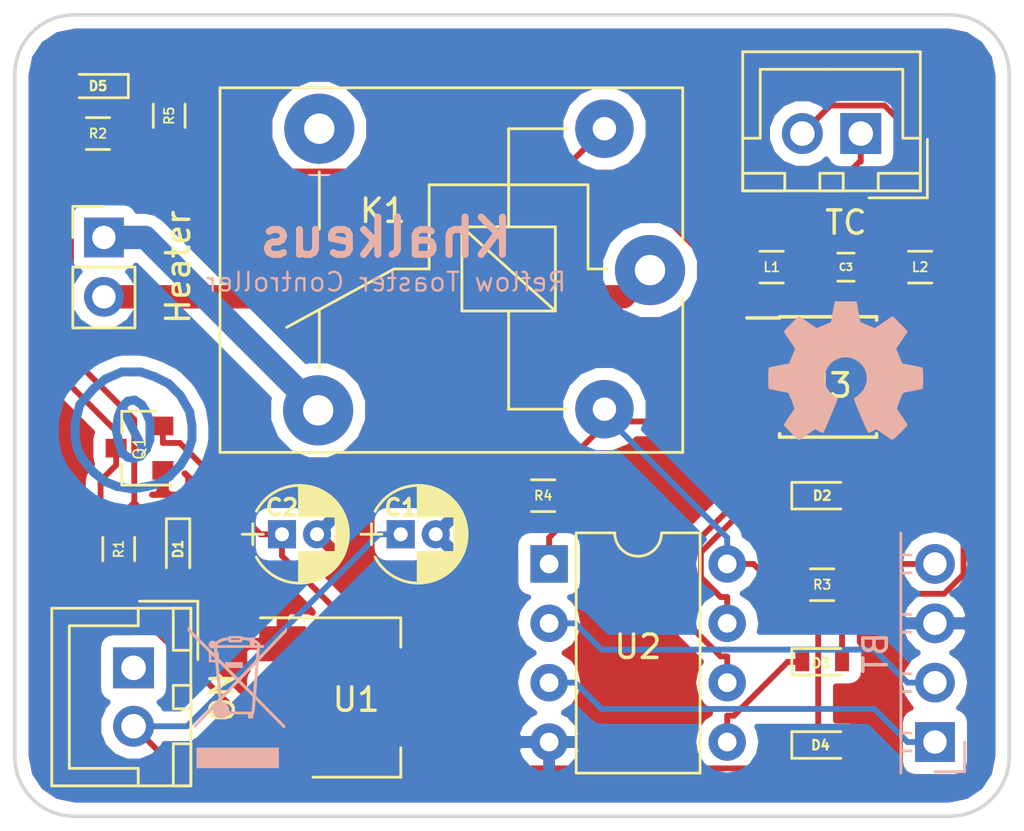
<source format=kicad_pcb>
(kicad_pcb (version 4) (host pcbnew 4.0.7-e2-6376~60~ubuntu17.10.1)

  (general
    (links 44)
    (no_connects 3)
    (area 145.974999 54.534999 188.670001 88.975001)
    (thickness 1.6)
    (drawings 10)
    (tracks 173)
    (zones 0)
    (modules 27)
    (nets 22)
  )

  (page A4)
  (layers
    (0 F.Cu signal)
    (31 B.Cu signal)
    (32 B.Adhes user)
    (33 F.Adhes user)
    (34 B.Paste user)
    (35 F.Paste user)
    (36 B.SilkS user)
    (37 F.SilkS user)
    (38 B.Mask user)
    (39 F.Mask user)
    (40 Dwgs.User user)
    (41 Cmts.User user)
    (42 Eco1.User user)
    (43 Eco2.User user)
    (44 Edge.Cuts user)
    (45 Margin user)
    (46 B.CrtYd user)
    (47 F.CrtYd user)
    (48 B.Fab user)
    (49 F.Fab user)
  )

  (setup
    (last_trace_width 0.25)
    (trace_clearance 0.2)
    (zone_clearance 0.508)
    (zone_45_only no)
    (trace_min 0.2)
    (segment_width 0.2)
    (edge_width 0.15)
    (via_size 0.6)
    (via_drill 0.4)
    (via_min_size 0.4)
    (via_min_drill 0.3)
    (uvia_size 0.3)
    (uvia_drill 0.1)
    (uvias_allowed no)
    (uvia_min_size 0.2)
    (uvia_min_drill 0.1)
    (pcb_text_width 0.3)
    (pcb_text_size 1.5 1.5)
    (mod_edge_width 0.15)
    (mod_text_size 1 1)
    (mod_text_width 0.15)
    (pad_size 1.524 1.524)
    (pad_drill 0.762)
    (pad_to_mask_clearance 0.2)
    (aux_axis_origin 0 0)
    (visible_elements FFFFF77F)
    (pcbplotparams
      (layerselection 0x00030_80000001)
      (usegerberextensions false)
      (excludeedgelayer true)
      (linewidth 0.100000)
      (plotframeref false)
      (viasonmask false)
      (mode 1)
      (useauxorigin false)
      (hpglpennumber 1)
      (hpglpenspeed 20)
      (hpglpendiameter 15)
      (hpglpenoverlay 2)
      (psnegative false)
      (psa4output false)
      (plotreference true)
      (plotvalue true)
      (plotinvisibletext false)
      (padsonsilk false)
      (subtractmaskfromsilk false)
      (outputformat 1)
      (mirror false)
      (drillshape 1)
      (scaleselection 1)
      (outputdirectory ""))
  )

  (net 0 "")
  (net 1 "Net-(C1-Pad1)")
  (net 2 GND)
  (net 3 VCC)
  (net 4 /T-)
  (net 5 /T+)
  (net 6 "Net-(D1-Pad2)")
  (net 7 "Net-(D2-Pad2)")
  (net 8 /SCLK)
  (net 9 "Net-(D3-Pad2)")
  (net 10 /~SS)
  (net 11 "Net-(D4-Pad2)")
  (net 12 /HEAT)
  (net 13 /RX)
  (net 14 /TX)
  (net 15 /MISO)
  (net 16 "Net-(J2-Pad1)")
  (net 17 "Net-(J2-Pad2)")
  (net 18 /AC_NTL)
  (net 19 /AC_HOT)
  (net 20 "Net-(D5-Pad1)")
  (net 21 "Net-(Q1-Pad2)")

  (net_class Default "This is the default net class."
    (clearance 0.2)
    (trace_width 0.25)
    (via_dia 0.6)
    (via_drill 0.4)
    (uvia_dia 0.3)
    (uvia_drill 0.1)
    (add_net /HEAT)
    (add_net /MISO)
    (add_net /RX)
    (add_net /SCLK)
    (add_net /T+)
    (add_net /T-)
    (add_net /TX)
    (add_net /~SS)
    (add_net GND)
    (add_net "Net-(C1-Pad1)")
    (add_net "Net-(D1-Pad2)")
    (add_net "Net-(D2-Pad2)")
    (add_net "Net-(D3-Pad2)")
    (add_net "Net-(D4-Pad2)")
    (add_net "Net-(D5-Pad1)")
    (add_net "Net-(J2-Pad1)")
    (add_net "Net-(J2-Pad2)")
    (add_net "Net-(Q1-Pad2)")
    (add_net VCC)
  )

  (net_class AC ""
    (clearance 0.4)
    (trace_width 1)
    (via_dia 0.6)
    (via_drill 0.4)
    (uvia_dia 0.3)
    (uvia_drill 0.1)
    (add_net /AC_HOT)
    (add_net /AC_NTL)
  )

  (module Capacitors_THT:CP_Radial_D4.0mm_P1.50mm (layer F.Cu) (tedit 5AD07B7C) (tstamp 5ACFAB9C)
    (at 162.56 76.835)
    (descr "CP, Radial series, Radial, pin pitch=1.50mm, , diameter=4mm, Electrolytic Capacitor")
    (tags "CP Radial series Radial pin pitch 1.50mm  diameter 4mm Electrolytic Capacitor")
    (path /5ACE6F8D)
    (fp_text reference C1 (at 0 -1.143) (layer F.SilkS)
      (effects (font (size 0.7 0.7) (thickness 0.15)))
    )
    (fp_text value 10uF (at 0.75 3.31) (layer F.Fab) hide
      (effects (font (size 1 1) (thickness 0.15)))
    )
    (fp_arc (start 0.75 0) (end -1.095996 -0.98) (angle 124.1) (layer F.SilkS) (width 0.12))
    (fp_arc (start 0.75 0) (end -1.095996 0.98) (angle -124.1) (layer F.SilkS) (width 0.12))
    (fp_arc (start 0.75 0) (end 2.595996 -0.98) (angle 55.9) (layer F.SilkS) (width 0.12))
    (fp_circle (center 0.75 0) (end 2.75 0) (layer F.Fab) (width 0.1))
    (fp_line (start -1.7 0) (end -0.8 0) (layer F.Fab) (width 0.1))
    (fp_line (start -1.25 -0.45) (end -1.25 0.45) (layer F.Fab) (width 0.1))
    (fp_line (start 0.75 0.78) (end 0.75 2.05) (layer F.SilkS) (width 0.12))
    (fp_line (start 0.75 -2.05) (end 0.75 -0.78) (layer F.SilkS) (width 0.12))
    (fp_line (start 0.79 -2.05) (end 0.79 -0.78) (layer F.SilkS) (width 0.12))
    (fp_line (start 0.79 0.78) (end 0.79 2.05) (layer F.SilkS) (width 0.12))
    (fp_line (start 0.83 -2.049) (end 0.83 -0.78) (layer F.SilkS) (width 0.12))
    (fp_line (start 0.83 0.78) (end 0.83 2.049) (layer F.SilkS) (width 0.12))
    (fp_line (start 0.87 -2.047) (end 0.87 -0.78) (layer F.SilkS) (width 0.12))
    (fp_line (start 0.87 0.78) (end 0.87 2.047) (layer F.SilkS) (width 0.12))
    (fp_line (start 0.91 -2.044) (end 0.91 -0.78) (layer F.SilkS) (width 0.12))
    (fp_line (start 0.91 0.78) (end 0.91 2.044) (layer F.SilkS) (width 0.12))
    (fp_line (start 0.95 -2.041) (end 0.95 -0.78) (layer F.SilkS) (width 0.12))
    (fp_line (start 0.95 0.78) (end 0.95 2.041) (layer F.SilkS) (width 0.12))
    (fp_line (start 0.99 -2.037) (end 0.99 -0.78) (layer F.SilkS) (width 0.12))
    (fp_line (start 0.99 0.78) (end 0.99 2.037) (layer F.SilkS) (width 0.12))
    (fp_line (start 1.03 -2.032) (end 1.03 -0.78) (layer F.SilkS) (width 0.12))
    (fp_line (start 1.03 0.78) (end 1.03 2.032) (layer F.SilkS) (width 0.12))
    (fp_line (start 1.07 -2.026) (end 1.07 -0.78) (layer F.SilkS) (width 0.12))
    (fp_line (start 1.07 0.78) (end 1.07 2.026) (layer F.SilkS) (width 0.12))
    (fp_line (start 1.11 -2.019) (end 1.11 -0.78) (layer F.SilkS) (width 0.12))
    (fp_line (start 1.11 0.78) (end 1.11 2.019) (layer F.SilkS) (width 0.12))
    (fp_line (start 1.15 -2.012) (end 1.15 -0.78) (layer F.SilkS) (width 0.12))
    (fp_line (start 1.15 0.78) (end 1.15 2.012) (layer F.SilkS) (width 0.12))
    (fp_line (start 1.19 -2.004) (end 1.19 -0.78) (layer F.SilkS) (width 0.12))
    (fp_line (start 1.19 0.78) (end 1.19 2.004) (layer F.SilkS) (width 0.12))
    (fp_line (start 1.23 -1.995) (end 1.23 -0.78) (layer F.SilkS) (width 0.12))
    (fp_line (start 1.23 0.78) (end 1.23 1.995) (layer F.SilkS) (width 0.12))
    (fp_line (start 1.27 -1.985) (end 1.27 -0.78) (layer F.SilkS) (width 0.12))
    (fp_line (start 1.27 0.78) (end 1.27 1.985) (layer F.SilkS) (width 0.12))
    (fp_line (start 1.31 -1.974) (end 1.31 -0.78) (layer F.SilkS) (width 0.12))
    (fp_line (start 1.31 0.78) (end 1.31 1.974) (layer F.SilkS) (width 0.12))
    (fp_line (start 1.35 -1.963) (end 1.35 -0.78) (layer F.SilkS) (width 0.12))
    (fp_line (start 1.35 0.78) (end 1.35 1.963) (layer F.SilkS) (width 0.12))
    (fp_line (start 1.39 -1.95) (end 1.39 -0.78) (layer F.SilkS) (width 0.12))
    (fp_line (start 1.39 0.78) (end 1.39 1.95) (layer F.SilkS) (width 0.12))
    (fp_line (start 1.43 -1.937) (end 1.43 -0.78) (layer F.SilkS) (width 0.12))
    (fp_line (start 1.43 0.78) (end 1.43 1.937) (layer F.SilkS) (width 0.12))
    (fp_line (start 1.471 -1.923) (end 1.471 -0.78) (layer F.SilkS) (width 0.12))
    (fp_line (start 1.471 0.78) (end 1.471 1.923) (layer F.SilkS) (width 0.12))
    (fp_line (start 1.511 -1.907) (end 1.511 -0.78) (layer F.SilkS) (width 0.12))
    (fp_line (start 1.511 0.78) (end 1.511 1.907) (layer F.SilkS) (width 0.12))
    (fp_line (start 1.551 -1.891) (end 1.551 -0.78) (layer F.SilkS) (width 0.12))
    (fp_line (start 1.551 0.78) (end 1.551 1.891) (layer F.SilkS) (width 0.12))
    (fp_line (start 1.591 -1.874) (end 1.591 -0.78) (layer F.SilkS) (width 0.12))
    (fp_line (start 1.591 0.78) (end 1.591 1.874) (layer F.SilkS) (width 0.12))
    (fp_line (start 1.631 -1.856) (end 1.631 -0.78) (layer F.SilkS) (width 0.12))
    (fp_line (start 1.631 0.78) (end 1.631 1.856) (layer F.SilkS) (width 0.12))
    (fp_line (start 1.671 -1.837) (end 1.671 -0.78) (layer F.SilkS) (width 0.12))
    (fp_line (start 1.671 0.78) (end 1.671 1.837) (layer F.SilkS) (width 0.12))
    (fp_line (start 1.711 -1.817) (end 1.711 -0.78) (layer F.SilkS) (width 0.12))
    (fp_line (start 1.711 0.78) (end 1.711 1.817) (layer F.SilkS) (width 0.12))
    (fp_line (start 1.751 -1.796) (end 1.751 -0.78) (layer F.SilkS) (width 0.12))
    (fp_line (start 1.751 0.78) (end 1.751 1.796) (layer F.SilkS) (width 0.12))
    (fp_line (start 1.791 -1.773) (end 1.791 -0.78) (layer F.SilkS) (width 0.12))
    (fp_line (start 1.791 0.78) (end 1.791 1.773) (layer F.SilkS) (width 0.12))
    (fp_line (start 1.831 -1.75) (end 1.831 -0.78) (layer F.SilkS) (width 0.12))
    (fp_line (start 1.831 0.78) (end 1.831 1.75) (layer F.SilkS) (width 0.12))
    (fp_line (start 1.871 -1.725) (end 1.871 -0.78) (layer F.SilkS) (width 0.12))
    (fp_line (start 1.871 0.78) (end 1.871 1.725) (layer F.SilkS) (width 0.12))
    (fp_line (start 1.911 -1.699) (end 1.911 -0.78) (layer F.SilkS) (width 0.12))
    (fp_line (start 1.911 0.78) (end 1.911 1.699) (layer F.SilkS) (width 0.12))
    (fp_line (start 1.951 -1.672) (end 1.951 -0.78) (layer F.SilkS) (width 0.12))
    (fp_line (start 1.951 0.78) (end 1.951 1.672) (layer F.SilkS) (width 0.12))
    (fp_line (start 1.991 -1.643) (end 1.991 -0.78) (layer F.SilkS) (width 0.12))
    (fp_line (start 1.991 0.78) (end 1.991 1.643) (layer F.SilkS) (width 0.12))
    (fp_line (start 2.031 -1.613) (end 2.031 -0.78) (layer F.SilkS) (width 0.12))
    (fp_line (start 2.031 0.78) (end 2.031 1.613) (layer F.SilkS) (width 0.12))
    (fp_line (start 2.071 -1.581) (end 2.071 -0.78) (layer F.SilkS) (width 0.12))
    (fp_line (start 2.071 0.78) (end 2.071 1.581) (layer F.SilkS) (width 0.12))
    (fp_line (start 2.111 -1.547) (end 2.111 -0.78) (layer F.SilkS) (width 0.12))
    (fp_line (start 2.111 0.78) (end 2.111 1.547) (layer F.SilkS) (width 0.12))
    (fp_line (start 2.151 -1.512) (end 2.151 -0.78) (layer F.SilkS) (width 0.12))
    (fp_line (start 2.151 0.78) (end 2.151 1.512) (layer F.SilkS) (width 0.12))
    (fp_line (start 2.191 -1.475) (end 2.191 -0.78) (layer F.SilkS) (width 0.12))
    (fp_line (start 2.191 0.78) (end 2.191 1.475) (layer F.SilkS) (width 0.12))
    (fp_line (start 2.231 -1.436) (end 2.231 -0.78) (layer F.SilkS) (width 0.12))
    (fp_line (start 2.231 0.78) (end 2.231 1.436) (layer F.SilkS) (width 0.12))
    (fp_line (start 2.271 -1.395) (end 2.271 -0.78) (layer F.SilkS) (width 0.12))
    (fp_line (start 2.271 0.78) (end 2.271 1.395) (layer F.SilkS) (width 0.12))
    (fp_line (start 2.311 -1.351) (end 2.311 1.351) (layer F.SilkS) (width 0.12))
    (fp_line (start 2.351 -1.305) (end 2.351 1.305) (layer F.SilkS) (width 0.12))
    (fp_line (start 2.391 -1.256) (end 2.391 1.256) (layer F.SilkS) (width 0.12))
    (fp_line (start 2.431 -1.204) (end 2.431 1.204) (layer F.SilkS) (width 0.12))
    (fp_line (start 2.471 -1.148) (end 2.471 1.148) (layer F.SilkS) (width 0.12))
    (fp_line (start 2.511 -1.088) (end 2.511 1.088) (layer F.SilkS) (width 0.12))
    (fp_line (start 2.551 -1.023) (end 2.551 1.023) (layer F.SilkS) (width 0.12))
    (fp_line (start 2.591 -0.952) (end 2.591 0.952) (layer F.SilkS) (width 0.12))
    (fp_line (start 2.631 -0.874) (end 2.631 0.874) (layer F.SilkS) (width 0.12))
    (fp_line (start 2.671 -0.786) (end 2.671 0.786) (layer F.SilkS) (width 0.12))
    (fp_line (start 2.711 -0.686) (end 2.711 0.686) (layer F.SilkS) (width 0.12))
    (fp_line (start 2.751 -0.567) (end 2.751 0.567) (layer F.SilkS) (width 0.12))
    (fp_line (start 2.791 -0.415) (end 2.791 0.415) (layer F.SilkS) (width 0.12))
    (fp_line (start 2.831 -0.165) (end 2.831 0.165) (layer F.SilkS) (width 0.12))
    (fp_line (start -1.7 0) (end -0.8 0) (layer F.SilkS) (width 0.12))
    (fp_line (start -1.25 -0.45) (end -1.25 0.45) (layer F.SilkS) (width 0.12))
    (fp_line (start -1.6 -2.35) (end -1.6 2.35) (layer F.CrtYd) (width 0.05))
    (fp_line (start -1.6 2.35) (end 3.1 2.35) (layer F.CrtYd) (width 0.05))
    (fp_line (start 3.1 2.35) (end 3.1 -2.35) (layer F.CrtYd) (width 0.05))
    (fp_line (start 3.1 -2.35) (end -1.6 -2.35) (layer F.CrtYd) (width 0.05))
    (fp_text user %R (at 0.75 0) (layer F.Fab) hide
      (effects (font (size 1 1) (thickness 0.15)))
    )
    (pad 1 thru_hole rect (at 0 0) (size 1.2 1.2) (drill 0.6) (layers *.Cu *.Mask)
      (net 1 "Net-(C1-Pad1)"))
    (pad 2 thru_hole circle (at 1.5 0) (size 1.2 1.2) (drill 0.6) (layers *.Cu *.Mask)
      (net 2 GND))
    (model ${KISYS3DMOD}/Capacitors_THT.3dshapes/CP_Radial_D4.0mm_P1.50mm.wrl
      (at (xyz 0 0 0))
      (scale (xyz 1 1 1))
      (rotate (xyz 0 0 0))
    )
  )

  (module Capacitors_THT:CP_Radial_D4.0mm_P1.50mm (layer F.Cu) (tedit 5AD07C96) (tstamp 5ACFABA2)
    (at 157.48 76.835)
    (descr "CP, Radial series, Radial, pin pitch=1.50mm, , diameter=4mm, Electrolytic Capacitor")
    (tags "CP Radial series Radial pin pitch 1.50mm  diameter 4mm Electrolytic Capacitor")
    (path /5ACE6FD5)
    (fp_text reference C2 (at 0 -1.143) (layer F.SilkS)
      (effects (font (size 0.7 0.7) (thickness 0.15)))
    )
    (fp_text value 10uF (at 0.75 3.31) (layer F.Fab) hide
      (effects (font (size 1 1) (thickness 0.15)))
    )
    (fp_arc (start 0.75 0) (end -1.095996 -0.98) (angle 124.1) (layer F.SilkS) (width 0.12))
    (fp_arc (start 0.75 0) (end -1.095996 0.98) (angle -124.1) (layer F.SilkS) (width 0.12))
    (fp_arc (start 0.75 0) (end 2.595996 -0.98) (angle 55.9) (layer F.SilkS) (width 0.12))
    (fp_circle (center 0.75 0) (end 2.75 0) (layer F.Fab) (width 0.1))
    (fp_line (start -1.7 0) (end -0.8 0) (layer F.Fab) (width 0.1))
    (fp_line (start -1.25 -0.45) (end -1.25 0.45) (layer F.Fab) (width 0.1))
    (fp_line (start 0.75 0.78) (end 0.75 2.05) (layer F.SilkS) (width 0.12))
    (fp_line (start 0.75 -2.05) (end 0.75 -0.78) (layer F.SilkS) (width 0.12))
    (fp_line (start 0.79 -2.05) (end 0.79 -0.78) (layer F.SilkS) (width 0.12))
    (fp_line (start 0.79 0.78) (end 0.79 2.05) (layer F.SilkS) (width 0.12))
    (fp_line (start 0.83 -2.049) (end 0.83 -0.78) (layer F.SilkS) (width 0.12))
    (fp_line (start 0.83 0.78) (end 0.83 2.049) (layer F.SilkS) (width 0.12))
    (fp_line (start 0.87 -2.047) (end 0.87 -0.78) (layer F.SilkS) (width 0.12))
    (fp_line (start 0.87 0.78) (end 0.87 2.047) (layer F.SilkS) (width 0.12))
    (fp_line (start 0.91 -2.044) (end 0.91 -0.78) (layer F.SilkS) (width 0.12))
    (fp_line (start 0.91 0.78) (end 0.91 2.044) (layer F.SilkS) (width 0.12))
    (fp_line (start 0.95 -2.041) (end 0.95 -0.78) (layer F.SilkS) (width 0.12))
    (fp_line (start 0.95 0.78) (end 0.95 2.041) (layer F.SilkS) (width 0.12))
    (fp_line (start 0.99 -2.037) (end 0.99 -0.78) (layer F.SilkS) (width 0.12))
    (fp_line (start 0.99 0.78) (end 0.99 2.037) (layer F.SilkS) (width 0.12))
    (fp_line (start 1.03 -2.032) (end 1.03 -0.78) (layer F.SilkS) (width 0.12))
    (fp_line (start 1.03 0.78) (end 1.03 2.032) (layer F.SilkS) (width 0.12))
    (fp_line (start 1.07 -2.026) (end 1.07 -0.78) (layer F.SilkS) (width 0.12))
    (fp_line (start 1.07 0.78) (end 1.07 2.026) (layer F.SilkS) (width 0.12))
    (fp_line (start 1.11 -2.019) (end 1.11 -0.78) (layer F.SilkS) (width 0.12))
    (fp_line (start 1.11 0.78) (end 1.11 2.019) (layer F.SilkS) (width 0.12))
    (fp_line (start 1.15 -2.012) (end 1.15 -0.78) (layer F.SilkS) (width 0.12))
    (fp_line (start 1.15 0.78) (end 1.15 2.012) (layer F.SilkS) (width 0.12))
    (fp_line (start 1.19 -2.004) (end 1.19 -0.78) (layer F.SilkS) (width 0.12))
    (fp_line (start 1.19 0.78) (end 1.19 2.004) (layer F.SilkS) (width 0.12))
    (fp_line (start 1.23 -1.995) (end 1.23 -0.78) (layer F.SilkS) (width 0.12))
    (fp_line (start 1.23 0.78) (end 1.23 1.995) (layer F.SilkS) (width 0.12))
    (fp_line (start 1.27 -1.985) (end 1.27 -0.78) (layer F.SilkS) (width 0.12))
    (fp_line (start 1.27 0.78) (end 1.27 1.985) (layer F.SilkS) (width 0.12))
    (fp_line (start 1.31 -1.974) (end 1.31 -0.78) (layer F.SilkS) (width 0.12))
    (fp_line (start 1.31 0.78) (end 1.31 1.974) (layer F.SilkS) (width 0.12))
    (fp_line (start 1.35 -1.963) (end 1.35 -0.78) (layer F.SilkS) (width 0.12))
    (fp_line (start 1.35 0.78) (end 1.35 1.963) (layer F.SilkS) (width 0.12))
    (fp_line (start 1.39 -1.95) (end 1.39 -0.78) (layer F.SilkS) (width 0.12))
    (fp_line (start 1.39 0.78) (end 1.39 1.95) (layer F.SilkS) (width 0.12))
    (fp_line (start 1.43 -1.937) (end 1.43 -0.78) (layer F.SilkS) (width 0.12))
    (fp_line (start 1.43 0.78) (end 1.43 1.937) (layer F.SilkS) (width 0.12))
    (fp_line (start 1.471 -1.923) (end 1.471 -0.78) (layer F.SilkS) (width 0.12))
    (fp_line (start 1.471 0.78) (end 1.471 1.923) (layer F.SilkS) (width 0.12))
    (fp_line (start 1.511 -1.907) (end 1.511 -0.78) (layer F.SilkS) (width 0.12))
    (fp_line (start 1.511 0.78) (end 1.511 1.907) (layer F.SilkS) (width 0.12))
    (fp_line (start 1.551 -1.891) (end 1.551 -0.78) (layer F.SilkS) (width 0.12))
    (fp_line (start 1.551 0.78) (end 1.551 1.891) (layer F.SilkS) (width 0.12))
    (fp_line (start 1.591 -1.874) (end 1.591 -0.78) (layer F.SilkS) (width 0.12))
    (fp_line (start 1.591 0.78) (end 1.591 1.874) (layer F.SilkS) (width 0.12))
    (fp_line (start 1.631 -1.856) (end 1.631 -0.78) (layer F.SilkS) (width 0.12))
    (fp_line (start 1.631 0.78) (end 1.631 1.856) (layer F.SilkS) (width 0.12))
    (fp_line (start 1.671 -1.837) (end 1.671 -0.78) (layer F.SilkS) (width 0.12))
    (fp_line (start 1.671 0.78) (end 1.671 1.837) (layer F.SilkS) (width 0.12))
    (fp_line (start 1.711 -1.817) (end 1.711 -0.78) (layer F.SilkS) (width 0.12))
    (fp_line (start 1.711 0.78) (end 1.711 1.817) (layer F.SilkS) (width 0.12))
    (fp_line (start 1.751 -1.796) (end 1.751 -0.78) (layer F.SilkS) (width 0.12))
    (fp_line (start 1.751 0.78) (end 1.751 1.796) (layer F.SilkS) (width 0.12))
    (fp_line (start 1.791 -1.773) (end 1.791 -0.78) (layer F.SilkS) (width 0.12))
    (fp_line (start 1.791 0.78) (end 1.791 1.773) (layer F.SilkS) (width 0.12))
    (fp_line (start 1.831 -1.75) (end 1.831 -0.78) (layer F.SilkS) (width 0.12))
    (fp_line (start 1.831 0.78) (end 1.831 1.75) (layer F.SilkS) (width 0.12))
    (fp_line (start 1.871 -1.725) (end 1.871 -0.78) (layer F.SilkS) (width 0.12))
    (fp_line (start 1.871 0.78) (end 1.871 1.725) (layer F.SilkS) (width 0.12))
    (fp_line (start 1.911 -1.699) (end 1.911 -0.78) (layer F.SilkS) (width 0.12))
    (fp_line (start 1.911 0.78) (end 1.911 1.699) (layer F.SilkS) (width 0.12))
    (fp_line (start 1.951 -1.672) (end 1.951 -0.78) (layer F.SilkS) (width 0.12))
    (fp_line (start 1.951 0.78) (end 1.951 1.672) (layer F.SilkS) (width 0.12))
    (fp_line (start 1.991 -1.643) (end 1.991 -0.78) (layer F.SilkS) (width 0.12))
    (fp_line (start 1.991 0.78) (end 1.991 1.643) (layer F.SilkS) (width 0.12))
    (fp_line (start 2.031 -1.613) (end 2.031 -0.78) (layer F.SilkS) (width 0.12))
    (fp_line (start 2.031 0.78) (end 2.031 1.613) (layer F.SilkS) (width 0.12))
    (fp_line (start 2.071 -1.581) (end 2.071 -0.78) (layer F.SilkS) (width 0.12))
    (fp_line (start 2.071 0.78) (end 2.071 1.581) (layer F.SilkS) (width 0.12))
    (fp_line (start 2.111 -1.547) (end 2.111 -0.78) (layer F.SilkS) (width 0.12))
    (fp_line (start 2.111 0.78) (end 2.111 1.547) (layer F.SilkS) (width 0.12))
    (fp_line (start 2.151 -1.512) (end 2.151 -0.78) (layer F.SilkS) (width 0.12))
    (fp_line (start 2.151 0.78) (end 2.151 1.512) (layer F.SilkS) (width 0.12))
    (fp_line (start 2.191 -1.475) (end 2.191 -0.78) (layer F.SilkS) (width 0.12))
    (fp_line (start 2.191 0.78) (end 2.191 1.475) (layer F.SilkS) (width 0.12))
    (fp_line (start 2.231 -1.436) (end 2.231 -0.78) (layer F.SilkS) (width 0.12))
    (fp_line (start 2.231 0.78) (end 2.231 1.436) (layer F.SilkS) (width 0.12))
    (fp_line (start 2.271 -1.395) (end 2.271 -0.78) (layer F.SilkS) (width 0.12))
    (fp_line (start 2.271 0.78) (end 2.271 1.395) (layer F.SilkS) (width 0.12))
    (fp_line (start 2.311 -1.351) (end 2.311 1.351) (layer F.SilkS) (width 0.12))
    (fp_line (start 2.351 -1.305) (end 2.351 1.305) (layer F.SilkS) (width 0.12))
    (fp_line (start 2.391 -1.256) (end 2.391 1.256) (layer F.SilkS) (width 0.12))
    (fp_line (start 2.431 -1.204) (end 2.431 1.204) (layer F.SilkS) (width 0.12))
    (fp_line (start 2.471 -1.148) (end 2.471 1.148) (layer F.SilkS) (width 0.12))
    (fp_line (start 2.511 -1.088) (end 2.511 1.088) (layer F.SilkS) (width 0.12))
    (fp_line (start 2.551 -1.023) (end 2.551 1.023) (layer F.SilkS) (width 0.12))
    (fp_line (start 2.591 -0.952) (end 2.591 0.952) (layer F.SilkS) (width 0.12))
    (fp_line (start 2.631 -0.874) (end 2.631 0.874) (layer F.SilkS) (width 0.12))
    (fp_line (start 2.671 -0.786) (end 2.671 0.786) (layer F.SilkS) (width 0.12))
    (fp_line (start 2.711 -0.686) (end 2.711 0.686) (layer F.SilkS) (width 0.12))
    (fp_line (start 2.751 -0.567) (end 2.751 0.567) (layer F.SilkS) (width 0.12))
    (fp_line (start 2.791 -0.415) (end 2.791 0.415) (layer F.SilkS) (width 0.12))
    (fp_line (start 2.831 -0.165) (end 2.831 0.165) (layer F.SilkS) (width 0.12))
    (fp_line (start -1.7 0) (end -0.8 0) (layer F.SilkS) (width 0.12))
    (fp_line (start -1.25 -0.45) (end -1.25 0.45) (layer F.SilkS) (width 0.12))
    (fp_line (start -1.6 -2.35) (end -1.6 2.35) (layer F.CrtYd) (width 0.05))
    (fp_line (start -1.6 2.35) (end 3.1 2.35) (layer F.CrtYd) (width 0.05))
    (fp_line (start 3.1 2.35) (end 3.1 -2.35) (layer F.CrtYd) (width 0.05))
    (fp_line (start 3.1 -2.35) (end -1.6 -2.35) (layer F.CrtYd) (width 0.05))
    (fp_text user %R (at 0.75 0) (layer F.Fab) hide
      (effects (font (size 1 1) (thickness 0.15)))
    )
    (pad 1 thru_hole rect (at 0 0) (size 1.2 1.2) (drill 0.6) (layers *.Cu *.Mask)
      (net 3 VCC))
    (pad 2 thru_hole circle (at 1.5 0) (size 1.2 1.2) (drill 0.6) (layers *.Cu *.Mask)
      (net 2 GND))
    (model ${KISYS3DMOD}/Capacitors_THT.3dshapes/CP_Radial_D4.0mm_P1.50mm.wrl
      (at (xyz 0 0 0))
      (scale (xyz 1 1 1))
      (rotate (xyz 0 0 0))
    )
  )

  (module Capacitors_SMD:C_0603 (layer F.Cu) (tedit 5AD07DF6) (tstamp 5ACFABA8)
    (at 181.61 65.405)
    (descr "Capacitor SMD 0603, reflow soldering, AVX (see smccp.pdf)")
    (tags "capacitor 0603")
    (path /5ACE8D68)
    (attr smd)
    (fp_text reference C3 (at 0 -1.5) (layer F.SilkS) hide
      (effects (font (size 1 1) (thickness 0.15)))
    )
    (fp_text value 0.01uF (at 0 1.5) (layer F.Fab) hide
      (effects (font (size 1 1) (thickness 0.15)))
    )
    (fp_line (start 1.4 0.65) (end -1.4 0.65) (layer F.CrtYd) (width 0.05))
    (fp_line (start 1.4 0.65) (end 1.4 -0.65) (layer F.CrtYd) (width 0.05))
    (fp_line (start -1.4 -0.65) (end -1.4 0.65) (layer F.CrtYd) (width 0.05))
    (fp_line (start -1.4 -0.65) (end 1.4 -0.65) (layer F.CrtYd) (width 0.05))
    (fp_line (start 0.35 0.6) (end -0.35 0.6) (layer F.SilkS) (width 0.12))
    (fp_line (start -0.35 -0.6) (end 0.35 -0.6) (layer F.SilkS) (width 0.12))
    (fp_line (start -0.8 -0.4) (end 0.8 -0.4) (layer F.Fab) (width 0.1))
    (fp_line (start 0.8 -0.4) (end 0.8 0.4) (layer F.Fab) (width 0.1))
    (fp_line (start 0.8 0.4) (end -0.8 0.4) (layer F.Fab) (width 0.1))
    (fp_line (start -0.8 0.4) (end -0.8 -0.4) (layer F.Fab) (width 0.1))
    (fp_text user %R (at 0 0) (layer F.SilkS)
      (effects (font (size 0.3 0.3) (thickness 0.075)))
    )
    (pad 2 smd rect (at 0.75 0) (size 0.8 0.75) (layers F.Cu F.Paste F.Mask)
      (net 4 /T-))
    (pad 1 smd rect (at -0.75 0) (size 0.8 0.75) (layers F.Cu F.Paste F.Mask)
      (net 5 /T+))
    (model Capacitors_SMD.3dshapes/C_0603.wrl
      (at (xyz 0 0 0))
      (scale (xyz 1 1 1))
      (rotate (xyz 0 0 0))
    )
  )

  (module LEDs:LED_0603 (layer F.Cu) (tedit 5AD07E28) (tstamp 5ACFABAE)
    (at 153.035 77.47 270)
    (descr "LED 0603 smd package")
    (tags "LED led 0603 SMD smd SMT smt smdled SMDLED smtled SMTLED")
    (path /5ACFA793)
    (attr smd)
    (fp_text reference D1 (at 0 0 270) (layer F.SilkS)
      (effects (font (size 0.4 0.4) (thickness 0.1)))
    )
    (fp_text value Power (at 0 1.35 270) (layer F.Fab) hide
      (effects (font (size 1 1) (thickness 0.15)))
    )
    (fp_line (start -1.3 -0.5) (end -1.3 0.5) (layer F.SilkS) (width 0.12))
    (fp_line (start -0.2 -0.2) (end -0.2 0.2) (layer F.Fab) (width 0.1))
    (fp_line (start -0.15 0) (end 0.15 -0.2) (layer F.Fab) (width 0.1))
    (fp_line (start 0.15 0.2) (end -0.15 0) (layer F.Fab) (width 0.1))
    (fp_line (start 0.15 -0.2) (end 0.15 0.2) (layer F.Fab) (width 0.1))
    (fp_line (start 0.8 0.4) (end -0.8 0.4) (layer F.Fab) (width 0.1))
    (fp_line (start 0.8 -0.4) (end 0.8 0.4) (layer F.Fab) (width 0.1))
    (fp_line (start -0.8 -0.4) (end 0.8 -0.4) (layer F.Fab) (width 0.1))
    (fp_line (start -0.8 0.4) (end -0.8 -0.4) (layer F.Fab) (width 0.1))
    (fp_line (start -1.3 0.5) (end 0.8 0.5) (layer F.SilkS) (width 0.12))
    (fp_line (start -1.3 -0.5) (end 0.8 -0.5) (layer F.SilkS) (width 0.12))
    (fp_line (start 1.45 -0.65) (end 1.45 0.65) (layer F.CrtYd) (width 0.05))
    (fp_line (start 1.45 0.65) (end -1.45 0.65) (layer F.CrtYd) (width 0.05))
    (fp_line (start -1.45 0.65) (end -1.45 -0.65) (layer F.CrtYd) (width 0.05))
    (fp_line (start -1.45 -0.65) (end 1.45 -0.65) (layer F.CrtYd) (width 0.05))
    (pad 2 smd rect (at 0.8 0 90) (size 0.8 0.8) (layers F.Cu F.Paste F.Mask)
      (net 6 "Net-(D1-Pad2)"))
    (pad 1 smd rect (at -0.8 0 90) (size 0.8 0.8) (layers F.Cu F.Paste F.Mask)
      (net 2 GND))
    (model ${KISYS3DMOD}/LEDs.3dshapes/LED_0603.wrl
      (at (xyz 0 0 0))
      (scale (xyz 1 1 1))
      (rotate (xyz 0 0 180))
    )
  )

  (module Diodes_SMD:D_0603 (layer F.Cu) (tedit 5AD0F893) (tstamp 5ACFABBA)
    (at 180.594 82.296)
    (descr "Diode SMD in 0603 package http://datasheets.avx.com/schottky.pdf")
    (tags "smd diode")
    (path /5ACE9E39)
    (attr smd)
    (fp_text reference D3 (at -0.049 0.059) (layer F.SilkS)
      (effects (font (size 0.4 0.4) (thickness 0.1)))
    )
    (fp_text value D_Small (at 0 1.4) (layer F.Fab) hide
      (effects (font (size 1 1) (thickness 0.15)))
    )
    (fp_text user %R (at 0 -1.4) (layer F.Fab) hide
      (effects (font (size 1 1) (thickness 0.15)))
    )
    (fp_line (start -1.3 -0.57) (end -1.3 0.57) (layer F.SilkS) (width 0.12))
    (fp_line (start 1.4 0.67) (end 1.4 -0.67) (layer F.CrtYd) (width 0.05))
    (fp_line (start -1.4 0.67) (end 1.4 0.67) (layer F.CrtYd) (width 0.05))
    (fp_line (start -1.4 -0.67) (end -1.4 0.67) (layer F.CrtYd) (width 0.05))
    (fp_line (start 1.4 -0.67) (end -1.4 -0.67) (layer F.CrtYd) (width 0.05))
    (fp_line (start 0.2 0) (end 0.4 0) (layer F.Fab) (width 0.1))
    (fp_line (start -0.1 0) (end -0.3 0) (layer F.Fab) (width 0.1))
    (fp_line (start -0.1 -0.2) (end -0.1 0.2) (layer F.Fab) (width 0.1))
    (fp_line (start 0.2 0.2) (end 0.2 -0.2) (layer F.Fab) (width 0.1))
    (fp_line (start -0.1 0) (end 0.2 0.2) (layer F.Fab) (width 0.1))
    (fp_line (start 0.2 -0.2) (end -0.1 0) (layer F.Fab) (width 0.1))
    (fp_line (start -0.8 0.45) (end -0.8 -0.45) (layer F.Fab) (width 0.1))
    (fp_line (start 0.8 0.45) (end -0.8 0.45) (layer F.Fab) (width 0.1))
    (fp_line (start 0.8 -0.45) (end 0.8 0.45) (layer F.Fab) (width 0.1))
    (fp_line (start -0.8 -0.45) (end 0.8 -0.45) (layer F.Fab) (width 0.1))
    (fp_line (start -1.3 0.57) (end 0.8 0.57) (layer F.SilkS) (width 0.12))
    (fp_line (start -1.3 -0.57) (end 0.8 -0.57) (layer F.SilkS) (width 0.12))
    (pad 1 smd rect (at -0.85 0) (size 0.6 0.8) (layers F.Cu F.Paste F.Mask)
      (net 10 /~SS))
    (pad 2 smd rect (at 0.85 0) (size 0.6 0.8) (layers F.Cu F.Paste F.Mask)
      (net 9 "Net-(D3-Pad2)"))
    (model ${KISYS3DMOD}/Diodes_SMD.3dshapes/D_0603.wrl
      (at (xyz 0 0 0))
      (scale (xyz 1 1 1))
      (rotate (xyz 0 0 0))
    )
  )

  (module Diodes_SMD:D_0603 (layer F.Cu) (tedit 5AD0F848) (tstamp 5ACFABC0)
    (at 180.594 85.852)
    (descr "Diode SMD in 0603 package http://datasheets.avx.com/schottky.pdf")
    (tags "smd diode")
    (path /5AD0155B)
    (attr smd)
    (fp_text reference D4 (at -0.075 0.008) (layer F.SilkS)
      (effects (font (size 0.4 0.4) (thickness 0.1)))
    )
    (fp_text value D_Small (at 0 1.4) (layer F.Fab) hide
      (effects (font (size 1 1) (thickness 0.15)))
    )
    (fp_text user %R (at 0 -1.4) (layer F.Fab) hide
      (effects (font (size 1 1) (thickness 0.15)))
    )
    (fp_line (start -1.3 -0.57) (end -1.3 0.57) (layer F.SilkS) (width 0.12))
    (fp_line (start 1.4 0.67) (end 1.4 -0.67) (layer F.CrtYd) (width 0.05))
    (fp_line (start -1.4 0.67) (end 1.4 0.67) (layer F.CrtYd) (width 0.05))
    (fp_line (start -1.4 -0.67) (end -1.4 0.67) (layer F.CrtYd) (width 0.05))
    (fp_line (start 1.4 -0.67) (end -1.4 -0.67) (layer F.CrtYd) (width 0.05))
    (fp_line (start 0.2 0) (end 0.4 0) (layer F.Fab) (width 0.1))
    (fp_line (start -0.1 0) (end -0.3 0) (layer F.Fab) (width 0.1))
    (fp_line (start -0.1 -0.2) (end -0.1 0.2) (layer F.Fab) (width 0.1))
    (fp_line (start 0.2 0.2) (end 0.2 -0.2) (layer F.Fab) (width 0.1))
    (fp_line (start -0.1 0) (end 0.2 0.2) (layer F.Fab) (width 0.1))
    (fp_line (start 0.2 -0.2) (end -0.1 0) (layer F.Fab) (width 0.1))
    (fp_line (start -0.8 0.45) (end -0.8 -0.45) (layer F.Fab) (width 0.1))
    (fp_line (start 0.8 0.45) (end -0.8 0.45) (layer F.Fab) (width 0.1))
    (fp_line (start 0.8 -0.45) (end 0.8 0.45) (layer F.Fab) (width 0.1))
    (fp_line (start -0.8 -0.45) (end 0.8 -0.45) (layer F.Fab) (width 0.1))
    (fp_line (start -1.3 0.57) (end 0.8 0.57) (layer F.SilkS) (width 0.12))
    (fp_line (start -1.3 -0.57) (end 0.8 -0.57) (layer F.SilkS) (width 0.12))
    (pad 1 smd rect (at -0.85 0) (size 0.6 0.8) (layers F.Cu F.Paste F.Mask)
      (net 3 VCC))
    (pad 2 smd rect (at 0.85 0) (size 0.6 0.8) (layers F.Cu F.Paste F.Mask)
      (net 11 "Net-(D4-Pad2)"))
    (model ${KISYS3DMOD}/Diodes_SMD.3dshapes/D_0603.wrl
      (at (xyz 0 0 0))
      (scale (xyz 1 1 1))
      (rotate (xyz 0 0 0))
    )
  )

  (module Connectors_JST:JST_XH_B02B-XH-A_02x2.50mm_Straight (layer F.Cu) (tedit 5AD07B3C) (tstamp 5ACFABCC)
    (at 151.13 82.55 270)
    (descr "JST XH series connector, B02B-XH-A, top entry type, through hole")
    (tags "connector jst xh tht top vertical 2.50mm")
    (path /5AD07BAD)
    (fp_text reference J1 (at 1.25 -3.5 270) (layer F.SilkS) hide
      (effects (font (size 1 1) (thickness 0.15)))
    )
    (fp_text value ON (at 1.27 -3.81 270) (layer F.SilkS)
      (effects (font (size 1 1) (thickness 0.15)))
    )
    (fp_line (start -2.45 -2.35) (end -2.45 3.4) (layer F.Fab) (width 0.1))
    (fp_line (start -2.45 3.4) (end 4.95 3.4) (layer F.Fab) (width 0.1))
    (fp_line (start 4.95 3.4) (end 4.95 -2.35) (layer F.Fab) (width 0.1))
    (fp_line (start 4.95 -2.35) (end -2.45 -2.35) (layer F.Fab) (width 0.1))
    (fp_line (start -2.95 -2.85) (end -2.95 3.9) (layer F.CrtYd) (width 0.05))
    (fp_line (start -2.95 3.9) (end 5.45 3.9) (layer F.CrtYd) (width 0.05))
    (fp_line (start 5.45 3.9) (end 5.45 -2.85) (layer F.CrtYd) (width 0.05))
    (fp_line (start 5.45 -2.85) (end -2.95 -2.85) (layer F.CrtYd) (width 0.05))
    (fp_line (start -2.55 -2.45) (end -2.55 3.5) (layer F.SilkS) (width 0.12))
    (fp_line (start -2.55 3.5) (end 5.05 3.5) (layer F.SilkS) (width 0.12))
    (fp_line (start 5.05 3.5) (end 5.05 -2.45) (layer F.SilkS) (width 0.12))
    (fp_line (start 5.05 -2.45) (end -2.55 -2.45) (layer F.SilkS) (width 0.12))
    (fp_line (start 0.75 -2.45) (end 0.75 -1.7) (layer F.SilkS) (width 0.12))
    (fp_line (start 0.75 -1.7) (end 1.75 -1.7) (layer F.SilkS) (width 0.12))
    (fp_line (start 1.75 -1.7) (end 1.75 -2.45) (layer F.SilkS) (width 0.12))
    (fp_line (start 1.75 -2.45) (end 0.75 -2.45) (layer F.SilkS) (width 0.12))
    (fp_line (start -2.55 -2.45) (end -2.55 -1.7) (layer F.SilkS) (width 0.12))
    (fp_line (start -2.55 -1.7) (end -0.75 -1.7) (layer F.SilkS) (width 0.12))
    (fp_line (start -0.75 -1.7) (end -0.75 -2.45) (layer F.SilkS) (width 0.12))
    (fp_line (start -0.75 -2.45) (end -2.55 -2.45) (layer F.SilkS) (width 0.12))
    (fp_line (start 3.25 -2.45) (end 3.25 -1.7) (layer F.SilkS) (width 0.12))
    (fp_line (start 3.25 -1.7) (end 5.05 -1.7) (layer F.SilkS) (width 0.12))
    (fp_line (start 5.05 -1.7) (end 5.05 -2.45) (layer F.SilkS) (width 0.12))
    (fp_line (start 5.05 -2.45) (end 3.25 -2.45) (layer F.SilkS) (width 0.12))
    (fp_line (start -2.55 -0.2) (end -1.8 -0.2) (layer F.SilkS) (width 0.12))
    (fp_line (start -1.8 -0.2) (end -1.8 2.75) (layer F.SilkS) (width 0.12))
    (fp_line (start -1.8 2.75) (end 1.25 2.75) (layer F.SilkS) (width 0.12))
    (fp_line (start 5.05 -0.2) (end 4.3 -0.2) (layer F.SilkS) (width 0.12))
    (fp_line (start 4.3 -0.2) (end 4.3 2.75) (layer F.SilkS) (width 0.12))
    (fp_line (start 4.3 2.75) (end 1.25 2.75) (layer F.SilkS) (width 0.12))
    (fp_line (start -0.35 -2.75) (end -2.85 -2.75) (layer F.SilkS) (width 0.12))
    (fp_line (start -2.85 -2.75) (end -2.85 -0.25) (layer F.SilkS) (width 0.12))
    (fp_line (start -0.35 -2.75) (end -2.85 -2.75) (layer F.Fab) (width 0.1))
    (fp_line (start -2.85 -2.75) (end -2.85 -0.25) (layer F.Fab) (width 0.1))
    (fp_text user %R (at 1.25 2.5 270) (layer F.Fab) hide
      (effects (font (size 1 1) (thickness 0.15)))
    )
    (pad 1 thru_hole rect (at 0 0 270) (size 1.75 1.75) (drill 1.05) (layers *.Cu *.Mask))
    (pad 2 thru_hole circle (at 2.5 0 270) (size 1.75 1.75) (drill 1.05) (layers *.Cu *.Mask)
      (net 1 "Net-(C1-Pad1)"))
    (model Connectors_JST.3dshapes/JST_XH_B02B-XH-A_02x2.50mm_Straight.wrl
      (at (xyz 0 0 0))
      (scale (xyz 1 1 1))
      (rotate (xyz 0 0 0))
    )
  )

  (module Relays_THT:Relay_SPDT_SANYOU_SRD_Series_Form_C (layer F.Cu) (tedit 5AD07ADB) (tstamp 5ACFABE3)
    (at 173.228 65.532 180)
    (descr "relay Sanyou SRD series Form C http://www.sanyourelay.ca/public/products/pdf/SRD.pdf")
    (tags "relay Sanyu SRD form C")
    (path /5ACFEE0E)
    (fp_text reference K1 (at 11.43 2.54 180) (layer F.SilkS)
      (effects (font (size 1 1) (thickness 0.15)))
    )
    (fp_text value SANYOU_SRD_Form_C (at 8 -9.6 180) (layer F.Fab) hide
      (effects (font (size 1 1) (thickness 0.15)))
    )
    (fp_line (start -1.4 1.2) (end -1.4 7.8) (layer F.SilkS) (width 0.12))
    (fp_line (start -1.4 -7.8) (end -1.4 -1.2) (layer F.SilkS) (width 0.12))
    (fp_line (start -1.4 -7.8) (end 18.4 -7.8) (layer F.SilkS) (width 0.12))
    (fp_line (start 18.4 -7.8) (end 18.4 7.8) (layer F.SilkS) (width 0.12))
    (fp_line (start 18.4 7.8) (end -1.4 7.8) (layer F.SilkS) (width 0.12))
    (fp_text user 1 (at 0 -2.3 180) (layer F.Fab)
      (effects (font (size 1 1) (thickness 0.15)))
    )
    (fp_line (start -1.3 -7.7) (end 18.3 -7.7) (layer F.Fab) (width 0.12))
    (fp_line (start 18.3 -7.7) (end 18.3 7.7) (layer F.Fab) (width 0.12))
    (fp_line (start 18.3 7.7) (end -1.3 7.7) (layer F.Fab) (width 0.12))
    (fp_line (start -1.3 7.7) (end -1.3 -7.7) (layer F.Fab) (width 0.12))
    (fp_text user %R (at 7.1 0.025 180) (layer F.Fab) hide
      (effects (font (size 1 1) (thickness 0.15)))
    )
    (fp_line (start 18.55 -7.95) (end -1.55 -7.95) (layer F.CrtYd) (width 0.05))
    (fp_line (start -1.55 7.95) (end -1.55 -7.95) (layer F.CrtYd) (width 0.05))
    (fp_line (start 18.55 -7.95) (end 18.55 7.95) (layer F.CrtYd) (width 0.05))
    (fp_line (start -1.55 7.95) (end 18.55 7.95) (layer F.CrtYd) (width 0.05))
    (fp_line (start 14.15 4.2) (end 14.15 1.75) (layer F.SilkS) (width 0.12))
    (fp_line (start 14.15 -4.2) (end 14.15 -1.7) (layer F.SilkS) (width 0.12))
    (fp_line (start 3.55 6.05) (end 6.05 6.05) (layer F.SilkS) (width 0.12))
    (fp_line (start 2.65 0.05) (end 1.85 0.05) (layer F.SilkS) (width 0.12))
    (fp_line (start 6.05 -5.95) (end 3.55 -5.95) (layer F.SilkS) (width 0.12))
    (fp_line (start 9.45 0.05) (end 10.95 0.05) (layer F.SilkS) (width 0.12))
    (fp_line (start 10.95 0.05) (end 15.55 -2.45) (layer F.SilkS) (width 0.12))
    (fp_line (start 9.45 3.65) (end 2.65 3.65) (layer F.SilkS) (width 0.12))
    (fp_line (start 9.45 0.05) (end 9.45 3.65) (layer F.SilkS) (width 0.12))
    (fp_line (start 2.65 0.05) (end 2.65 3.65) (layer F.SilkS) (width 0.12))
    (fp_line (start 6.05 -5.95) (end 6.05 -1.75) (layer F.SilkS) (width 0.12))
    (fp_line (start 6.05 1.85) (end 6.05 6.05) (layer F.SilkS) (width 0.12))
    (fp_line (start 8.05 1.85) (end 4.05 -1.75) (layer F.SilkS) (width 0.12))
    (fp_line (start 4.05 1.85) (end 4.05 -1.75) (layer F.SilkS) (width 0.12))
    (fp_line (start 4.05 -1.75) (end 8.05 -1.75) (layer F.SilkS) (width 0.12))
    (fp_line (start 8.05 -1.75) (end 8.05 1.85) (layer F.SilkS) (width 0.12))
    (fp_line (start 8.05 1.85) (end 4.05 1.85) (layer F.SilkS) (width 0.12))
    (pad 2 thru_hole circle (at 1.95 6.05 270) (size 2.5 2.5) (drill 1) (layers *.Cu *.Mask)
      (net 11 "Net-(D4-Pad2)"))
    (pad 3 thru_hole circle (at 14.15 6.05 270) (size 3 3) (drill 1.3) (layers *.Cu *.Mask))
    (pad 4 thru_hole circle (at 14.2 -6 270) (size 3 3) (drill 1.3) (layers *.Cu *.Mask)
      (net 18 /AC_NTL))
    (pad 5 thru_hole circle (at 1.95 -5.95 270) (size 2.5 2.5) (drill 1) (layers *.Cu *.Mask)
      (net 3 VCC))
    (pad 1 thru_hole circle (at 0 0 270) (size 3 3) (drill 1.3) (layers *.Cu *.Mask)
      (net 19 /AC_HOT))
    (model ${KISYS3DMOD}/Relays_THT.3dshapes/Relay_SPDT_SANYOU_SRD_Series_Form_C.wrl
      (at (xyz 0 0 0))
      (scale (xyz 1 1 1))
      (rotate (xyz 0 0 0))
    )
  )

  (module Inductors_SMD:L_0603 (layer F.Cu) (tedit 5AD07DD3) (tstamp 5ACFABE9)
    (at 178.435 65.405)
    (descr "Resistor SMD 0603, reflow soldering, Vishay (see dcrcw.pdf)")
    (tags "resistor 0603")
    (path /5ACE8D32)
    (attr smd)
    (fp_text reference L1 (at 0 -1.9) (layer F.SilkS) hide
      (effects (font (size 1 1) (thickness 0.15)))
    )
    (fp_text value Ferrite_Bead_Small (at 0 1.9) (layer F.Fab) hide
      (effects (font (size 1 1) (thickness 0.15)))
    )
    (fp_text user %R (at 0 0) (layer F.SilkS)
      (effects (font (size 0.4 0.4) (thickness 0.075)))
    )
    (fp_line (start -0.8 0.4) (end -0.8 -0.4) (layer F.Fab) (width 0.1))
    (fp_line (start 0.8 0.4) (end -0.8 0.4) (layer F.Fab) (width 0.1))
    (fp_line (start 0.8 -0.4) (end 0.8 0.4) (layer F.Fab) (width 0.1))
    (fp_line (start -0.8 -0.4) (end 0.8 -0.4) (layer F.Fab) (width 0.1))
    (fp_line (start -1.3 -0.8) (end 1.3 -0.8) (layer F.CrtYd) (width 0.05))
    (fp_line (start -1.3 0.8) (end 1.3 0.8) (layer F.CrtYd) (width 0.05))
    (fp_line (start -1.3 -0.8) (end -1.3 0.8) (layer F.CrtYd) (width 0.05))
    (fp_line (start 1.3 -0.8) (end 1.3 0.8) (layer F.CrtYd) (width 0.05))
    (fp_line (start 0.5 0.68) (end -0.5 0.68) (layer F.SilkS) (width 0.12))
    (fp_line (start -0.5 -0.68) (end 0.5 -0.68) (layer F.SilkS) (width 0.12))
    (pad 1 smd rect (at -0.75 0) (size 0.5 0.9) (layers F.Cu F.Paste F.Mask)
      (net 16 "Net-(J2-Pad1)"))
    (pad 2 smd rect (at 0.75 0) (size 0.5 0.9) (layers F.Cu F.Paste F.Mask)
      (net 5 /T+))
    (model ${KISYS3DMOD}/Inductors_SMD.3dshapes/L_0603.wrl
      (at (xyz 0 0 0))
      (scale (xyz 1 1 1))
      (rotate (xyz 0 0 0))
    )
  )

  (module Inductors_SMD:L_0603 (layer F.Cu) (tedit 5AD07DC4) (tstamp 5ACFABEF)
    (at 184.785 65.405)
    (descr "Resistor SMD 0603, reflow soldering, Vishay (see dcrcw.pdf)")
    (tags "resistor 0603")
    (path /5ACE8CEE)
    (attr smd)
    (fp_text reference L2 (at 0 -1.9) (layer F.SilkS) hide
      (effects (font (size 1 1) (thickness 0.15)))
    )
    (fp_text value Ferrite_Bead_Small (at 0 1.9) (layer F.Fab) hide
      (effects (font (size 1 1) (thickness 0.15)))
    )
    (fp_text user %R (at 0 0) (layer F.SilkS)
      (effects (font (size 0.4 0.4) (thickness 0.075)))
    )
    (fp_line (start -0.8 0.4) (end -0.8 -0.4) (layer F.Fab) (width 0.1))
    (fp_line (start 0.8 0.4) (end -0.8 0.4) (layer F.Fab) (width 0.1))
    (fp_line (start 0.8 -0.4) (end 0.8 0.4) (layer F.Fab) (width 0.1))
    (fp_line (start -0.8 -0.4) (end 0.8 -0.4) (layer F.Fab) (width 0.1))
    (fp_line (start -1.3 -0.8) (end 1.3 -0.8) (layer F.CrtYd) (width 0.05))
    (fp_line (start -1.3 0.8) (end 1.3 0.8) (layer F.CrtYd) (width 0.05))
    (fp_line (start -1.3 -0.8) (end -1.3 0.8) (layer F.CrtYd) (width 0.05))
    (fp_line (start 1.3 -0.8) (end 1.3 0.8) (layer F.CrtYd) (width 0.05))
    (fp_line (start 0.5 0.68) (end -0.5 0.68) (layer F.SilkS) (width 0.12))
    (fp_line (start -0.5 -0.68) (end 0.5 -0.68) (layer F.SilkS) (width 0.12))
    (pad 1 smd rect (at -0.75 0) (size 0.5 0.9) (layers F.Cu F.Paste F.Mask)
      (net 4 /T-))
    (pad 2 smd rect (at 0.75 0) (size 0.5 0.9) (layers F.Cu F.Paste F.Mask)
      (net 17 "Net-(J2-Pad2)"))
    (model ${KISYS3DMOD}/Inductors_SMD.3dshapes/L_0603.wrl
      (at (xyz 0 0 0))
      (scale (xyz 1 1 1))
      (rotate (xyz 0 0 0))
    )
  )

  (module Resistors_SMD:R_0603 (layer F.Cu) (tedit 5AD0F85A) (tstamp 5ACFABF5)
    (at 150.495 77.47 270)
    (descr "Resistor SMD 0603, reflow soldering, Vishay (see dcrcw.pdf)")
    (tags "resistor 0603")
    (path /5ACFAB39)
    (attr smd)
    (fp_text reference R1 (at 0 -1.45 270) (layer F.SilkS) hide
      (effects (font (size 1 1) (thickness 0.15)))
    )
    (fp_text value 10k (at 0 1.5 270) (layer F.Fab) hide
      (effects (font (size 1 1) (thickness 0.15)))
    )
    (fp_text user %R (at 0 0 270) (layer F.SilkS)
      (effects (font (size 0.4 0.4) (thickness 0.075)))
    )
    (fp_line (start -0.8 0.4) (end -0.8 -0.4) (layer F.Fab) (width 0.1))
    (fp_line (start 0.8 0.4) (end -0.8 0.4) (layer F.Fab) (width 0.1))
    (fp_line (start 0.8 -0.4) (end 0.8 0.4) (layer F.Fab) (width 0.1))
    (fp_line (start -0.8 -0.4) (end 0.8 -0.4) (layer F.Fab) (width 0.1))
    (fp_line (start 0.5 0.68) (end -0.5 0.68) (layer F.SilkS) (width 0.12))
    (fp_line (start -0.5 -0.68) (end 0.5 -0.68) (layer F.SilkS) (width 0.12))
    (fp_line (start -1.25 -0.7) (end 1.25 -0.7) (layer F.CrtYd) (width 0.05))
    (fp_line (start -1.25 -0.7) (end -1.25 0.7) (layer F.CrtYd) (width 0.05))
    (fp_line (start 1.25 0.7) (end 1.25 -0.7) (layer F.CrtYd) (width 0.05))
    (fp_line (start 1.25 0.7) (end -1.25 0.7) (layer F.CrtYd) (width 0.05))
    (pad 1 smd rect (at -0.75 0 270) (size 0.5 0.9) (layers F.Cu F.Paste F.Mask)
      (net 3 VCC))
    (pad 2 smd rect (at 0.75 0 270) (size 0.5 0.9) (layers F.Cu F.Paste F.Mask)
      (net 6 "Net-(D1-Pad2)"))
    (model ${KISYS3DMOD}/Resistors_SMD.3dshapes/R_0603.wrl
      (at (xyz 0 0 0))
      (scale (xyz 1 1 1))
      (rotate (xyz 0 0 0))
    )
  )

  (module Resistors_SMD:R_0603 (layer F.Cu) (tedit 5AD0F89B) (tstamp 5ACFABFB)
    (at 149.606 59.69)
    (descr "Resistor SMD 0603, reflow soldering, Vishay (see dcrcw.pdf)")
    (tags "resistor 0603")
    (path /5ACE9BDD)
    (attr smd)
    (fp_text reference R2 (at 0 -1.45) (layer F.SilkS) hide
      (effects (font (size 1 1) (thickness 0.15)))
    )
    (fp_text value 10k (at 0 1.5) (layer F.Fab) hide
      (effects (font (size 1 1) (thickness 0.15)))
    )
    (fp_text user %R (at 0 0) (layer F.SilkS)
      (effects (font (size 0.4 0.4) (thickness 0.075)))
    )
    (fp_line (start -0.8 0.4) (end -0.8 -0.4) (layer F.Fab) (width 0.1))
    (fp_line (start 0.8 0.4) (end -0.8 0.4) (layer F.Fab) (width 0.1))
    (fp_line (start 0.8 -0.4) (end 0.8 0.4) (layer F.Fab) (width 0.1))
    (fp_line (start -0.8 -0.4) (end 0.8 -0.4) (layer F.Fab) (width 0.1))
    (fp_line (start 0.5 0.68) (end -0.5 0.68) (layer F.SilkS) (width 0.12))
    (fp_line (start -0.5 -0.68) (end 0.5 -0.68) (layer F.SilkS) (width 0.12))
    (fp_line (start -1.25 -0.7) (end 1.25 -0.7) (layer F.CrtYd) (width 0.05))
    (fp_line (start -1.25 -0.7) (end -1.25 0.7) (layer F.CrtYd) (width 0.05))
    (fp_line (start 1.25 0.7) (end 1.25 -0.7) (layer F.CrtYd) (width 0.05))
    (fp_line (start 1.25 0.7) (end -1.25 0.7) (layer F.CrtYd) (width 0.05))
    (pad 1 smd rect (at -0.75 0) (size 0.5 0.9) (layers F.Cu F.Paste F.Mask)
      (net 3 VCC))
    (pad 2 smd rect (at 0.75 0) (size 0.5 0.9) (layers F.Cu F.Paste F.Mask)
      (net 7 "Net-(D2-Pad2)"))
    (model ${KISYS3DMOD}/Resistors_SMD.3dshapes/R_0603.wrl
      (at (xyz 0 0 0))
      (scale (xyz 1 1 1))
      (rotate (xyz 0 0 0))
    )
  )

  (module Resistors_SMD:R_0603 (layer F.Cu) (tedit 5AD0F876) (tstamp 5ACFAC01)
    (at 180.594 78.994)
    (descr "Resistor SMD 0603, reflow soldering, Vishay (see dcrcw.pdf)")
    (tags "resistor 0603")
    (path /5ACE9CC1)
    (attr smd)
    (fp_text reference R3 (at 0 -1.45) (layer F.SilkS) hide
      (effects (font (size 1 1) (thickness 0.15)))
    )
    (fp_text value 10k (at 0 1.5) (layer F.Fab) hide
      (effects (font (size 1 1) (thickness 0.15)))
    )
    (fp_text user %R (at 0 0) (layer F.SilkS)
      (effects (font (size 0.4 0.4) (thickness 0.075)))
    )
    (fp_line (start -0.8 0.4) (end -0.8 -0.4) (layer F.Fab) (width 0.1))
    (fp_line (start 0.8 0.4) (end -0.8 0.4) (layer F.Fab) (width 0.1))
    (fp_line (start 0.8 -0.4) (end 0.8 0.4) (layer F.Fab) (width 0.1))
    (fp_line (start -0.8 -0.4) (end 0.8 -0.4) (layer F.Fab) (width 0.1))
    (fp_line (start 0.5 0.68) (end -0.5 0.68) (layer F.SilkS) (width 0.12))
    (fp_line (start -0.5 -0.68) (end 0.5 -0.68) (layer F.SilkS) (width 0.12))
    (fp_line (start -1.25 -0.7) (end 1.25 -0.7) (layer F.CrtYd) (width 0.05))
    (fp_line (start -1.25 -0.7) (end -1.25 0.7) (layer F.CrtYd) (width 0.05))
    (fp_line (start 1.25 0.7) (end 1.25 -0.7) (layer F.CrtYd) (width 0.05))
    (fp_line (start 1.25 0.7) (end -1.25 0.7) (layer F.CrtYd) (width 0.05))
    (pad 1 smd rect (at -0.75 0) (size 0.5 0.9) (layers F.Cu F.Paste F.Mask)
      (net 3 VCC))
    (pad 2 smd rect (at 0.75 0) (size 0.5 0.9) (layers F.Cu F.Paste F.Mask)
      (net 9 "Net-(D3-Pad2)"))
    (model ${KISYS3DMOD}/Resistors_SMD.3dshapes/R_0603.wrl
      (at (xyz 0 0 0))
      (scale (xyz 1 1 1))
      (rotate (xyz 0 0 0))
    )
  )

  (module Resistors_SMD:R_0603 (layer F.Cu) (tedit 5AD0F868) (tstamp 5ACFAC07)
    (at 168.656 75.184 180)
    (descr "Resistor SMD 0603, reflow soldering, Vishay (see dcrcw.pdf)")
    (tags "resistor 0603")
    (path /5AD342A2)
    (attr smd)
    (fp_text reference R4 (at 0 -1.45 180) (layer F.SilkS) hide
      (effects (font (size 1 1) (thickness 0.15)))
    )
    (fp_text value 1k (at 0 1.5 180) (layer F.Fab) hide
      (effects (font (size 1 1) (thickness 0.15)))
    )
    (fp_text user %R (at 0 0 180) (layer F.SilkS)
      (effects (font (size 0.4 0.4) (thickness 0.075)))
    )
    (fp_line (start -0.8 0.4) (end -0.8 -0.4) (layer F.Fab) (width 0.1))
    (fp_line (start 0.8 0.4) (end -0.8 0.4) (layer F.Fab) (width 0.1))
    (fp_line (start 0.8 -0.4) (end 0.8 0.4) (layer F.Fab) (width 0.1))
    (fp_line (start -0.8 -0.4) (end 0.8 -0.4) (layer F.Fab) (width 0.1))
    (fp_line (start 0.5 0.68) (end -0.5 0.68) (layer F.SilkS) (width 0.12))
    (fp_line (start -0.5 -0.68) (end 0.5 -0.68) (layer F.SilkS) (width 0.12))
    (fp_line (start -1.25 -0.7) (end 1.25 -0.7) (layer F.CrtYd) (width 0.05))
    (fp_line (start -1.25 -0.7) (end -1.25 0.7) (layer F.CrtYd) (width 0.05))
    (fp_line (start 1.25 0.7) (end 1.25 -0.7) (layer F.CrtYd) (width 0.05))
    (fp_line (start 1.25 0.7) (end -1.25 0.7) (layer F.CrtYd) (width 0.05))
    (pad 1 smd rect (at -0.75 0 180) (size 0.5 0.9) (layers F.Cu F.Paste F.Mask)
      (net 12 /HEAT))
    (pad 2 smd rect (at 0.75 0 180) (size 0.5 0.9) (layers F.Cu F.Paste F.Mask)
      (net 21 "Net-(Q1-Pad2)"))
    (model ${KISYS3DMOD}/Resistors_SMD.3dshapes/R_0603.wrl
      (at (xyz 0 0 0))
      (scale (xyz 1 1 1))
      (rotate (xyz 0 0 0))
    )
  )

  (module Housings_DIP:DIP-8_W7.62mm (layer F.Cu) (tedit 5AD07AEA) (tstamp 5ACFAC1B)
    (at 168.91 78.105)
    (descr "8-lead though-hole mounted DIP package, row spacing 7.62 mm (300 mils)")
    (tags "THT DIP DIL PDIP 2.54mm 7.62mm 300mil")
    (path /5ACE6E0A)
    (fp_text reference U2 (at 3.801429 3.545) (layer F.SilkS)
      (effects (font (size 1 1) (thickness 0.15)))
    )
    (fp_text value ATTINY85-20PU (at 3.81 9.95) (layer F.Fab) hide
      (effects (font (size 1 1) (thickness 0.15)))
    )
    (fp_arc (start 3.81 -1.33) (end 2.81 -1.33) (angle -180) (layer F.SilkS) (width 0.12))
    (fp_line (start 1.635 -1.27) (end 6.985 -1.27) (layer F.Fab) (width 0.1))
    (fp_line (start 6.985 -1.27) (end 6.985 8.89) (layer F.Fab) (width 0.1))
    (fp_line (start 6.985 8.89) (end 0.635 8.89) (layer F.Fab) (width 0.1))
    (fp_line (start 0.635 8.89) (end 0.635 -0.27) (layer F.Fab) (width 0.1))
    (fp_line (start 0.635 -0.27) (end 1.635 -1.27) (layer F.Fab) (width 0.1))
    (fp_line (start 2.81 -1.33) (end 1.16 -1.33) (layer F.SilkS) (width 0.12))
    (fp_line (start 1.16 -1.33) (end 1.16 8.95) (layer F.SilkS) (width 0.12))
    (fp_line (start 1.16 8.95) (end 6.46 8.95) (layer F.SilkS) (width 0.12))
    (fp_line (start 6.46 8.95) (end 6.46 -1.33) (layer F.SilkS) (width 0.12))
    (fp_line (start 6.46 -1.33) (end 4.81 -1.33) (layer F.SilkS) (width 0.12))
    (fp_line (start -1.1 -1.55) (end -1.1 9.15) (layer F.CrtYd) (width 0.05))
    (fp_line (start -1.1 9.15) (end 8.7 9.15) (layer F.CrtYd) (width 0.05))
    (fp_line (start 8.7 9.15) (end 8.7 -1.55) (layer F.CrtYd) (width 0.05))
    (fp_line (start 8.7 -1.55) (end -1.1 -1.55) (layer F.CrtYd) (width 0.05))
    (fp_text user %R (at 3.81 3.81) (layer F.Fab) hide
      (effects (font (size 1 1) (thickness 0.15)))
    )
    (pad 1 thru_hole rect (at 0 0) (size 1.6 1.6) (drill 0.8) (layers *.Cu *.Mask)
      (net 12 /HEAT))
    (pad 5 thru_hole oval (at 7.62 7.62) (size 1.6 1.6) (drill 0.8) (layers *.Cu *.Mask)
      (net 10 /~SS))
    (pad 2 thru_hole oval (at 0 2.54) (size 1.6 1.6) (drill 0.8) (layers *.Cu *.Mask)
      (net 14 /TX))
    (pad 6 thru_hole oval (at 7.62 5.08) (size 1.6 1.6) (drill 0.8) (layers *.Cu *.Mask)
      (net 15 /MISO))
    (pad 3 thru_hole oval (at 0 5.08) (size 1.6 1.6) (drill 0.8) (layers *.Cu *.Mask)
      (net 13 /RX))
    (pad 7 thru_hole oval (at 7.62 2.54) (size 1.6 1.6) (drill 0.8) (layers *.Cu *.Mask)
      (net 8 /SCLK))
    (pad 4 thru_hole oval (at 0 7.62) (size 1.6 1.6) (drill 0.8) (layers *.Cu *.Mask)
      (net 2 GND))
    (pad 8 thru_hole oval (at 7.62 0) (size 1.6 1.6) (drill 0.8) (layers *.Cu *.Mask)
      (net 3 VCC))
    (model ${KISYS3DMOD}/Housings_DIP.3dshapes/DIP-8_W7.62mm.wrl
      (at (xyz 0 0 0))
      (scale (xyz 1 1 1))
      (rotate (xyz 0 0 0))
    )
  )

  (module Housings_SOIC:SOIC-8_3.9x4.9mm_Pitch1.27mm (layer F.Cu) (tedit 5AD07D86) (tstamp 5ACFAC27)
    (at 180.848 70.104)
    (descr "8-Lead Plastic Small Outline (SN) - Narrow, 3.90 mm Body [SOIC] (see Microchip Packaging Specification 00000049BS.pdf)")
    (tags "SOIC 1.27")
    (path /5ACE8A5D)
    (attr smd)
    (fp_text reference U3 (at 0.012857 0.365) (layer F.SilkS)
      (effects (font (size 1 1) (thickness 0.15)))
    )
    (fp_text value MAX31855 (at 0 3.5) (layer F.Fab) hide
      (effects (font (size 1 1) (thickness 0.15)))
    )
    (fp_text user %R (at 0 0) (layer F.Fab) hide
      (effects (font (size 1 1) (thickness 0.15)))
    )
    (fp_line (start -0.95 -2.45) (end 1.95 -2.45) (layer F.Fab) (width 0.1))
    (fp_line (start 1.95 -2.45) (end 1.95 2.45) (layer F.Fab) (width 0.1))
    (fp_line (start 1.95 2.45) (end -1.95 2.45) (layer F.Fab) (width 0.1))
    (fp_line (start -1.95 2.45) (end -1.95 -1.45) (layer F.Fab) (width 0.1))
    (fp_line (start -1.95 -1.45) (end -0.95 -2.45) (layer F.Fab) (width 0.1))
    (fp_line (start -3.73 -2.7) (end -3.73 2.7) (layer F.CrtYd) (width 0.05))
    (fp_line (start 3.73 -2.7) (end 3.73 2.7) (layer F.CrtYd) (width 0.05))
    (fp_line (start -3.73 -2.7) (end 3.73 -2.7) (layer F.CrtYd) (width 0.05))
    (fp_line (start -3.73 2.7) (end 3.73 2.7) (layer F.CrtYd) (width 0.05))
    (fp_line (start -2.075 -2.575) (end -2.075 -2.525) (layer F.SilkS) (width 0.15))
    (fp_line (start 2.075 -2.575) (end 2.075 -2.43) (layer F.SilkS) (width 0.15))
    (fp_line (start 2.075 2.575) (end 2.075 2.43) (layer F.SilkS) (width 0.15))
    (fp_line (start -2.075 2.575) (end -2.075 2.43) (layer F.SilkS) (width 0.15))
    (fp_line (start -2.075 -2.575) (end 2.075 -2.575) (layer F.SilkS) (width 0.15))
    (fp_line (start -2.075 2.575) (end 2.075 2.575) (layer F.SilkS) (width 0.15))
    (fp_line (start -2.075 -2.525) (end -3.475 -2.525) (layer F.SilkS) (width 0.15))
    (pad 1 smd rect (at -2.7 -1.905) (size 1.55 0.6) (layers F.Cu F.Paste F.Mask)
      (net 2 GND))
    (pad 2 smd rect (at -2.7 -0.635) (size 1.55 0.6) (layers F.Cu F.Paste F.Mask)
      (net 4 /T-))
    (pad 3 smd rect (at -2.7 0.635) (size 1.55 0.6) (layers F.Cu F.Paste F.Mask)
      (net 5 /T+))
    (pad 4 smd rect (at -2.7 1.905) (size 1.55 0.6) (layers F.Cu F.Paste F.Mask)
      (net 3 VCC))
    (pad 5 smd rect (at 2.7 1.905) (size 1.55 0.6) (layers F.Cu F.Paste F.Mask)
      (net 7 "Net-(D2-Pad2)"))
    (pad 6 smd rect (at 2.7 0.635) (size 1.55 0.6) (layers F.Cu F.Paste F.Mask)
      (net 9 "Net-(D3-Pad2)"))
    (pad 7 smd rect (at 2.7 -0.635) (size 1.55 0.6) (layers F.Cu F.Paste F.Mask)
      (net 15 /MISO))
    (pad 8 smd rect (at 2.7 -1.905) (size 1.55 0.6) (layers F.Cu F.Paste F.Mask))
    (model ${KISYS3DMOD}/Housings_SOIC.3dshapes/SOIC-8_3.9x4.9mm_Pitch1.27mm.wrl
      (at (xyz 0 0 0))
      (scale (xyz 1 1 1))
      (rotate (xyz 0 0 0))
    )
  )

  (module Connectors_JST:JST_XH_B02B-XH-A_02x2.50mm_Straight (layer F.Cu) (tedit 5AD07E51) (tstamp 5AD07A97)
    (at 182.245 59.69 180)
    (descr "JST XH series connector, B02B-XH-A, top entry type, through hole")
    (tags "connector jst xh tht top vertical 2.50mm")
    (path /5AD037E3)
    (fp_text reference J2 (at 1.25 -3.5 180) (layer F.SilkS) hide
      (effects (font (size 1 1) (thickness 0.15)))
    )
    (fp_text value TC (at 0.635 -3.81 180) (layer F.SilkS)
      (effects (font (size 1 1) (thickness 0.15)))
    )
    (fp_line (start -2.45 -2.35) (end -2.45 3.4) (layer F.Fab) (width 0.1))
    (fp_line (start -2.45 3.4) (end 4.95 3.4) (layer F.Fab) (width 0.1))
    (fp_line (start 4.95 3.4) (end 4.95 -2.35) (layer F.Fab) (width 0.1))
    (fp_line (start 4.95 -2.35) (end -2.45 -2.35) (layer F.Fab) (width 0.1))
    (fp_line (start -2.95 -2.85) (end -2.95 3.9) (layer F.CrtYd) (width 0.05))
    (fp_line (start -2.95 3.9) (end 5.45 3.9) (layer F.CrtYd) (width 0.05))
    (fp_line (start 5.45 3.9) (end 5.45 -2.85) (layer F.CrtYd) (width 0.05))
    (fp_line (start 5.45 -2.85) (end -2.95 -2.85) (layer F.CrtYd) (width 0.05))
    (fp_line (start -2.55 -2.45) (end -2.55 3.5) (layer F.SilkS) (width 0.12))
    (fp_line (start -2.55 3.5) (end 5.05 3.5) (layer F.SilkS) (width 0.12))
    (fp_line (start 5.05 3.5) (end 5.05 -2.45) (layer F.SilkS) (width 0.12))
    (fp_line (start 5.05 -2.45) (end -2.55 -2.45) (layer F.SilkS) (width 0.12))
    (fp_line (start 0.75 -2.45) (end 0.75 -1.7) (layer F.SilkS) (width 0.12))
    (fp_line (start 0.75 -1.7) (end 1.75 -1.7) (layer F.SilkS) (width 0.12))
    (fp_line (start 1.75 -1.7) (end 1.75 -2.45) (layer F.SilkS) (width 0.12))
    (fp_line (start 1.75 -2.45) (end 0.75 -2.45) (layer F.SilkS) (width 0.12))
    (fp_line (start -2.55 -2.45) (end -2.55 -1.7) (layer F.SilkS) (width 0.12))
    (fp_line (start -2.55 -1.7) (end -0.75 -1.7) (layer F.SilkS) (width 0.12))
    (fp_line (start -0.75 -1.7) (end -0.75 -2.45) (layer F.SilkS) (width 0.12))
    (fp_line (start -0.75 -2.45) (end -2.55 -2.45) (layer F.SilkS) (width 0.12))
    (fp_line (start 3.25 -2.45) (end 3.25 -1.7) (layer F.SilkS) (width 0.12))
    (fp_line (start 3.25 -1.7) (end 5.05 -1.7) (layer F.SilkS) (width 0.12))
    (fp_line (start 5.05 -1.7) (end 5.05 -2.45) (layer F.SilkS) (width 0.12))
    (fp_line (start 5.05 -2.45) (end 3.25 -2.45) (layer F.SilkS) (width 0.12))
    (fp_line (start -2.55 -0.2) (end -1.8 -0.2) (layer F.SilkS) (width 0.12))
    (fp_line (start -1.8 -0.2) (end -1.8 2.75) (layer F.SilkS) (width 0.12))
    (fp_line (start -1.8 2.75) (end 1.25 2.75) (layer F.SilkS) (width 0.12))
    (fp_line (start 5.05 -0.2) (end 4.3 -0.2) (layer F.SilkS) (width 0.12))
    (fp_line (start 4.3 -0.2) (end 4.3 2.75) (layer F.SilkS) (width 0.12))
    (fp_line (start 4.3 2.75) (end 1.25 2.75) (layer F.SilkS) (width 0.12))
    (fp_line (start -0.35 -2.75) (end -2.85 -2.75) (layer F.SilkS) (width 0.12))
    (fp_line (start -2.85 -2.75) (end -2.85 -0.25) (layer F.SilkS) (width 0.12))
    (fp_line (start -0.35 -2.75) (end -2.85 -2.75) (layer F.Fab) (width 0.1))
    (fp_line (start -2.85 -2.75) (end -2.85 -0.25) (layer F.Fab) (width 0.1))
    (fp_text user %R (at 1.25 2.5 180) (layer F.Fab) hide
      (effects (font (size 1 1) (thickness 0.15)))
    )
    (pad 1 thru_hole rect (at 0 0 180) (size 1.75 1.75) (drill 1.05) (layers *.Cu *.Mask)
      (net 16 "Net-(J2-Pad1)"))
    (pad 2 thru_hole circle (at 2.5 0 180) (size 1.75 1.75) (drill 1.05) (layers *.Cu *.Mask)
      (net 17 "Net-(J2-Pad2)"))
    (model Connectors_JST.3dshapes/JST_XH_B02B-XH-A_02x2.50mm_Straight.wrl
      (at (xyz 0 0 0))
      (scale (xyz 1 1 1))
      (rotate (xyz 0 0 0))
    )
  )

  (module Socket_Strips:Socket_Strip_Straight_1x02_Pitch2.54mm (layer F.Cu) (tedit 5AD07E71) (tstamp 5AD07AA8)
    (at 149.86 64.135)
    (descr "Through hole straight socket strip, 1x02, 2.54mm pitch, single row")
    (tags "Through hole socket strip THT 1x02 2.54mm single row")
    (path /5AD00650)
    (fp_text reference J4 (at 0 -2.33) (layer F.SilkS) hide
      (effects (font (size 1 1) (thickness 0.15)))
    )
    (fp_text value Heater (at 3.175 1.27 270) (layer F.SilkS)
      (effects (font (size 1 1) (thickness 0.15)))
    )
    (fp_line (start -1.27 -1.27) (end -1.27 3.81) (layer F.Fab) (width 0.1))
    (fp_line (start -1.27 3.81) (end 1.27 3.81) (layer F.Fab) (width 0.1))
    (fp_line (start 1.27 3.81) (end 1.27 -1.27) (layer F.Fab) (width 0.1))
    (fp_line (start 1.27 -1.27) (end -1.27 -1.27) (layer F.Fab) (width 0.1))
    (fp_line (start -1.33 1.27) (end -1.33 3.87) (layer F.SilkS) (width 0.12))
    (fp_line (start -1.33 3.87) (end 1.33 3.87) (layer F.SilkS) (width 0.12))
    (fp_line (start 1.33 3.87) (end 1.33 1.27) (layer F.SilkS) (width 0.12))
    (fp_line (start 1.33 1.27) (end -1.33 1.27) (layer F.SilkS) (width 0.12))
    (fp_line (start -1.33 0) (end -1.33 -1.33) (layer F.SilkS) (width 0.12))
    (fp_line (start -1.33 -1.33) (end 0 -1.33) (layer F.SilkS) (width 0.12))
    (fp_line (start -1.8 -1.8) (end -1.8 4.35) (layer F.CrtYd) (width 0.05))
    (fp_line (start -1.8 4.35) (end 1.8 4.35) (layer F.CrtYd) (width 0.05))
    (fp_line (start 1.8 4.35) (end 1.8 -1.8) (layer F.CrtYd) (width 0.05))
    (fp_line (start 1.8 -1.8) (end -1.8 -1.8) (layer F.CrtYd) (width 0.05))
    (fp_text user %R (at 0 -2.33) (layer F.Fab) hide
      (effects (font (size 1 1) (thickness 0.15)))
    )
    (pad 1 thru_hole rect (at 0 0) (size 1.7 1.7) (drill 1) (layers *.Cu *.Mask)
      (net 18 /AC_NTL))
    (pad 2 thru_hole oval (at 0 2.54) (size 1.7 1.7) (drill 1) (layers *.Cu *.Mask)
      (net 19 /AC_HOT))
    (model ${KISYS3DMOD}/Socket_Strips.3dshapes/Socket_Strip_Straight_1x02_Pitch2.54mm.wrl
      (at (xyz 0 -0.05 0))
      (scale (xyz 1 1 1))
      (rotate (xyz 0 0 270))
    )
  )

  (module TO_SOT_Packages_SMD:SOT-223-3_TabPin2 (layer F.Cu) (tedit 5AD07B02) (tstamp 5AD08011)
    (at 160.655 83.82)
    (descr "module CMS SOT223 4 pins")
    (tags "CMS SOT")
    (path /5ACE9770)
    (attr smd)
    (fp_text reference U1 (at -0.001001 0.091) (layer F.SilkS)
      (effects (font (size 1 1) (thickness 0.15)))
    )
    (fp_text value NCP1117 (at 0 4.5) (layer F.Fab) hide
      (effects (font (size 1 1) (thickness 0.15)))
    )
    (fp_text user %R (at 0 0 90) (layer F.Fab) hide
      (effects (font (size 0.8 0.8) (thickness 0.12)))
    )
    (fp_line (start 1.91 3.41) (end 1.91 2.15) (layer F.SilkS) (width 0.12))
    (fp_line (start 1.91 -3.41) (end 1.91 -2.15) (layer F.SilkS) (width 0.12))
    (fp_line (start 4.4 -3.6) (end -4.4 -3.6) (layer F.CrtYd) (width 0.05))
    (fp_line (start 4.4 3.6) (end 4.4 -3.6) (layer F.CrtYd) (width 0.05))
    (fp_line (start -4.4 3.6) (end 4.4 3.6) (layer F.CrtYd) (width 0.05))
    (fp_line (start -4.4 -3.6) (end -4.4 3.6) (layer F.CrtYd) (width 0.05))
    (fp_line (start -1.85 -2.35) (end -0.85 -3.35) (layer F.Fab) (width 0.1))
    (fp_line (start -1.85 -2.35) (end -1.85 3.35) (layer F.Fab) (width 0.1))
    (fp_line (start -1.85 3.41) (end 1.91 3.41) (layer F.SilkS) (width 0.12))
    (fp_line (start -0.85 -3.35) (end 1.85 -3.35) (layer F.Fab) (width 0.1))
    (fp_line (start -4.1 -3.41) (end 1.91 -3.41) (layer F.SilkS) (width 0.12))
    (fp_line (start -1.85 3.35) (end 1.85 3.35) (layer F.Fab) (width 0.1))
    (fp_line (start 1.85 -3.35) (end 1.85 3.35) (layer F.Fab) (width 0.1))
    (pad 2 smd rect (at 3.15 0) (size 2 3.8) (layers F.Cu F.Paste F.Mask)
      (net 3 VCC))
    (pad 2 smd rect (at -3.15 0) (size 2 1.5) (layers F.Cu F.Paste F.Mask)
      (net 3 VCC))
    (pad 3 smd rect (at -3.15 2.3) (size 2 1.5) (layers F.Cu F.Paste F.Mask)
      (net 1 "Net-(C1-Pad1)"))
    (pad 1 smd rect (at -3.15 -2.3) (size 2 1.5) (layers F.Cu F.Paste F.Mask)
      (net 2 GND))
    (model ${KISYS3DMOD}/TO_SOT_Packages_SMD.3dshapes/SOT-223.wrl
      (at (xyz 0 0 0))
      (scale (xyz 1 1 1))
      (rotate (xyz 0 0 0))
    )
  )

  (module Symbols:OSHW-Symbol_6.7x6mm_SilkScreen (layer B.Cu) (tedit 5AD1339A) (tstamp 5AD13354)
    (at 181.61 69.85 180)
    (descr "Open Source Hardware Symbol")
    (tags "Logo Symbol OSHW")
    (attr virtual)
    (fp_text reference OSHW (at 0 0 180) (layer B.SilkS) hide
      (effects (font (size 1 1) (thickness 0.15)) (justify mirror))
    )
    (fp_text value OSHW-Symbol_6.7x6mm_SilkScreen (at 0.75 0 180) (layer B.Fab) hide
      (effects (font (size 1 1) (thickness 0.15)) (justify mirror))
    )
    (fp_poly (pts (xy 0.555814 2.531069) (xy 0.639635 2.086445) (xy 0.94892 1.958947) (xy 1.258206 1.831449)
      (xy 1.629246 2.083754) (xy 1.733157 2.154004) (xy 1.827087 2.216728) (xy 1.906652 2.269062)
      (xy 1.96747 2.308143) (xy 2.005157 2.331107) (xy 2.015421 2.336058) (xy 2.03391 2.323324)
      (xy 2.07342 2.288118) (xy 2.129522 2.234938) (xy 2.197787 2.168282) (xy 2.273786 2.092646)
      (xy 2.353092 2.012528) (xy 2.431275 1.932426) (xy 2.503907 1.856836) (xy 2.566559 1.790255)
      (xy 2.614803 1.737182) (xy 2.64421 1.702113) (xy 2.651241 1.690377) (xy 2.641123 1.66874)
      (xy 2.612759 1.621338) (xy 2.569129 1.552807) (xy 2.513218 1.467785) (xy 2.448006 1.370907)
      (xy 2.410219 1.31565) (xy 2.341343 1.214752) (xy 2.28014 1.123701) (xy 2.229578 1.04703)
      (xy 2.192628 0.989272) (xy 2.172258 0.954957) (xy 2.169197 0.947746) (xy 2.176136 0.927252)
      (xy 2.195051 0.879487) (xy 2.223087 0.811168) (xy 2.257391 0.729011) (xy 2.295109 0.63973)
      (xy 2.333387 0.550042) (xy 2.36937 0.466662) (xy 2.400206 0.396306) (xy 2.423039 0.34569)
      (xy 2.435017 0.321529) (xy 2.435724 0.320578) (xy 2.454531 0.315964) (xy 2.504618 0.305672)
      (xy 2.580793 0.290713) (xy 2.677865 0.272099) (xy 2.790643 0.250841) (xy 2.856442 0.238582)
      (xy 2.97695 0.215638) (xy 3.085797 0.193805) (xy 3.177476 0.174278) (xy 3.246481 0.158252)
      (xy 3.287304 0.146921) (xy 3.295511 0.143326) (xy 3.303548 0.118994) (xy 3.310033 0.064041)
      (xy 3.31497 -0.015108) (xy 3.318364 -0.112026) (xy 3.320218 -0.220287) (xy 3.320538 -0.333465)
      (xy 3.319327 -0.445135) (xy 3.31659 -0.548868) (xy 3.312331 -0.638241) (xy 3.306555 -0.706826)
      (xy 3.299267 -0.748197) (xy 3.294895 -0.75681) (xy 3.268764 -0.767133) (xy 3.213393 -0.781892)
      (xy 3.136107 -0.799352) (xy 3.04423 -0.81778) (xy 3.012158 -0.823741) (xy 2.857524 -0.852066)
      (xy 2.735375 -0.874876) (xy 2.641673 -0.89308) (xy 2.572384 -0.907583) (xy 2.523471 -0.919292)
      (xy 2.490897 -0.929115) (xy 2.470628 -0.937956) (xy 2.458626 -0.946724) (xy 2.456947 -0.948457)
      (xy 2.440184 -0.976371) (xy 2.414614 -1.030695) (xy 2.382788 -1.104777) (xy 2.34726 -1.191965)
      (xy 2.310583 -1.285608) (xy 2.275311 -1.379052) (xy 2.243996 -1.465647) (xy 2.219193 -1.53874)
      (xy 2.203454 -1.591678) (xy 2.199332 -1.617811) (xy 2.199676 -1.618726) (xy 2.213641 -1.640086)
      (xy 2.245322 -1.687084) (xy 2.291391 -1.754827) (xy 2.348518 -1.838423) (xy 2.413373 -1.932982)
      (xy 2.431843 -1.959854) (xy 2.497699 -2.057275) (xy 2.55565 -2.146163) (xy 2.602538 -2.221412)
      (xy 2.635207 -2.27792) (xy 2.6505 -2.310581) (xy 2.651241 -2.314593) (xy 2.638392 -2.335684)
      (xy 2.602888 -2.377464) (xy 2.549293 -2.435445) (xy 2.482171 -2.505135) (xy 2.406087 -2.582045)
      (xy 2.325604 -2.661683) (xy 2.245287 -2.739561) (xy 2.169699 -2.811186) (xy 2.103405 -2.87207)
      (xy 2.050969 -2.917721) (xy 2.016955 -2.94365) (xy 2.007545 -2.947883) (xy 1.985643 -2.937912)
      (xy 1.9408 -2.91102) (xy 1.880321 -2.871736) (xy 1.833789 -2.840117) (xy 1.749475 -2.782098)
      (xy 1.649626 -2.713784) (xy 1.549473 -2.645579) (xy 1.495627 -2.609075) (xy 1.313371 -2.4858)
      (xy 1.160381 -2.56852) (xy 1.090682 -2.604759) (xy 1.031414 -2.632926) (xy 0.991311 -2.648991)
      (xy 0.981103 -2.651226) (xy 0.968829 -2.634722) (xy 0.944613 -2.588082) (xy 0.910263 -2.515609)
      (xy 0.867588 -2.421606) (xy 0.818394 -2.310374) (xy 0.76449 -2.186215) (xy 0.707684 -2.053432)
      (xy 0.649782 -1.916327) (xy 0.592593 -1.779202) (xy 0.537924 -1.646358) (xy 0.487584 -1.522098)
      (xy 0.44338 -1.410725) (xy 0.407119 -1.316539) (xy 0.380609 -1.243844) (xy 0.365658 -1.196941)
      (xy 0.363254 -1.180833) (xy 0.382311 -1.160286) (xy 0.424036 -1.126933) (xy 0.479706 -1.087702)
      (xy 0.484378 -1.084599) (xy 0.628264 -0.969423) (xy 0.744283 -0.835053) (xy 0.83143 -0.685784)
      (xy 0.888699 -0.525913) (xy 0.915086 -0.359737) (xy 0.909585 -0.191552) (xy 0.87119 -0.025655)
      (xy 0.798895 0.133658) (xy 0.777626 0.168513) (xy 0.666996 0.309263) (xy 0.536302 0.422286)
      (xy 0.390064 0.506997) (xy 0.232808 0.562806) (xy 0.069057 0.589126) (xy -0.096667 0.58537)
      (xy -0.259838 0.55095) (xy -0.415935 0.485277) (xy -0.560433 0.387765) (xy -0.605131 0.348187)
      (xy -0.718888 0.224297) (xy -0.801782 0.093876) (xy -0.858644 -0.052315) (xy -0.890313 -0.197088)
      (xy -0.898131 -0.35986) (xy -0.872062 -0.52344) (xy -0.814755 -0.682298) (xy -0.728856 -0.830906)
      (xy -0.617014 -0.963735) (xy -0.481877 -1.075256) (xy -0.464117 -1.087011) (xy -0.40785 -1.125508)
      (xy -0.365077 -1.158863) (xy -0.344628 -1.18016) (xy -0.344331 -1.180833) (xy -0.348721 -1.203871)
      (xy -0.366124 -1.256157) (xy -0.394732 -1.33339) (xy -0.432735 -1.431268) (xy -0.478326 -1.545491)
      (xy -0.529697 -1.671758) (xy -0.585038 -1.805767) (xy -0.642542 -1.943218) (xy -0.700399 -2.079808)
      (xy -0.756802 -2.211237) (xy -0.809942 -2.333205) (xy -0.85801 -2.441409) (xy -0.899199 -2.531549)
      (xy -0.931699 -2.599323) (xy -0.953703 -2.64043) (xy -0.962564 -2.651226) (xy -0.98964 -2.642819)
      (xy -1.040303 -2.620272) (xy -1.105817 -2.587613) (xy -1.141841 -2.56852) (xy -1.294832 -2.4858)
      (xy -1.477088 -2.609075) (xy -1.570125 -2.672228) (xy -1.671985 -2.741727) (xy -1.767438 -2.807165)
      (xy -1.81525 -2.840117) (xy -1.882495 -2.885273) (xy -1.939436 -2.921057) (xy -1.978646 -2.942938)
      (xy -1.991381 -2.947563) (xy -2.009917 -2.935085) (xy -2.050941 -2.900252) (xy -2.110475 -2.846678)
      (xy -2.184542 -2.777983) (xy -2.269165 -2.697781) (xy -2.322685 -2.646286) (xy -2.416319 -2.554286)
      (xy -2.497241 -2.471999) (xy -2.562177 -2.402945) (xy -2.607858 -2.350644) (xy -2.631011 -2.318616)
      (xy -2.633232 -2.312116) (xy -2.622924 -2.287394) (xy -2.594439 -2.237405) (xy -2.550937 -2.167212)
      (xy -2.495577 -2.081875) (xy -2.43152 -1.986456) (xy -2.413303 -1.959854) (xy -2.346927 -1.863167)
      (xy -2.287378 -1.776117) (xy -2.237984 -1.703595) (xy -2.202075 -1.650493) (xy -2.182981 -1.621703)
      (xy -2.181136 -1.618726) (xy -2.183895 -1.595782) (xy -2.198538 -1.545336) (xy -2.222513 -1.474041)
      (xy -2.253266 -1.388547) (xy -2.288244 -1.295507) (xy -2.324893 -1.201574) (xy -2.360661 -1.113399)
      (xy -2.392994 -1.037634) (xy -2.419338 -0.980931) (xy -2.437142 -0.949943) (xy -2.438407 -0.948457)
      (xy -2.449294 -0.939601) (xy -2.467682 -0.930843) (xy -2.497606 -0.921277) (xy -2.543103 -0.909996)
      (xy -2.608209 -0.896093) (xy -2.696961 -0.878663) (xy -2.813393 -0.856798) (xy -2.961542 -0.829591)
      (xy -2.993618 -0.823741) (xy -3.088686 -0.805374) (xy -3.171565 -0.787405) (xy -3.23493 -0.771569)
      (xy -3.271458 -0.7596) (xy -3.276356 -0.75681) (xy -3.284427 -0.732072) (xy -3.290987 -0.67679)
      (xy -3.296033 -0.597389) (xy -3.299559 -0.500296) (xy -3.301561 -0.391938) (xy -3.302036 -0.27874)
      (xy -3.300977 -0.167128) (xy -3.298382 -0.063529) (xy -3.294246 0.025632) (xy -3.288563 0.093928)
      (xy -3.281331 0.134934) (xy -3.276971 0.143326) (xy -3.252698 0.151792) (xy -3.197426 0.165565)
      (xy -3.116662 0.18345) (xy -3.015912 0.204252) (xy -2.900683 0.226777) (xy -2.837902 0.238582)
      (xy -2.718787 0.260849) (xy -2.612565 0.281021) (xy -2.524427 0.298085) (xy -2.459566 0.311031)
      (xy -2.423174 0.318845) (xy -2.417184 0.320578) (xy -2.407061 0.34011) (xy -2.385662 0.387157)
      (xy -2.355839 0.454997) (xy -2.320445 0.536909) (xy -2.282332 0.626172) (xy -2.244353 0.716065)
      (xy -2.20936 0.799865) (xy -2.180206 0.870853) (xy -2.159743 0.922306) (xy -2.150823 0.947503)
      (xy -2.150657 0.948604) (xy -2.160769 0.968481) (xy -2.189117 1.014223) (xy -2.232723 1.081283)
      (xy -2.288606 1.165116) (xy -2.353787 1.261174) (xy -2.391679 1.31635) (xy -2.460725 1.417519)
      (xy -2.52205 1.50937) (xy -2.572663 1.587256) (xy -2.609571 1.646531) (xy -2.629782 1.682549)
      (xy -2.632701 1.690623) (xy -2.620153 1.709416) (xy -2.585463 1.749543) (xy -2.533063 1.806507)
      (xy -2.467384 1.875815) (xy -2.392856 1.952969) (xy -2.313913 2.033475) (xy -2.234983 2.112837)
      (xy -2.1605 2.18656) (xy -2.094894 2.250148) (xy -2.042596 2.299106) (xy -2.008039 2.328939)
      (xy -1.996478 2.336058) (xy -1.977654 2.326047) (xy -1.932631 2.297922) (xy -1.865787 2.254546)
      (xy -1.781499 2.198782) (xy -1.684144 2.133494) (xy -1.610707 2.083754) (xy -1.239667 1.831449)
      (xy -0.621095 2.086445) (xy -0.537275 2.531069) (xy -0.453454 2.975693) (xy 0.471994 2.975693)
      (xy 0.555814 2.531069)) (layer B.SilkS) (width 0.01))
  )

  (module Symbols:WEEE-Logo_4.2x6mm_SilkScreen (layer B.Cu) (tedit 5AD1349A) (tstamp 5AD133CF)
    (at 155.575 83.82 180)
    (descr "Waste Electrical and Electronic Equipment Directive")
    (tags "Logo WEEE")
    (attr virtual)
    (fp_text reference WEEE (at 0 0 180) (layer B.SilkS) hide
      (effects (font (size 1 1) (thickness 0.15)) (justify mirror))
    )
    (fp_text value WEEE-Logo_4.2x6mm_SilkScreen (at 0.75 0 180) (layer B.Fab) hide
      (effects (font (size 1 1) (thickness 0.15)) (justify mirror))
    )
    (fp_poly (pts (xy 1.747822 -3.017822) (xy -1.772971 -3.017822) (xy -1.772971 -2.150198) (xy 1.747822 -2.150198)
      (xy 1.747822 -3.017822)) (layer B.SilkS) (width 0.01))
    (fp_poly (pts (xy 2.12443 2.935152) (xy 2.123811 2.848069) (xy 1.672086 2.389109) (xy 1.220361 1.930148)
      (xy 1.220032 1.719529) (xy 1.219703 1.508911) (xy 0.94461 1.508911) (xy 0.937522 1.45547)
      (xy 0.934838 1.431112) (xy 0.930313 1.385241) (xy 0.924191 1.320595) (xy 0.916712 1.239909)
      (xy 0.908119 1.145919) (xy 0.898654 1.041363) (xy 0.888558 0.928975) (xy 0.878074 0.811493)
      (xy 0.867444 0.691652) (xy 0.856909 0.572189) (xy 0.846713 0.455841) (xy 0.837095 0.345343)
      (xy 0.8283 0.243431) (xy 0.820568 0.152842) (xy 0.814142 0.076313) (xy 0.809263 0.016579)
      (xy 0.806175 -0.023624) (xy 0.805117 -0.041559) (xy 0.805118 -0.041644) (xy 0.812827 -0.056035)
      (xy 0.835981 -0.085748) (xy 0.874895 -0.131131) (xy 0.929884 -0.192529) (xy 1.001264 -0.270288)
      (xy 1.089349 -0.364754) (xy 1.194454 -0.476272) (xy 1.316895 -0.605188) (xy 1.35131 -0.641287)
      (xy 1.897137 -1.213416) (xy 1.808881 -1.301436) (xy 1.737485 -1.223758) (xy 1.711366 -1.195686)
      (xy 1.670566 -1.152274) (xy 1.617777 -1.096366) (xy 1.555691 -1.030808) (xy 1.487 -0.958441)
      (xy 1.414396 -0.882112) (xy 1.37096 -0.836524) (xy 1.289416 -0.751119) (xy 1.223504 -0.68271)
      (xy 1.171544 -0.630053) (xy 1.131855 -0.591905) (xy 1.102757 -0.56702) (xy 1.082569 -0.554156)
      (xy 1.06961 -0.552068) (xy 1.0622 -0.559513) (xy 1.058658 -0.575246) (xy 1.057303 -0.598023)
      (xy 1.057121 -0.604239) (xy 1.047703 -0.647061) (xy 1.024497 -0.698819) (xy 0.992136 -0.751328)
      (xy 0.955252 -0.796403) (xy 0.940493 -0.810328) (xy 0.864767 -0.859047) (xy 0.776308 -0.886306)
      (xy 0.6981 -0.892773) (xy 0.609468 -0.880576) (xy 0.527612 -0.844813) (xy 0.455164 -0.786722)
      (xy 0.441797 -0.772262) (xy 0.392918 -0.716733) (xy -0.452674 -0.716733) (xy -0.452674 -0.892773)
      (xy -0.67901 -0.892773) (xy -0.67901 -0.810531) (xy -0.68185 -0.754386) (xy -0.691393 -0.715416)
      (xy -0.702991 -0.694219) (xy -0.711277 -0.679052) (xy -0.718373 -0.657062) (xy -0.724748 -0.624987)
      (xy -0.730872 -0.579569) (xy -0.737216 -0.517548) (xy -0.74425 -0.435662) (xy -0.749066 -0.374746)
      (xy -0.771161 -0.089343) (xy -1.313565 -0.638805) (xy -1.411637 -0.738228) (xy -1.505784 -0.833815)
      (xy -1.594285 -0.92381) (xy -1.67542 -1.006457) (xy -1.747469 -1.080001) (xy -1.808712 -1.142684)
      (xy -1.857427 -1.192752) (xy -1.891896 -1.228448) (xy -1.910379 -1.247995) (xy -1.940743 -1.278944)
      (xy -1.966071 -1.30053) (xy -1.979695 -1.307723) (xy -1.997095 -1.299297) (xy -2.02246 -1.278245)
      (xy -2.031058 -1.269671) (xy -2.067514 -1.23162) (xy -1.866802 -1.027658) (xy -1.815596 -0.975699)
      (xy -1.749569 -0.90882) (xy -1.671618 -0.82995) (xy -1.584638 -0.742014) (xy -1.491526 -0.647941)
      (xy -1.395179 -0.550658) (xy -1.298492 -0.453093) (xy -1.229134 -0.383145) (xy -1.123703 -0.27655)
      (xy -1.035129 -0.186307) (xy -0.962281 -0.111192) (xy -0.904023 -0.049986) (xy -0.859225 -0.001466)
      (xy -0.837021 0.023871) (xy -0.658724 0.023871) (xy -0.636401 -0.261555) (xy -0.629669 -0.345219)
      (xy -0.623157 -0.421727) (xy -0.617234 -0.487081) (xy -0.612268 -0.537281) (xy -0.608629 -0.568329)
      (xy -0.607458 -0.575273) (xy -0.600838 -0.603565) (xy 0.348636 -0.603565) (xy 0.354974 -0.524606)
      (xy 0.37411 -0.431315) (xy 0.414154 -0.348791) (xy 0.472582 -0.280038) (xy 0.546871 -0.228063)
      (xy 0.630252 -0.196863) (xy 0.657302 -0.182228) (xy 0.670844 -0.150819) (xy 0.671128 -0.149434)
      (xy 0.672753 -0.136174) (xy 0.670744 -0.122595) (xy 0.663142 -0.106181) (xy 0.647984 -0.084411)
      (xy 0.623312 -0.054767) (xy 0.587164 -0.014732) (xy 0.53758 0.038215) (xy 0.472599 0.106591)
      (xy 0.468401 0.110995) (xy 0.398507 0.184389) (xy 0.3242 0.262563) (xy 0.250586 0.340136)
      (xy 0.182771 0.411725) (xy 0.12586 0.471949) (xy 0.113168 0.485413) (xy 0.064513 0.53618)
      (xy 0.021291 0.579625) (xy -0.013395 0.612759) (xy -0.036444 0.632595) (xy -0.044182 0.636954)
      (xy -0.055722 0.62783) (xy -0.08271 0.6028) (xy -0.123021 0.563948) (xy -0.174529 0.513357)
      (xy -0.235109 0.453112) (xy -0.302636 0.385296) (xy -0.357826 0.329435) (xy -0.658724 0.023871)
      (xy -0.837021 0.023871) (xy -0.826751 0.035589) (xy -0.805471 0.062401) (xy -0.794251 0.080192)
      (xy -0.791754 0.08843) (xy -0.7927 0.10641) (xy -0.795573 0.147108) (xy -0.800187 0.208181)
      (xy -0.806358 0.287287) (xy -0.813898 0.382086) (xy -0.822621 0.490233) (xy -0.832343 0.609388)
      (xy -0.842876 0.737209) (xy -0.851365 0.839365) (xy -0.899396 1.415326) (xy -0.775805 1.415326)
      (xy -0.775273 1.402896) (xy -0.772769 1.36789) (xy -0.768496 1.312785) (xy -0.762653 1.240057)
      (xy -0.755443 1.152186) (xy -0.747066 1.051649) (xy -0.737723 0.940923) (xy -0.728758 0.835795)
      (xy -0.718602 0.716517) (xy -0.709142 0.60392) (xy -0.700596 0.500695) (xy -0.693179 0.409527)
      (xy -0.687108 0.333105) (xy -0.682601 0.274117) (xy -0.679873 0.235251) (xy -0.679116 0.220156)
      (xy -0.677935 0.210762) (xy -0.673256 0.207034) (xy -0.663276 0.210529) (xy -0.64619 0.222801)
      (xy -0.620196 0.245406) (xy -0.58349 0.2799) (xy -0.534267 0.327838) (xy -0.470726 0.390776)
      (xy -0.403305 0.458032) (xy -0.127601 0.733523) (xy -0.129533 0.735594) (xy 0.05271 0.735594)
      (xy 0.061016 0.72422) (xy 0.084267 0.697437) (xy 0.120135 0.657708) (xy 0.166287 0.607493)
      (xy 0.220394 0.549254) (xy 0.280126 0.485453) (xy 0.343152 0.418551) (xy 0.407142 0.35101)
      (xy 0.469764 0.28529) (xy 0.52869 0.223854) (xy 0.581588 0.169163) (xy 0.626128 0.123678)
      (xy 0.65998 0.089862) (xy 0.680812 0.070174) (xy 0.686494 0.066163) (xy 0.688366 0.079109)
      (xy 0.692254 0.114866) (xy 0.697943 0.171196) (xy 0.705219 0.24586) (xy 0.713869 0.33662)
      (xy 0.723678 0.441238) (xy 0.734434 0.557474) (xy 0.745921 0.683092) (xy 0.755093 0.784382)
      (xy 0.766826 0.915721) (xy 0.777665 1.039448) (xy 0.78743 1.153319) (xy 0.795937 1.255089)
      (xy 0.803005 1.342513) (xy 0.808451 1.413347) (xy 0.812092 1.465347) (xy 0.813747 1.496268)
      (xy 0.813558 1.504297) (xy 0.803666 1.497146) (xy 0.778476 1.474159) (xy 0.74019 1.437561)
      (xy 0.691011 1.389578) (xy 0.633139 1.332434) (xy 0.568778 1.268353) (xy 0.500129 1.199562)
      (xy 0.429395 1.128284) (xy 0.358778 1.056745) (xy 0.29048 0.98717) (xy 0.226704 0.921783)
      (xy 0.16965 0.862809) (xy 0.121522 0.812473) (xy 0.084522 0.773001) (xy 0.060852 0.746617)
      (xy 0.05271 0.735594) (xy -0.129533 0.735594) (xy -0.230409 0.843705) (xy -0.282768 0.899623)
      (xy -0.341535 0.962052) (xy -0.404385 1.028557) (xy -0.468995 1.096702) (xy -0.533042 1.164052)
      (xy -0.594203 1.228172) (xy -0.650153 1.286628) (xy -0.69857 1.336982) (xy -0.73713 1.376802)
      (xy -0.763509 1.40365) (xy -0.775384 1.415092) (xy -0.775805 1.415326) (xy -0.899396 1.415326)
      (xy -0.911401 1.559274) (xy -1.511938 2.190842) (xy -2.112475 2.822411) (xy -2.112034 2.910685)
      (xy -2.111592 2.99896) (xy -2.014583 2.895334) (xy -1.960291 2.837537) (xy -1.896192 2.769632)
      (xy -1.824016 2.693428) (xy -1.745492 2.610731) (xy -1.662349 2.523347) (xy -1.576319 2.433085)
      (xy -1.48913 2.34175) (xy -1.402513 2.251151) (xy -1.318197 2.163093) (xy -1.237912 2.079385)
      (xy -1.163387 2.001833) (xy -1.096354 1.932243) (xy -1.038541 1.872424) (xy -0.991679 1.824182)
      (xy -0.957496 1.789324) (xy -0.937724 1.769657) (xy -0.93339 1.765884) (xy -0.933092 1.779008)
      (xy -0.934731 1.812611) (xy -0.938023 1.86212) (xy -0.942682 1.922963) (xy -0.944682 1.947268)
      (xy -0.959577 2.125049) (xy -0.842955 2.125049) (xy -0.836934 2.096757) (xy -0.833863 2.074382)
      (xy -0.829548 2.032283) (xy -0.824488 1.975822) (xy -0.819181 1.910365) (xy -0.817344 1.886138)
      (xy -0.811927 1.816579) (xy -0.806459 1.751982) (xy -0.801488 1.698452) (xy -0.797561 1.66209)
      (xy -0.796675 1.655491) (xy -0.793334 1.641944) (xy -0.786101 1.626086) (xy -0.77344 1.606139)
      (xy -0.753811 1.580327) (xy -0.725678 1.546871) (xy -0.687502 1.503993) (xy -0.637746 1.449917)
      (xy -0.574871 1.382864) (xy -0.497341 1.301057) (xy -0.418251 1.21805) (xy -0.339564 1.135906)
      (xy -0.266112 1.059831) (xy -0.199724 0.991675) (xy -0.142227 0.933288) (xy -0.095451 0.886519)
      (xy -0.061224 0.853218) (xy -0.041373 0.835233) (xy -0.03714 0.832558) (xy -0.026003 0.842259)
      (xy 0.000029 0.867559) (xy 0.03843 0.905918) (xy 0.086672 0.9548) (xy 0.14223 1.011666)
      (xy 0.182408 1.053094) (xy 0.392169 1.27) (xy -0.226337 1.27) (xy -0.226337 1.508911)
      (xy 0.528119 1.508911) (xy 0.528119 1.402458) (xy 0.666435 1.540346) (xy 0.764553 1.63816)
      (xy 0.955643 1.63816) (xy 0.957471 1.62273) (xy 0.966723 1.614133) (xy 0.98905 1.610387)
      (xy 1.030105 1.609511) (xy 1.037376 1.609505) (xy 1.119109 1.609505) (xy 1.119109 1.828828)
      (xy 1.037376 1.747821) (xy 0.99127 1.698572) (xy 0.963694 1.660841) (xy 0.955643 1.63816)
      (xy 0.764553 1.63816) (xy 0.804752 1.678234) (xy 0.804752 1.801048) (xy 0.805137 1.85755)
      (xy 0.8069 1.893495) (xy 0.81095 1.91347) (xy 0.818199 1.922063) (xy 0.82913 1.923861)
      (xy 0.841288 1.926502) (xy 0.850273 1.937088) (xy 0.857174 1.959619) (xy 0.863076 1.998091)
      (xy 0.869065 2.056502) (xy 0.870987 2.077896) (xy 0.875148 2.125049) (xy -0.842955 2.125049)
      (xy -0.959577 2.125049) (xy -1.119109 2.125049) (xy -1.119109 2.238218) (xy -1.051314 2.238218)
      (xy -1.011662 2.239304) (xy -0.990116 2.244546) (xy -0.98748 2.247666) (xy -0.848616 2.247666)
      (xy -0.841308 2.240538) (xy -0.815993 2.238338) (xy -0.798908 2.238218) (xy -0.741881 2.238218)
      (xy -0.529221 2.238218) (xy 0.885302 2.238218) (xy 0.837458 2.287214) (xy 0.76315 2.347676)
      (xy 0.671184 2.394309) (xy 0.560002 2.427751) (xy 0.449529 2.446247) (xy 0.377227 2.454878)
      (xy 0.377227 2.36396) (xy -0.201188 2.36396) (xy -0.201188 2.467107) (xy -0.286065 2.458504)
      (xy -0.345368 2.451244) (xy -0.408551 2.441621) (xy -0.446386 2.434748) (xy -0.521832 2.419593)
      (xy -0.525526 2.328905) (xy -0.529221 2.238218) (xy -0.741881 2.238218) (xy -0.741881 2.288515)
      (xy -0.743544 2.320024) (xy -0.747697 2.337537) (xy -0.749371 2.338812) (xy -0.767987 2.330746)
      (xy -0.795183 2.31118) (xy -0.822448 2.287056) (xy -0.841267 2.265318) (xy -0.842943 2.262492)
      (xy -0.848616 2.247666) (xy -0.98748 2.247666) (xy -0.979662 2.256919) (xy -0.975442 2.270396)
      (xy -0.958219 2.305373) (xy -0.925138 2.347421) (xy -0.881893 2.390644) (xy -0.834174 2.429146)
      (xy -0.80283 2.449199) (xy -0.767123 2.471149) (xy -0.748819 2.489589) (xy -0.742388 2.511332)
      (xy -0.741894 2.524282) (xy -0.741894 2.527425) (xy -0.100594 2.527425) (xy -0.100594 2.464554)
      (xy 0.276633 2.464554) (xy 0.276633 2.527425) (xy -0.100594 2.527425) (xy -0.741894 2.527425)
      (xy -0.741881 2.565148) (xy -0.636048 2.565148) (xy -0.587355 2.563971) (xy -0.549405 2.560835)
      (xy -0.528308 2.556329) (xy -0.526023 2.554505) (xy -0.512641 2.551705) (xy -0.480074 2.552852)
      (xy -0.433916 2.557607) (xy -0.402376 2.561997) (xy -0.345188 2.570622) (xy -0.292886 2.578409)
      (xy -0.253582 2.584153) (xy -0.242055 2.585785) (xy -0.211937 2.595112) (xy -0.201188 2.609728)
      (xy -0.19792 2.61568) (xy -0.18623 2.620222) (xy -0.163288 2.62353) (xy -0.126265 2.625785)
      (xy -0.072332 2.627166) (xy 0.00134 2.62785) (xy 0.08802 2.62802) (xy 0.180529 2.627923)
      (xy 0.250906 2.62747) (xy 0.302164 2.62641) (xy 0.33732 2.624497) (xy 0.359389 2.621481)
      (xy 0.371385 2.617115) (xy 0.376324 2.611151) (xy 0.377227 2.604216) (xy 0.384921 2.582205)
      (xy 0.410121 2.569679) (xy 0.456009 2.565212) (xy 0.464264 2.565148) (xy 0.541973 2.557132)
      (xy 0.630233 2.535064) (xy 0.721085 2.501916) (xy 0.80657 2.460661) (xy 0.878726 2.414269)
      (xy 0.888072 2.406918) (xy 0.918533 2.383002) (xy 0.936572 2.373424) (xy 0.949169 2.37652)
      (xy 0.9621 2.389296) (xy 1.000293 2.414322) (xy 1.049998 2.423929) (xy 1.103524 2.418933)
      (xy 1.153178 2.400149) (xy 1.191267 2.368394) (xy 1.194025 2.364703) (xy 1.222526 2.305425)
      (xy 1.227828 2.244066) (xy 1.210518 2.185573) (xy 1.17118 2.134896) (xy 1.16637 2.130711)
      (xy 1.13844 2.110833) (xy 1.110102 2.102079) (xy 1.070263 2.101447) (xy 1.060311 2.102008)
      (xy 1.021332 2.103438) (xy 1.001254 2.100161) (xy 0.993985 2.090272) (xy 0.99324 2.081039)
      (xy 0.991716 2.054256) (xy 0.987935 2.013975) (xy 0.985218 1.989876) (xy 0.981277 1.951599)
      (xy 0.982916 1.932004) (xy 0.992421 1.924842) (xy 1.009351 1.923861) (xy 1.019392 1.927099)
      (xy 1.03559 1.93758) (xy 1.059145 1.956452) (xy 1.091257 1.984865) (xy 1.133128 2.023965)
      (xy 1.185957 2.074903) (xy 1.250945 2.138827) (xy 1.329291 2.216886) (xy 1.422197 2.310228)
      (xy 1.530863 2.420002) (xy 1.583231 2.473048) (xy 2.125049 3.022233) (xy 2.12443 2.935152)) (layer B.SilkS) (width 0.01))
  )

  (module Symbols:Symbol_CC-PublicDomain_CopperTop_Small (layer B.Cu) (tedit 5AD13486) (tstamp 5AD13478)
    (at 151.13 72.39)
    (descr "Symbol, CC-Public Domain, Copper Top, Small,")
    (tags "Symbol, CC-Public Domain, Copper Top, Small,")
    (fp_text reference CC0_2 (at 0.59944 7.29996) (layer B.SilkS) hide
      (effects (font (size 1 1) (thickness 0.15)) (justify mirror))
    )
    (fp_text value Symbol_CC-PublicDomain_CopperTop_Small (at 0.59944 -8.001) (layer B.Fab) hide
      (effects (font (size 1 1) (thickness 0.15)) (justify mirror))
    )
    (fp_line (start 0.45 0.9) (end -0.45 -0.9) (layer B.Cu) (width 0.381))
    (fp_line (start 0 1.2) (end 0.3 1.1) (layer B.Cu) (width 0.381))
    (fp_line (start 0.3 1.1) (end 0.55 0.8) (layer B.Cu) (width 0.381))
    (fp_line (start 0.55 0.8) (end 0.7 0.4) (layer B.Cu) (width 0.381))
    (fp_line (start 0.7 0.4) (end 0.7 -0.05) (layer B.Cu) (width 0.381))
    (fp_line (start 0.7 -0.05) (end 0.7 -0.4) (layer B.Cu) (width 0.381))
    (fp_line (start 0.7 -0.4) (end 0.5 -0.85) (layer B.Cu) (width 0.381))
    (fp_line (start 0.5 -0.85) (end 0.35 -1.1) (layer B.Cu) (width 0.381))
    (fp_line (start 0.35 -1.1) (end 0.05 -1.3) (layer B.Cu) (width 0.381))
    (fp_line (start 0.05 -1.3) (end -0.25 -1.25) (layer B.Cu) (width 0.381))
    (fp_line (start -0.25 -1.25) (end -0.5 -1) (layer B.Cu) (width 0.381))
    (fp_line (start -0.5 -1) (end -0.65 -0.6) (layer B.Cu) (width 0.381))
    (fp_line (start -0.65 -0.6) (end -0.75 -0.05) (layer B.Cu) (width 0.381))
    (fp_line (start -0.75 -0.05) (end -0.65 0.45) (layer B.Cu) (width 0.381))
    (fp_line (start -0.65 0.45) (end -0.5 0.95) (layer B.Cu) (width 0.381))
    (fp_line (start -0.5 0.95) (end -0.25 1.15) (layer B.Cu) (width 0.381))
    (fp_line (start -0.25 1.15) (end 0 1.2) (layer B.Cu) (width 0.381))
    (fp_line (start 0 2.49936) (end -0.09906 2.49936) (layer B.Cu) (width 0.381))
    (fp_line (start -0.09906 2.49936) (end -0.70104 2.4003) (layer B.Cu) (width 0.381))
    (fp_line (start -0.70104 2.4003) (end -1.19888 2.19964) (layer B.Cu) (width 0.381))
    (fp_line (start -1.19888 2.19964) (end -1.69926 1.80086) (layer B.Cu) (width 0.381))
    (fp_line (start -1.69926 1.80086) (end -2.19964 1.19888) (layer B.Cu) (width 0.381))
    (fp_line (start -2.19964 1.19888) (end -2.4003 0.8001) (layer B.Cu) (width 0.381))
    (fp_line (start -2.4003 0.8001) (end -2.49936 0.29972) (layer B.Cu) (width 0.381))
    (fp_line (start -2.49936 0.29972) (end -2.49936 -0.29972) (layer B.Cu) (width 0.381))
    (fp_line (start -2.49936 -0.29972) (end -2.30124 -1.09982) (layer B.Cu) (width 0.381))
    (fp_line (start -2.30124 -1.09982) (end -1.69926 -1.80086) (layer B.Cu) (width 0.381))
    (fp_line (start -1.69926 -1.80086) (end -1.19888 -2.19964) (layer B.Cu) (width 0.381))
    (fp_line (start -1.19888 -2.19964) (end -0.50038 -2.49936) (layer B.Cu) (width 0.381))
    (fp_line (start -0.50038 -2.49936) (end 0.29972 -2.49936) (layer B.Cu) (width 0.381))
    (fp_line (start 0.29972 -2.49936) (end 0.89916 -2.30124) (layer B.Cu) (width 0.381))
    (fp_line (start 0.89916 -2.30124) (end 1.50114 -1.99898) (layer B.Cu) (width 0.381))
    (fp_line (start 1.50114 -1.99898) (end 1.99898 -1.50114) (layer B.Cu) (width 0.381))
    (fp_line (start 1.99898 -1.50114) (end 2.4003 -0.8001) (layer B.Cu) (width 0.381))
    (fp_line (start 2.4003 -0.8001) (end 2.49936 -0.20066) (layer B.Cu) (width 0.381))
    (fp_line (start 2.49936 -0.20066) (end 2.49936 0.39878) (layer B.Cu) (width 0.381))
    (fp_line (start 2.49936 0.39878) (end 2.30124 1.00076) (layer B.Cu) (width 0.381))
    (fp_line (start 2.30124 1.00076) (end 1.99898 1.50114) (layer B.Cu) (width 0.381))
    (fp_line (start 1.99898 1.50114) (end 1.50114 1.99898) (layer B.Cu) (width 0.381))
    (fp_line (start 1.50114 1.99898) (end 1.00076 2.30124) (layer B.Cu) (width 0.381))
    (fp_line (start 1.00076 2.30124) (end 0.59944 2.4003) (layer B.Cu) (width 0.381))
    (fp_line (start 0.59944 2.4003) (end 0 2.49936) (layer B.Cu) (width 0.381))
  )

  (module pyros:Socket_Strip_Angled_1x04_Pitch2.54mm (layer B.Cu) (tedit 5AD33946) (tstamp 5AD07A9C)
    (at 185.42 85.725)
    (descr "Through hole angled socket strip, 1x04, 2.54mm pitch, 8.51mm socket length, single row")
    (tags "Through hole angled socket strip THT 1x04 2.54mm single row")
    (path /5ACFF5E5)
    (fp_text reference J3 (at -2.54 -3.81 90) (layer B.SilkS) hide
      (effects (font (size 1 1) (thickness 0.15)) (justify mirror))
    )
    (fp_text value BT (at -2.54 -3.81 90) (layer B.SilkS)
      (effects (font (size 1 1) (thickness 0.15)) (justify mirror))
    )
    (fp_line (start -1.52 1.27) (end -1.52 -1.27) (layer B.Fab) (width 0.1))
    (fp_line (start 0 0.32) (end 0 -0.32) (layer B.Fab) (width 0.1))
    (fp_line (start 0 -0.32) (end -1.52 -0.32) (layer B.Fab) (width 0.1))
    (fp_line (start -1.52 -0.32) (end -1.52 0.32) (layer B.Fab) (width 0.1))
    (fp_line (start -1.52 0.32) (end 0 0.32) (layer B.Fab) (width 0.1))
    (fp_line (start -1.52 -1.27) (end -1.52 -3.81) (layer B.Fab) (width 0.1))
    (fp_line (start 0 -2.22) (end 0 -2.86) (layer B.Fab) (width 0.1))
    (fp_line (start 0 -2.86) (end -1.52 -2.86) (layer B.Fab) (width 0.1))
    (fp_line (start -1.52 -2.86) (end -1.52 -2.22) (layer B.Fab) (width 0.1))
    (fp_line (start -1.52 -2.22) (end 0 -2.22) (layer B.Fab) (width 0.1))
    (fp_line (start -1.52 -3.81) (end -1.52 -6.35) (layer B.Fab) (width 0.1))
    (fp_line (start 0 -4.76) (end 0 -5.4) (layer B.Fab) (width 0.1))
    (fp_line (start 0 -5.4) (end -1.52 -5.4) (layer B.Fab) (width 0.1))
    (fp_line (start -1.52 -5.4) (end -1.52 -4.76) (layer B.Fab) (width 0.1))
    (fp_line (start -1.52 -4.76) (end 0 -4.76) (layer B.Fab) (width 0.1))
    (fp_line (start -1.52 -6.35) (end -1.52 -8.89) (layer B.Fab) (width 0.1))
    (fp_line (start 0 -7.3) (end 0 -7.94) (layer B.Fab) (width 0.1))
    (fp_line (start 0 -7.94) (end -1.52 -7.94) (layer B.Fab) (width 0.1))
    (fp_line (start -1.52 -7.94) (end -1.52 -7.3) (layer B.Fab) (width 0.1))
    (fp_line (start -1.52 -7.3) (end 0 -7.3) (layer B.Fab) (width 0.1))
    (fp_line (start -1.46 1.33) (end -1.46 -1.27) (layer B.SilkS) (width 0.12))
    (fp_line (start -1.03 0.38) (end -1.46 0.38) (layer B.SilkS) (width 0.12))
    (fp_line (start -1.03 -0.38) (end -1.46 -0.38) (layer B.SilkS) (width 0.12))
    (fp_line (start -1.46 -1.27) (end -1.46 -3.81) (layer B.SilkS) (width 0.12))
    (fp_line (start -1.03 -2.16) (end -1.46 -2.16) (layer B.SilkS) (width 0.12))
    (fp_line (start -1.03 -2.92) (end -1.46 -2.92) (layer B.SilkS) (width 0.12))
    (fp_line (start -1.46 -3.81) (end -1.46 -6.35) (layer B.SilkS) (width 0.12))
    (fp_line (start -1.03 -4.7) (end -1.46 -4.7) (layer B.SilkS) (width 0.12))
    (fp_line (start -1.03 -5.46) (end -1.46 -5.46) (layer B.SilkS) (width 0.12))
    (fp_line (start -1.46 -6.35) (end -1.46 -8.95) (layer B.SilkS) (width 0.12))
    (fp_line (start -1.03 -7.24) (end -1.46 -7.24) (layer B.SilkS) (width 0.12))
    (fp_line (start -1.03 -8) (end -1.46 -8) (layer B.SilkS) (width 0.12))
    (fp_line (start 0 1.27) (end 1.27 1.27) (layer B.SilkS) (width 0.12))
    (fp_line (start 1.27 1.27) (end 1.27 0) (layer B.SilkS) (width 0.12))
    (fp_line (start 1.8 1.8) (end 1.8 -9.4) (layer B.CrtYd) (width 0.05))
    (fp_line (start 1.8 -9.4) (end -10.55 -9.4) (layer B.CrtYd) (width 0.05))
    (fp_line (start -10.55 -9.4) (end -10.55 1.8) (layer B.CrtYd) (width 0.05))
    (fp_line (start -10.55 1.8) (end 1.8 1.8) (layer B.CrtYd) (width 0.05))
    (fp_text user %R (at -4.38 2.27) (layer B.Fab) hide
      (effects (font (size 1 1) (thickness 0.15)) (justify mirror))
    )
    (pad 1 thru_hole rect (at 0 0) (size 1.7 1.7) (drill 1) (layers *.Cu *.Mask)
      (net 13 /RX))
    (pad 2 thru_hole oval (at 0 -2.54) (size 1.7 1.7) (drill 1) (layers *.Cu *.Mask)
      (net 14 /TX))
    (pad 3 thru_hole oval (at 0 -5.08) (size 1.7 1.7) (drill 1) (layers *.Cu *.Mask)
      (net 2 GND))
    (pad 4 thru_hole oval (at 0 -7.62) (size 1.7 1.7) (drill 1) (layers *.Cu *.Mask)
      (net 3 VCC))
    (model ${KISYS3DMOD}/Socket_Strips.3dshapes/Socket_Strip_Angled_1x04_Pitch2.54mm.wrl
      (at (xyz 0 -0.15 0))
      (scale (xyz 1 1 1))
      (rotate (xyz 0 0 270))
    )
  )

  (module Diodes_SMD:D_0603 (layer F.Cu) (tedit 5AD33A4C) (tstamp 5AD34275)
    (at 180.594 75.184)
    (descr "Diode SMD in 0603 package http://datasheets.avx.com/schottky.pdf")
    (tags "smd diode")
    (path /5ACE9D84)
    (attr smd)
    (fp_text reference D2 (at 0 0) (layer F.SilkS)
      (effects (font (size 0.4 0.4) (thickness 0.1)))
    )
    (fp_text value D_Small (at 0 1.4) (layer F.Fab) hide
      (effects (font (size 1 1) (thickness 0.15)))
    )
    (fp_text user %R (at 0 -1.4) (layer F.Fab) hide
      (effects (font (size 1 1) (thickness 0.15)))
    )
    (fp_line (start -1.3 -0.57) (end -1.3 0.57) (layer F.SilkS) (width 0.12))
    (fp_line (start 1.4 0.67) (end 1.4 -0.67) (layer F.CrtYd) (width 0.05))
    (fp_line (start -1.4 0.67) (end 1.4 0.67) (layer F.CrtYd) (width 0.05))
    (fp_line (start -1.4 -0.67) (end -1.4 0.67) (layer F.CrtYd) (width 0.05))
    (fp_line (start 1.4 -0.67) (end -1.4 -0.67) (layer F.CrtYd) (width 0.05))
    (fp_line (start 0.2 0) (end 0.4 0) (layer F.Fab) (width 0.1))
    (fp_line (start -0.1 0) (end -0.3 0) (layer F.Fab) (width 0.1))
    (fp_line (start -0.1 -0.2) (end -0.1 0.2) (layer F.Fab) (width 0.1))
    (fp_line (start 0.2 0.2) (end 0.2 -0.2) (layer F.Fab) (width 0.1))
    (fp_line (start -0.1 0) (end 0.2 0.2) (layer F.Fab) (width 0.1))
    (fp_line (start 0.2 -0.2) (end -0.1 0) (layer F.Fab) (width 0.1))
    (fp_line (start -0.8 0.45) (end -0.8 -0.45) (layer F.Fab) (width 0.1))
    (fp_line (start 0.8 0.45) (end -0.8 0.45) (layer F.Fab) (width 0.1))
    (fp_line (start 0.8 -0.45) (end 0.8 0.45) (layer F.Fab) (width 0.1))
    (fp_line (start -0.8 -0.45) (end 0.8 -0.45) (layer F.Fab) (width 0.1))
    (fp_line (start -1.3 0.57) (end 0.8 0.57) (layer F.SilkS) (width 0.12))
    (fp_line (start -1.3 -0.57) (end 0.8 -0.57) (layer F.SilkS) (width 0.12))
    (pad 1 smd rect (at -0.85 0) (size 0.6 0.8) (layers F.Cu F.Paste F.Mask)
      (net 8 /SCLK))
    (pad 2 smd rect (at 0.85 0) (size 0.6 0.8) (layers F.Cu F.Paste F.Mask)
      (net 7 "Net-(D2-Pad2)"))
    (model ${KISYS3DMOD}/Diodes_SMD.3dshapes/D_0603.wrl
      (at (xyz 0 0 0))
      (scale (xyz 1 1 1))
      (rotate (xyz 0 0 0))
    )
  )

  (module LEDs:LED_0603 (layer F.Cu) (tedit 5AD33A1A) (tstamp 5AD3427A)
    (at 149.606 57.658 180)
    (descr "LED 0603 smd package")
    (tags "LED led 0603 SMD smd SMT smt smdled SMDLED smtled SMTLED")
    (path /5ACFB45A)
    (attr smd)
    (fp_text reference D5 (at 0 0 180) (layer F.SilkS)
      (effects (font (size 0.4 0.4) (thickness 0.1)))
    )
    (fp_text value Heater (at 0 1.35 180) (layer F.Fab) hide
      (effects (font (size 1 1) (thickness 0.15)))
    )
    (fp_line (start -1.3 -0.5) (end -1.3 0.5) (layer F.SilkS) (width 0.12))
    (fp_line (start -0.2 -0.2) (end -0.2 0.2) (layer F.Fab) (width 0.1))
    (fp_line (start -0.15 0) (end 0.15 -0.2) (layer F.Fab) (width 0.1))
    (fp_line (start 0.15 0.2) (end -0.15 0) (layer F.Fab) (width 0.1))
    (fp_line (start 0.15 -0.2) (end 0.15 0.2) (layer F.Fab) (width 0.1))
    (fp_line (start 0.8 0.4) (end -0.8 0.4) (layer F.Fab) (width 0.1))
    (fp_line (start 0.8 -0.4) (end 0.8 0.4) (layer F.Fab) (width 0.1))
    (fp_line (start -0.8 -0.4) (end 0.8 -0.4) (layer F.Fab) (width 0.1))
    (fp_line (start -0.8 0.4) (end -0.8 -0.4) (layer F.Fab) (width 0.1))
    (fp_line (start -1.3 0.5) (end 0.8 0.5) (layer F.SilkS) (width 0.12))
    (fp_line (start -1.3 -0.5) (end 0.8 -0.5) (layer F.SilkS) (width 0.12))
    (fp_line (start 1.45 -0.65) (end 1.45 0.65) (layer F.CrtYd) (width 0.05))
    (fp_line (start 1.45 0.65) (end -1.45 0.65) (layer F.CrtYd) (width 0.05))
    (fp_line (start -1.45 0.65) (end -1.45 -0.65) (layer F.CrtYd) (width 0.05))
    (fp_line (start -1.45 -0.65) (end 1.45 -0.65) (layer F.CrtYd) (width 0.05))
    (pad 2 smd rect (at 0.8 0) (size 0.8 0.8) (layers F.Cu F.Paste F.Mask)
      (net 3 VCC))
    (pad 1 smd rect (at -0.8 0) (size 0.8 0.8) (layers F.Cu F.Paste F.Mask)
      (net 20 "Net-(D5-Pad1)"))
    (model ${KISYS3DMOD}/LEDs.3dshapes/LED_0603.wrl
      (at (xyz 0 0 0))
      (scale (xyz 1 1 1))
      (rotate (xyz 0 0 180))
    )
  )

  (module Resistors_SMD:R_0603 (layer F.Cu) (tedit 5AD339E9) (tstamp 5AD34293)
    (at 152.654 58.928 90)
    (descr "Resistor SMD 0603, reflow soldering, Vishay (see dcrcw.pdf)")
    (tags "resistor 0603")
    (path /5ACFB46C)
    (attr smd)
    (fp_text reference R5 (at 0 -1.45 90) (layer F.SilkS) hide
      (effects (font (size 1 1) (thickness 0.15)))
    )
    (fp_text value 10k (at 0 1.5 90) (layer F.Fab) hide
      (effects (font (size 1 1) (thickness 0.15)))
    )
    (fp_text user %R (at 0 0 90) (layer F.SilkS)
      (effects (font (size 0.4 0.4) (thickness 0.075)))
    )
    (fp_line (start -0.8 0.4) (end -0.8 -0.4) (layer F.Fab) (width 0.1))
    (fp_line (start 0.8 0.4) (end -0.8 0.4) (layer F.Fab) (width 0.1))
    (fp_line (start 0.8 -0.4) (end 0.8 0.4) (layer F.Fab) (width 0.1))
    (fp_line (start -0.8 -0.4) (end 0.8 -0.4) (layer F.Fab) (width 0.1))
    (fp_line (start 0.5 0.68) (end -0.5 0.68) (layer F.SilkS) (width 0.12))
    (fp_line (start -0.5 -0.68) (end 0.5 -0.68) (layer F.SilkS) (width 0.12))
    (fp_line (start -1.25 -0.7) (end 1.25 -0.7) (layer F.CrtYd) (width 0.05))
    (fp_line (start -1.25 -0.7) (end -1.25 0.7) (layer F.CrtYd) (width 0.05))
    (fp_line (start 1.25 0.7) (end 1.25 -0.7) (layer F.CrtYd) (width 0.05))
    (fp_line (start 1.25 0.7) (end -1.25 0.7) (layer F.CrtYd) (width 0.05))
    (pad 1 smd rect (at -0.75 0 90) (size 0.5 0.9) (layers F.Cu F.Paste F.Mask)
      (net 11 "Net-(D4-Pad2)"))
    (pad 2 smd rect (at 0.75 0 90) (size 0.5 0.9) (layers F.Cu F.Paste F.Mask)
      (net 20 "Net-(D5-Pad1)"))
    (model ${KISYS3DMOD}/Resistors_SMD.3dshapes/R_0603.wrl
      (at (xyz 0 0 0))
      (scale (xyz 1 1 1))
      (rotate (xyz 0 0 0))
    )
  )

  (module TO_SOT_Packages_SMD:SOT-23 (layer F.Cu) (tedit 5AD339F0) (tstamp 5AD34527)
    (at 151.384 73.152 180)
    (descr "SOT-23, Standard")
    (tags SOT-23)
    (path /5AD33EF7)
    (attr smd)
    (fp_text reference Q1 (at 0 -2.5 180) (layer F.SilkS) hide
      (effects (font (size 1 1) (thickness 0.15)))
    )
    (fp_text value 2N3904 (at 0 2.5 180) (layer F.Fab) hide
      (effects (font (size 1 1) (thickness 0.15)))
    )
    (fp_text user %R (at 0 0 270) (layer F.SilkS)
      (effects (font (size 0.5 0.5) (thickness 0.075)))
    )
    (fp_line (start -0.7 -0.95) (end -0.7 1.5) (layer F.Fab) (width 0.1))
    (fp_line (start -0.15 -1.52) (end 0.7 -1.52) (layer F.Fab) (width 0.1))
    (fp_line (start -0.7 -0.95) (end -0.15 -1.52) (layer F.Fab) (width 0.1))
    (fp_line (start 0.7 -1.52) (end 0.7 1.52) (layer F.Fab) (width 0.1))
    (fp_line (start -0.7 1.52) (end 0.7 1.52) (layer F.Fab) (width 0.1))
    (fp_line (start 0.76 1.58) (end 0.76 0.65) (layer F.SilkS) (width 0.12))
    (fp_line (start 0.76 -1.58) (end 0.76 -0.65) (layer F.SilkS) (width 0.12))
    (fp_line (start -1.7 -1.75) (end 1.7 -1.75) (layer F.CrtYd) (width 0.05))
    (fp_line (start 1.7 -1.75) (end 1.7 1.75) (layer F.CrtYd) (width 0.05))
    (fp_line (start 1.7 1.75) (end -1.7 1.75) (layer F.CrtYd) (width 0.05))
    (fp_line (start -1.7 1.75) (end -1.7 -1.75) (layer F.CrtYd) (width 0.05))
    (fp_line (start 0.76 -1.58) (end -1.4 -1.58) (layer F.SilkS) (width 0.12))
    (fp_line (start 0.76 1.58) (end -0.7 1.58) (layer F.SilkS) (width 0.12))
    (pad 1 smd rect (at -1 -0.95 180) (size 0.9 0.8) (layers F.Cu F.Paste F.Mask)
      (net 2 GND))
    (pad 2 smd rect (at -1 0.95 180) (size 0.9 0.8) (layers F.Cu F.Paste F.Mask)
      (net 21 "Net-(Q1-Pad2)"))
    (pad 3 smd rect (at 1 0 180) (size 0.9 0.8) (layers F.Cu F.Paste F.Mask)
      (net 11 "Net-(D4-Pad2)"))
    (model ${KISYS3DMOD}/TO_SOT_Packages_SMD.3dshapes/SOT-23.wrl
      (at (xyz 0 0 0))
      (scale (xyz 1 1 1))
      (rotate (xyz 0 0 0))
    )
  )

  (gr_text "Reflow Toaster Controller" (at 161.925 66.04) (layer B.SilkS)
    (effects (font (size 0.8 0.8) (thickness 0.1)) (justify mirror))
  )
  (gr_text Khalkeus (at 161.925 64.135) (layer B.SilkS)
    (effects (font (size 1.6 1.6) (thickness 0.3)) (justify mirror))
  )
  (gr_line (start 148.59 54.61) (end 186.055 54.61) (angle 90) (layer Edge.Cuts) (width 0.15))
  (gr_line (start 146.05 86.36) (end 146.05 57.15) (angle 90) (layer Edge.Cuts) (width 0.15))
  (gr_line (start 186.055 88.9) (end 148.59 88.9) (angle 90) (layer Edge.Cuts) (width 0.15))
  (gr_line (start 188.595 57.15) (end 188.595 86.36) (angle 90) (layer Edge.Cuts) (width 0.15))
  (gr_arc (start 186.055 57.15) (end 186.055 54.61) (angle 90) (layer Edge.Cuts) (width 0.15))
  (gr_arc (start 148.59 57.15) (end 146.05 57.15) (angle 90) (layer Edge.Cuts) (width 0.15))
  (gr_arc (start 148.59 86.36) (end 148.59 88.9) (angle 90) (layer Edge.Cuts) (width 0.15))
  (gr_arc (start 186.055 86.36) (end 188.595 86.36) (angle 90) (layer Edge.Cuts) (width 0.15))

  (segment (start 153.4197 85.05) (end 161.6347 76.835) (width 0.25) (layer B.Cu) (net 1))
  (segment (start 151.13 85.05) (end 153.4197 85.05) (width 0.25) (layer B.Cu) (net 1))
  (segment (start 162.56 76.835) (end 161.6347 76.835) (width 0.25) (layer B.Cu) (net 1))
  (segment (start 152.2 86.12) (end 151.13 85.05) (width 0.25) (layer F.Cu) (net 1))
  (segment (start 157.505 86.12) (end 152.2 86.12) (width 0.25) (layer F.Cu) (net 1))
  (segment (start 171.278 71.7277) (end 171.278 71.482) (width 0.25) (layer B.Cu) (net 3))
  (segment (start 176.53 76.9797) (end 171.278 71.7277) (width 0.25) (layer B.Cu) (net 3))
  (segment (start 176.53 78.105) (end 176.53 76.9797) (width 0.25) (layer B.Cu) (net 3))
  (segment (start 148.806 58.8647) (end 148.806 57.658) (width 0.25) (layer F.Cu) (net 3))
  (segment (start 148.856 58.9147) (end 148.806 58.8647) (width 0.25) (layer F.Cu) (net 3))
  (segment (start 148.856 59.3023) (end 148.856 58.9147) (width 0.25) (layer F.Cu) (net 3))
  (segment (start 148.856 59.3023) (end 148.856 59.69) (width 0.25) (layer F.Cu) (net 3))
  (segment (start 148.856 59.69) (end 148.856 60.4653) (width 0.25) (layer F.Cu) (net 3))
  (segment (start 150.495 76.72) (end 150.495 76.1447) (width 0.25) (layer F.Cu) (net 3))
  (segment (start 157.48 76.835) (end 156.5547 76.835) (width 0.25) (layer F.Cu) (net 3))
  (segment (start 155.6294 75.9097) (end 156.5547 76.835) (width 0.25) (layer F.Cu) (net 3))
  (segment (start 151.5888 75.9097) (end 155.6294 75.9097) (width 0.25) (layer F.Cu) (net 3))
  (segment (start 151.1594 75.4803) (end 151.5888 75.9097) (width 0.25) (layer F.Cu) (net 3))
  (segment (start 151.1594 71.9272) (end 151.1594 75.4803) (width 0.25) (layer F.Cu) (net 3))
  (segment (start 148.4508 69.2186) (end 151.1594 71.9272) (width 0.25) (layer F.Cu) (net 3))
  (segment (start 148.4508 60.8705) (end 148.4508 69.2186) (width 0.25) (layer F.Cu) (net 3))
  (segment (start 148.856 60.4653) (end 148.4508 60.8705) (width 0.25) (layer F.Cu) (net 3))
  (segment (start 151.1594 75.4803) (end 150.495 76.1447) (width 0.25) (layer F.Cu) (net 3))
  (segment (start 180.4193 78.7064) (end 180.4193 78.994) (width 0.25) (layer F.Cu) (net 3))
  (segment (start 181.0207 78.105) (end 180.4193 78.7064) (width 0.25) (layer F.Cu) (net 3))
  (segment (start 185.42 78.105) (end 181.0207 78.105) (width 0.25) (layer F.Cu) (net 3))
  (segment (start 180.1317 78.994) (end 180.4193 78.994) (width 0.25) (layer F.Cu) (net 3))
  (segment (start 180.425 85.171) (end 179.744 85.852) (width 0.25) (layer F.Cu) (net 3))
  (segment (start 180.425 79.2873) (end 180.425 85.171) (width 0.25) (layer F.Cu) (net 3))
  (segment (start 180.1317 78.994) (end 180.425 79.2873) (width 0.25) (layer F.Cu) (net 3))
  (segment (start 178.148 72.009) (end 171.876 72.009) (width 0.25) (layer F.Cu) (net 3))
  (segment (start 171.805 72.009) (end 171.278 71.482) (width 0.25) (layer F.Cu) (net 3))
  (segment (start 171.876 72.009) (end 171.805 72.009) (width 0.25) (layer F.Cu) (net 3))
  (segment (start 163.805 80.5048) (end 163.805 81.5947) (width 0.25) (layer F.Cu) (net 3))
  (segment (start 168.5241 75.7857) (end 163.805 80.5048) (width 0.25) (layer F.Cu) (net 3))
  (segment (start 168.5241 74.8987) (end 168.5241 75.7857) (width 0.25) (layer F.Cu) (net 3))
  (segment (start 171.4138 72.009) (end 168.5241 74.8987) (width 0.25) (layer F.Cu) (net 3))
  (segment (start 171.876 72.009) (end 171.4138 72.009) (width 0.25) (layer F.Cu) (net 3))
  (segment (start 179.9879 78.994) (end 180.1317 78.994) (width 0.25) (layer F.Cu) (net 3))
  (segment (start 179.9879 78.994) (end 179.844 78.994) (width 0.25) (layer F.Cu) (net 3))
  (segment (start 178.5443 78.994) (end 177.6553 78.105) (width 0.25) (layer F.Cu) (net 3))
  (segment (start 179.844 78.994) (end 178.5443 78.994) (width 0.25) (layer F.Cu) (net 3))
  (segment (start 176.53 78.105) (end 177.6553 78.105) (width 0.25) (layer F.Cu) (net 3))
  (segment (start 163.805 83.82) (end 163.805 83.095) (width 0.25) (layer F.Cu) (net 3))
  (segment (start 163.805 83.095) (end 163.805 81.5947) (width 0.25) (layer F.Cu) (net 3))
  (segment (start 157.505 83.82) (end 158.8303 83.82) (width 0.25) (layer F.Cu) (net 3))
  (segment (start 159.5553 79.8356) (end 157.48 77.7603) (width 0.25) (layer F.Cu) (net 3))
  (segment (start 159.5553 83.095) (end 159.5553 79.8356) (width 0.25) (layer F.Cu) (net 3))
  (segment (start 163.805 83.095) (end 159.5553 83.095) (width 0.25) (layer F.Cu) (net 3))
  (segment (start 159.5553 83.095) (end 158.8303 83.82) (width 0.25) (layer F.Cu) (net 3))
  (segment (start 157.48 76.835) (end 157.48 77.7603) (width 0.25) (layer F.Cu) (net 3))
  (segment (start 179.2483 69.217) (end 182.36 66.1053) (width 0.25) (layer F.Cu) (net 4))
  (segment (start 179.2483 69.469) (end 179.2483 69.217) (width 0.25) (layer F.Cu) (net 4))
  (segment (start 178.148 69.469) (end 179.2483 69.469) (width 0.25) (layer F.Cu) (net 4))
  (segment (start 182.36 65.405) (end 182.36 65.7551) (width 0.25) (layer F.Cu) (net 4))
  (segment (start 182.36 65.7551) (end 182.36 66.1053) (width 0.25) (layer F.Cu) (net 4))
  (segment (start 183.1096 65.7551) (end 183.4597 65.405) (width 0.25) (layer F.Cu) (net 4))
  (segment (start 182.36 65.7551) (end 183.1096 65.7551) (width 0.25) (layer F.Cu) (net 4))
  (segment (start 184.035 65.405) (end 183.4597 65.405) (width 0.25) (layer F.Cu) (net 4))
  (segment (start 179.185 65.405) (end 180.86 65.405) (width 0.25) (layer F.Cu) (net 5))
  (segment (start 178.6097 65.9803) (end 178.6097 65.405) (width 0.25) (layer F.Cu) (net 5))
  (segment (start 177.0476 67.5424) (end 178.6097 65.9803) (width 0.25) (layer F.Cu) (net 5))
  (segment (start 177.0476 69.9059) (end 177.0476 67.5424) (width 0.25) (layer F.Cu) (net 5))
  (segment (start 177.8807 70.739) (end 177.0476 69.9059) (width 0.25) (layer F.Cu) (net 5))
  (segment (start 178.148 70.739) (end 177.8807 70.739) (width 0.25) (layer F.Cu) (net 5))
  (segment (start 179.185 65.405) (end 178.6097 65.405) (width 0.25) (layer F.Cu) (net 5))
  (segment (start 152.2597 78.22) (end 152.3097 78.27) (width 0.25) (layer F.Cu) (net 6))
  (segment (start 150.495 78.22) (end 152.2597 78.22) (width 0.25) (layer F.Cu) (net 6))
  (segment (start 153.035 78.27) (end 152.3097 78.27) (width 0.25) (layer F.Cu) (net 6))
  (segment (start 182.4477 74.1803) (end 181.444 75.184) (width 0.25) (layer F.Cu) (net 7))
  (segment (start 182.4477 72.009) (end 182.4477 74.1803) (width 0.25) (layer F.Cu) (net 7))
  (segment (start 183.548 72.009) (end 182.4477 72.009) (width 0.25) (layer F.Cu) (net 7))
  (segment (start 181.8031 71.3644) (end 182.4477 72.009) (width 0.25) (layer F.Cu) (net 7))
  (segment (start 177.186 71.3644) (end 181.8031 71.3644) (width 0.25) (layer F.Cu) (net 7))
  (segment (start 175.766 69.9444) (end 177.186 71.3644) (width 0.25) (layer F.Cu) (net 7))
  (segment (start 175.766 65.1663) (end 175.766 69.9444) (width 0.25) (layer F.Cu) (net 7))
  (segment (start 173.9095 63.3098) (end 175.766 65.1663) (width 0.25) (layer F.Cu) (net 7))
  (segment (start 154.5511 63.3098) (end 173.9095 63.3098) (width 0.25) (layer F.Cu) (net 7))
  (segment (start 150.9313 59.69) (end 154.5511 63.3098) (width 0.25) (layer F.Cu) (net 7))
  (segment (start 150.356 59.69) (end 150.9313 59.69) (width 0.25) (layer F.Cu) (net 7))
  (segment (start 177.83 75.184) (end 179.744 75.184) (width 0.25) (layer F.Cu) (net 8))
  (segment (start 175.4046 77.6094) (end 177.83 75.184) (width 0.25) (layer F.Cu) (net 8))
  (segment (start 175.4046 78.6756) (end 175.4046 77.6094) (width 0.25) (layer F.Cu) (net 8))
  (segment (start 176.2487 79.5197) (end 175.4046 78.6756) (width 0.25) (layer F.Cu) (net 8))
  (segment (start 176.53 79.5197) (end 176.2487 79.5197) (width 0.25) (layer F.Cu) (net 8))
  (segment (start 176.53 80.645) (end 176.53 79.5197) (width 0.25) (layer F.Cu) (net 8))
  (segment (start 181.344 78.994) (end 181.344 79.3816) (width 0.25) (layer F.Cu) (net 9))
  (segment (start 183.548 70.739) (end 184.6483 70.739) (width 0.25) (layer F.Cu) (net 9))
  (segment (start 181.444 82.296) (end 181.444 81.5707) (width 0.25) (layer F.Cu) (net 9))
  (segment (start 181.444 79.3816) (end 181.444 81.5707) (width 0.25) (layer F.Cu) (net 9))
  (segment (start 181.344 79.3816) (end 181.444 79.3816) (width 0.25) (layer F.Cu) (net 9))
  (segment (start 186.6426 72.7333) (end 184.6483 70.739) (width 0.25) (layer F.Cu) (net 9))
  (segment (start 186.6426 78.5515) (end 186.6426 72.7333) (width 0.25) (layer F.Cu) (net 9))
  (segment (start 185.8125 79.3816) (end 186.6426 78.5515) (width 0.25) (layer F.Cu) (net 9))
  (segment (start 181.444 79.3816) (end 185.8125 79.3816) (width 0.25) (layer F.Cu) (net 9))
  (segment (start 176.815 84.5997) (end 179.1187 82.296) (width 0.25) (layer F.Cu) (net 10))
  (segment (start 176.53 84.5997) (end 176.815 84.5997) (width 0.25) (layer F.Cu) (net 10))
  (segment (start 176.53 85.725) (end 176.53 84.5997) (width 0.25) (layer F.Cu) (net 10))
  (segment (start 179.744 82.296) (end 179.1187 82.296) (width 0.25) (layer F.Cu) (net 10))
  (segment (start 169.4477 61.3123) (end 171.278 59.482) (width 0.25) (layer F.Cu) (net 11))
  (segment (start 153.713 61.3123) (end 169.4477 61.3123) (width 0.25) (layer F.Cu) (net 11))
  (segment (start 152.654 60.2533) (end 153.713 61.3123) (width 0.25) (layer F.Cu) (net 11))
  (segment (start 152.654 59.678) (end 152.654 60.2533) (width 0.25) (layer F.Cu) (net 11))
  (segment (start 149.7196 74.5417) (end 150.384 73.8773) (width 0.25) (layer F.Cu) (net 11))
  (segment (start 149.7196 78.6057) (end 149.7196 74.5417) (width 0.25) (layer F.Cu) (net 11))
  (segment (start 156.1585 85.0446) (end 149.7196 78.6057) (width 0.25) (layer F.Cu) (net 11))
  (segment (start 160.655 85.0446) (end 156.1585 85.0446) (width 0.25) (layer F.Cu) (net 11))
  (segment (start 162.4613 86.8509) (end 160.655 85.0446) (width 0.25) (layer F.Cu) (net 11))
  (segment (start 179.9761 86.8509) (end 162.4613 86.8509) (width 0.25) (layer F.Cu) (net 11))
  (segment (start 180.8187 86.0083) (end 179.9761 86.8509) (width 0.25) (layer F.Cu) (net 11))
  (segment (start 180.8187 85.852) (end 180.8187 86.0083) (width 0.25) (layer F.Cu) (net 11))
  (segment (start 181.444 85.852) (end 180.8187 85.852) (width 0.25) (layer F.Cu) (net 11))
  (segment (start 150.384 73.5146) (end 150.384 73.8773) (width 0.25) (layer F.Cu) (net 11))
  (segment (start 152.654 59.678) (end 152.654 59.1027) (width 0.25) (layer F.Cu) (net 11))
  (segment (start 150.384 73.152) (end 150.384 73.5146) (width 0.25) (layer F.Cu) (net 11))
  (segment (start 152.3047 58.7534) (end 152.654 59.1027) (width 0.25) (layer F.Cu) (net 11))
  (segment (start 150.181 58.7534) (end 152.3047 58.7534) (width 0.25) (layer F.Cu) (net 11))
  (segment (start 149.5314 58.1038) (end 150.181 58.7534) (width 0.25) (layer F.Cu) (net 11))
  (segment (start 149.5314 57.0858) (end 149.5314 58.1038) (width 0.25) (layer F.Cu) (net 11))
  (segment (start 149.3782 56.9326) (end 149.5314 57.0858) (width 0.25) (layer F.Cu) (net 11))
  (segment (start 148.2338 56.9326) (end 149.3782 56.9326) (width 0.25) (layer F.Cu) (net 11))
  (segment (start 147.9804 57.186) (end 148.2338 56.9326) (width 0.25) (layer F.Cu) (net 11))
  (segment (start 147.9804 70.0231) (end 147.9804 57.186) (width 0.25) (layer F.Cu) (net 11))
  (segment (start 150.384 72.4267) (end 147.9804 70.0231) (width 0.25) (layer F.Cu) (net 11))
  (segment (start 150.384 73.152) (end 150.384 72.4267) (width 0.25) (layer F.Cu) (net 11))
  (segment (start 169.406 76.4837) (end 169.406 75.184) (width 0.25) (layer F.Cu) (net 12))
  (segment (start 168.91 76.9797) (end 169.406 76.4837) (width 0.25) (layer F.Cu) (net 12))
  (segment (start 168.91 78.105) (end 168.91 76.9797) (width 0.25) (layer F.Cu) (net 12))
  (segment (start 171.1606 84.3103) (end 170.0353 83.185) (width 0.25) (layer B.Cu) (net 13))
  (segment (start 182.83 84.3103) (end 171.1606 84.3103) (width 0.25) (layer B.Cu) (net 13))
  (segment (start 184.2447 85.725) (end 182.83 84.3103) (width 0.25) (layer B.Cu) (net 13))
  (segment (start 185.42 85.725) (end 184.2447 85.725) (width 0.25) (layer B.Cu) (net 13))
  (segment (start 168.91 83.185) (end 170.0353 83.185) (width 0.25) (layer B.Cu) (net 13))
  (segment (start 171.1606 81.7703) (end 170.0353 80.645) (width 0.25) (layer B.Cu) (net 14))
  (segment (start 182.83 81.7703) (end 171.1606 81.7703) (width 0.25) (layer B.Cu) (net 14))
  (segment (start 184.2447 83.185) (end 182.83 81.7703) (width 0.25) (layer B.Cu) (net 14))
  (segment (start 185.42 83.185) (end 184.2447 83.185) (width 0.25) (layer B.Cu) (net 14))
  (segment (start 168.91 80.645) (end 170.0353 80.645) (width 0.25) (layer B.Cu) (net 14))
  (segment (start 176.2487 82.0597) (end 176.53 82.0597) (width 0.25) (layer F.Cu) (net 15))
  (segment (start 174.9299 80.7409) (end 176.2487 82.0597) (width 0.25) (layer F.Cu) (net 15))
  (segment (start 174.9299 77.4412) (end 174.9299 80.7409) (width 0.25) (layer F.Cu) (net 15))
  (segment (start 177.9654 74.4057) (end 174.9299 77.4412) (width 0.25) (layer F.Cu) (net 15))
  (segment (start 180.1357 74.4057) (end 177.9654 74.4057) (width 0.25) (layer F.Cu) (net 15))
  (segment (start 180.8186 75.0886) (end 180.1357 74.4057) (width 0.25) (layer F.Cu) (net 15))
  (segment (start 180.8186 75.7187) (end 180.8186 75.0886) (width 0.25) (layer F.Cu) (net 15))
  (segment (start 181.0093 75.9094) (end 180.8186 75.7187) (width 0.25) (layer F.Cu) (net 15))
  (segment (start 181.926 75.9094) (end 181.0093 75.9094) (width 0.25) (layer F.Cu) (net 15))
  (segment (start 184.6567 73.1787) (end 181.926 75.9094) (width 0.25) (layer F.Cu) (net 15))
  (segment (start 184.6567 71.5017) (end 184.6567 73.1787) (width 0.25) (layer F.Cu) (net 15))
  (segment (start 184.531 71.376) (end 184.6567 71.5017) (width 0.25) (layer F.Cu) (net 15))
  (segment (start 182.6499 71.376) (end 184.531 71.376) (width 0.25) (layer F.Cu) (net 15))
  (segment (start 182.4477 71.1738) (end 182.6499 71.376) (width 0.25) (layer F.Cu) (net 15))
  (segment (start 182.4477 69.469) (end 182.4477 71.1738) (width 0.25) (layer F.Cu) (net 15))
  (segment (start 183.548 69.469) (end 182.4477 69.469) (width 0.25) (layer F.Cu) (net 15))
  (segment (start 176.53 83.185) (end 176.53 82.0597) (width 0.25) (layer F.Cu) (net 15))
  (segment (start 182.1997 60.8903) (end 182.245 60.8903) (width 0.25) (layer F.Cu) (net 16))
  (segment (start 177.685 65.405) (end 182.1997 60.8903) (width 0.25) (layer F.Cu) (net 16))
  (segment (start 182.245 59.69) (end 182.245 60.8903) (width 0.25) (layer F.Cu) (net 16))
  (segment (start 180.9454 58.4896) (end 179.745 59.69) (width 0.25) (layer F.Cu) (net 17))
  (segment (start 183.2588 58.4896) (end 180.9454 58.4896) (width 0.25) (layer F.Cu) (net 17))
  (segment (start 185.535 60.7658) (end 183.2588 58.4896) (width 0.25) (layer F.Cu) (net 17))
  (segment (start 185.535 65.405) (end 185.535 60.7658) (width 0.25) (layer F.Cu) (net 17))
  (segment (start 151.631 64.135) (end 159.028 71.532) (width 1) (layer B.Cu) (net 18))
  (segment (start 149.86 64.135) (end 151.631 64.135) (width 1) (layer B.Cu) (net 18))
  (segment (start 172.085 66.675) (end 173.228 65.532) (width 1) (layer F.Cu) (net 19))
  (segment (start 149.86 66.675) (end 172.085 66.675) (width 1) (layer F.Cu) (net 19))
  (segment (start 151.6513 58.178) (end 151.1313 57.658) (width 0.25) (layer F.Cu) (net 20))
  (segment (start 152.654 58.178) (end 151.6513 58.178) (width 0.25) (layer F.Cu) (net 20))
  (segment (start 150.406 57.658) (end 151.1313 57.658) (width 0.25) (layer F.Cu) (net 20))
  (segment (start 155.366 75.184) (end 167.906 75.184) (width 0.25) (layer F.Cu) (net 21))
  (segment (start 153.1093 72.9273) (end 155.366 75.184) (width 0.25) (layer F.Cu) (net 21))
  (segment (start 152.384 72.9273) (end 153.1093 72.9273) (width 0.25) (layer F.Cu) (net 21))
  (segment (start 152.384 72.202) (end 152.384 72.9273) (width 0.25) (layer F.Cu) (net 21))

  (zone (net 2) (net_name GND) (layer F.Cu) (tstamp 5AD10C1D) (hatch edge 0.508)
    (connect_pads (clearance 0.508))
    (min_thickness 0.254)
    (fill yes (arc_segments 16) (thermal_gap 0.508) (thermal_bridge_width 0.508))
    (polygon
      (pts
        (xy 189.23 53.975) (xy 145.415 53.975) (xy 145.415 89.535) (xy 189.23 89.535)
      )
    )
    (filled_polygon
      (pts
        (xy 186.749989 55.472152) (xy 187.33917 55.86583) (xy 187.732848 56.455011) (xy 187.885 57.219931) (xy 187.885 86.290069)
        (xy 187.732848 87.054989) (xy 187.33917 87.64417) (xy 186.749989 88.037848) (xy 185.985069 88.19) (xy 148.659931 88.19)
        (xy 147.895011 88.037848) (xy 147.30583 87.64417) (xy 146.912152 87.054989) (xy 146.76 86.290069) (xy 146.76 57.219931)
        (xy 146.766749 57.186) (xy 147.2204 57.186) (xy 147.2204 70.0231) (xy 147.278252 70.313939) (xy 147.442999 70.560501)
        (xy 149.355851 72.473353) (xy 149.337569 72.50011) (xy 149.28656 72.752) (xy 149.28656 73.552) (xy 149.330838 73.787317)
        (xy 149.357597 73.828901) (xy 149.182199 74.004299) (xy 149.017452 74.250861) (xy 148.9596 74.5417) (xy 148.9596 78.6057)
        (xy 149.017452 78.896539) (xy 149.182199 79.143101) (xy 151.066658 81.02756) (xy 150.255 81.02756) (xy 150.019683 81.071838)
        (xy 149.803559 81.21091) (xy 149.658569 81.42311) (xy 149.60756 81.675) (xy 149.60756 83.425) (xy 149.651838 83.660317)
        (xy 149.79091 83.876441) (xy 150.00311 84.021431) (xy 150.019676 84.024786) (xy 149.85063 84.193537) (xy 149.620262 84.748325)
        (xy 149.619738 85.34904) (xy 149.849138 85.904229) (xy 150.273537 86.32937) (xy 150.828325 86.559738) (xy 151.42904 86.560262)
        (xy 151.525573 86.520375) (xy 151.662599 86.657401) (xy 151.909161 86.822148) (xy 152.2 86.88) (xy 155.859442 86.88)
        (xy 155.901838 87.105317) (xy 156.04091 87.321441) (xy 156.25311 87.466431) (xy 156.505 87.51744) (xy 158.505 87.51744)
        (xy 158.740317 87.473162) (xy 158.956441 87.33409) (xy 159.101431 87.12189) (xy 159.15244 86.87) (xy 159.15244 85.8046)
        (xy 160.340198 85.8046) (xy 161.923899 87.388301) (xy 162.170461 87.553048) (xy 162.4613 87.6109) (xy 179.9761 87.6109)
        (xy 180.266939 87.553048) (xy 180.513501 87.388301) (xy 181.026214 86.875588) (xy 181.144 86.89944) (xy 181.744 86.89944)
        (xy 181.979317 86.855162) (xy 182.195441 86.71609) (xy 182.340431 86.50389) (xy 182.39144 86.252) (xy 182.39144 85.452)
        (xy 182.347162 85.216683) (xy 182.20809 85.000559) (xy 181.99589 84.855569) (xy 181.744 84.80456) (xy 181.185 84.80456)
        (xy 181.185 83.34344) (xy 181.744 83.34344) (xy 181.979317 83.299162) (xy 182.156729 83.185) (xy 183.905907 83.185)
        (xy 184.018946 83.753285) (xy 184.340853 84.235054) (xy 184.382452 84.26285) (xy 184.334683 84.271838) (xy 184.118559 84.41091)
        (xy 183.973569 84.62311) (xy 183.92256 84.875) (xy 183.92256 86.575) (xy 183.966838 86.810317) (xy 184.10591 87.026441)
        (xy 184.31811 87.171431) (xy 184.57 87.22244) (xy 186.27 87.22244) (xy 186.505317 87.178162) (xy 186.721441 87.03909)
        (xy 186.866431 86.82689) (xy 186.91744 86.575) (xy 186.91744 84.875) (xy 186.873162 84.639683) (xy 186.73409 84.423559)
        (xy 186.52189 84.278569) (xy 186.454459 84.264914) (xy 186.499147 84.235054) (xy 186.821054 83.753285) (xy 186.934093 83.185)
        (xy 186.821054 82.616715) (xy 186.499147 82.134946) (xy 186.158447 81.907298) (xy 186.301358 81.840183) (xy 186.691645 81.411924)
        (xy 186.861476 81.00189) (xy 186.740155 80.772) (xy 185.547 80.772) (xy 185.547 80.792) (xy 185.293 80.792)
        (xy 185.293 80.772) (xy 184.099845 80.772) (xy 183.978524 81.00189) (xy 184.148355 81.411924) (xy 184.538642 81.840183)
        (xy 184.681553 81.907298) (xy 184.340853 82.134946) (xy 184.018946 82.616715) (xy 183.905907 83.185) (xy 182.156729 83.185)
        (xy 182.195441 83.16009) (xy 182.340431 82.94789) (xy 182.39144 82.696) (xy 182.39144 81.896) (xy 182.347162 81.660683)
        (xy 182.20809 81.444559) (xy 182.204 81.441764) (xy 182.204 80.1416) (xy 184.039207 80.1416) (xy 183.978524 80.28811)
        (xy 184.099845 80.518) (xy 185.293 80.518) (xy 185.293 80.498) (xy 185.547 80.498) (xy 185.547 80.518)
        (xy 186.740155 80.518) (xy 186.861476 80.28811) (xy 186.691645 79.878076) (xy 186.548213 79.720689) (xy 187.180001 79.088901)
        (xy 187.344748 78.842339) (xy 187.4026 78.5515) (xy 187.4026 72.7333) (xy 187.344748 72.442461) (xy 187.180001 72.195899)
        (xy 185.185701 70.201599) (xy 184.939139 70.036852) (xy 184.912188 70.031491) (xy 184.919431 70.02089) (xy 184.97044 69.769)
        (xy 184.97044 69.169) (xy 184.926162 68.933683) (xy 184.862322 68.834472) (xy 184.919431 68.75089) (xy 184.97044 68.499)
        (xy 184.97044 67.899) (xy 184.926162 67.663683) (xy 184.78709 67.447559) (xy 184.57489 67.302569) (xy 184.323 67.25156)
        (xy 182.773 67.25156) (xy 182.537683 67.295838) (xy 182.321559 67.43491) (xy 182.176569 67.64711) (xy 182.12556 67.899)
        (xy 182.12556 68.499) (xy 182.169838 68.734317) (xy 182.186926 68.760872) (xy 182.156861 68.766852) (xy 181.910299 68.931599)
        (xy 181.745552 69.178161) (xy 181.6877 69.469) (xy 181.6877 70.6044) (xy 179.57044 70.6044) (xy 179.57044 70.439)
        (xy 179.526162 70.203683) (xy 179.509074 70.177128) (xy 179.539139 70.171148) (xy 179.785701 70.006401) (xy 179.950448 69.759839)
        (xy 179.992706 69.547396) (xy 182.897401 66.642701) (xy 182.982661 66.5151) (xy 183.1096 66.5151) (xy 183.400439 66.457248)
        (xy 183.47182 66.409553) (xy 183.53311 66.451431) (xy 183.785 66.50244) (xy 184.285 66.50244) (xy 184.520317 66.458162)
        (xy 184.736441 66.31909) (xy 184.784134 66.249289) (xy 184.82091 66.306441) (xy 185.03311 66.451431) (xy 185.285 66.50244)
        (xy 185.785 66.50244) (xy 186.020317 66.458162) (xy 186.236441 66.31909) (xy 186.381431 66.10689) (xy 186.43244 65.855)
        (xy 186.43244 64.955) (xy 186.388162 64.719683) (xy 186.295 64.574905) (xy 186.295 60.7658) (xy 186.237148 60.474961)
        (xy 186.072401 60.228399) (xy 183.796201 57.952199) (xy 183.549639 57.787452) (xy 183.2588 57.7296) (xy 180.9454 57.7296)
        (xy 180.654561 57.787452) (xy 180.407999 57.952199) (xy 180.140837 58.219361) (xy 180.046675 58.180262) (xy 179.44596 58.179738)
        (xy 178.890771 58.409138) (xy 178.46563 58.833537) (xy 178.235262 59.388325) (xy 178.234738 59.98904) (xy 178.464138 60.544229)
        (xy 178.888537 60.96937) (xy 179.443325 61.199738) (xy 180.04404 61.200262) (xy 180.599229 60.970862) (xy 180.768103 60.802283)
        (xy 180.90591 61.016441) (xy 180.961069 61.054129) (xy 177.707638 64.30756) (xy 177.435 64.30756) (xy 177.199683 64.351838)
        (xy 176.983559 64.49091) (xy 176.838569 64.70311) (xy 176.78756 64.955) (xy 176.78756 65.855) (xy 176.831838 66.090317)
        (xy 176.97091 66.306441) (xy 177.112211 66.402987) (xy 176.526 66.989198) (xy 176.526 65.1663) (xy 176.468148 64.875461)
        (xy 176.468148 64.87546) (xy 176.303401 64.628899) (xy 174.446901 62.772399) (xy 174.200339 62.607652) (xy 173.9095 62.5498)
        (xy 154.865902 62.5498) (xy 154.388402 62.0723) (xy 169.4477 62.0723) (xy 169.738539 62.014448) (xy 169.985101 61.849701)
        (xy 170.595255 61.239547) (xy 170.901405 61.366672) (xy 171.651305 61.367326) (xy 172.344372 61.080957) (xy 172.875093 60.551161)
        (xy 173.162672 59.858595) (xy 173.163326 59.108695) (xy 172.876957 58.415628) (xy 172.347161 57.884907) (xy 171.654595 57.597328)
        (xy 170.904695 57.596674) (xy 170.211628 57.883043) (xy 169.680907 58.412839) (xy 169.393328 59.105405) (xy 169.392674 59.855305)
        (xy 169.520509 60.164689) (xy 169.132898 60.5523) (xy 160.945316 60.5523) (xy 161.212628 59.908541) (xy 161.21337 59.059185)
        (xy 160.88902 58.2742) (xy 160.288959 57.673091) (xy 159.504541 57.347372) (xy 158.655185 57.34663) (xy 157.8702 57.67098)
        (xy 157.269091 58.271041) (xy 156.943372 59.055459) (xy 156.94263 59.904815) (xy 157.210166 60.5523) (xy 154.027802 60.5523)
        (xy 153.682149 60.206647) (xy 153.700431 60.17989) (xy 153.75144 59.928) (xy 153.75144 59.428) (xy 153.707162 59.192683)
        (xy 153.56809 58.976559) (xy 153.498289 58.928866) (xy 153.555441 58.89209) (xy 153.700431 58.67989) (xy 153.75144 58.428)
        (xy 153.75144 57.928) (xy 153.707162 57.692683) (xy 153.56809 57.476559) (xy 153.35589 57.331569) (xy 153.104 57.28056)
        (xy 152.204 57.28056) (xy 151.968683 57.324838) (xy 151.910427 57.362325) (xy 151.668701 57.120599) (xy 151.422139 56.955852)
        (xy 151.35794 56.943082) (xy 151.27009 56.806559) (xy 151.05789 56.661569) (xy 150.806 56.61056) (xy 150.110336 56.61056)
        (xy 150.068801 56.548399) (xy 149.915601 56.395199) (xy 149.669039 56.230452) (xy 149.3782 56.1726) (xy 148.2338 56.1726)
        (xy 147.942961 56.230452) (xy 147.696399 56.395199) (xy 147.442999 56.648599) (xy 147.278252 56.895161) (xy 147.2204 57.186)
        (xy 146.766749 57.186) (xy 146.912152 56.455011) (xy 147.30583 55.86583) (xy 147.895011 55.472152) (xy 148.659931 55.32)
        (xy 185.985069 55.32)
      )
    )
    (filled_polygon
      (pts
        (xy 181.6877 72.323802) (xy 181.6877 73.865498) (xy 181.416638 74.13656) (xy 181.144 74.13656) (xy 180.973453 74.168651)
        (xy 180.673101 73.868299) (xy 180.426539 73.703552) (xy 180.1357 73.6457) (xy 177.9654 73.6457) (xy 177.67456 73.703552)
        (xy 177.427999 73.868299) (xy 174.392499 76.903799) (xy 174.227752 77.150361) (xy 174.1699 77.4412) (xy 174.1699 80.7409)
        (xy 174.227752 81.031739) (xy 174.392499 81.278301) (xy 175.406003 82.291805) (xy 175.17612 82.635849) (xy 175.066887 83.185)
        (xy 175.17612 83.734151) (xy 175.487189 84.199698) (xy 175.807053 84.413424) (xy 175.787978 84.509321) (xy 175.487189 84.710302)
        (xy 175.17612 85.175849) (xy 175.066887 85.725) (xy 175.139669 86.0909) (xy 170.29492 86.0909) (xy 170.301904 86.074039)
        (xy 170.179915 85.852) (xy 169.037 85.852) (xy 169.037 85.872) (xy 168.783 85.872) (xy 168.783 85.852)
        (xy 167.640085 85.852) (xy 167.518096 86.074039) (xy 167.52508 86.0909) (xy 165.320115 86.0909) (xy 165.401431 85.97189)
        (xy 165.45244 85.72) (xy 165.45244 81.92) (xy 165.408162 81.684683) (xy 165.26909 81.468559) (xy 165.05689 81.323569)
        (xy 164.805 81.27256) (xy 164.565 81.27256) (xy 164.565 80.819602) (xy 167.46256 77.922042) (xy 167.46256 78.905)
        (xy 167.506838 79.140317) (xy 167.64591 79.356441) (xy 167.85811 79.501431) (xy 168.013089 79.532815) (xy 167.867189 79.630302)
        (xy 167.55612 80.095849) (xy 167.446887 80.645) (xy 167.55612 81.194151) (xy 167.867189 81.659698) (xy 168.249275 81.915)
        (xy 167.867189 82.170302) (xy 167.55612 82.635849) (xy 167.446887 83.185) (xy 167.55612 83.734151) (xy 167.867189 84.199698)
        (xy 168.271703 84.469986) (xy 168.054866 84.572611) (xy 167.678959 84.987577) (xy 167.518096 85.375961) (xy 167.640085 85.598)
        (xy 168.783 85.598) (xy 168.783 85.578) (xy 169.037 85.578) (xy 169.037 85.598) (xy 170.179915 85.598)
        (xy 170.301904 85.375961) (xy 170.141041 84.987577) (xy 169.765134 84.572611) (xy 169.548297 84.469986) (xy 169.952811 84.199698)
        (xy 170.26388 83.734151) (xy 170.373113 83.185) (xy 170.26388 82.635849) (xy 169.952811 82.170302) (xy 169.570725 81.915)
        (xy 169.952811 81.659698) (xy 170.26388 81.194151) (xy 170.373113 80.645) (xy 170.26388 80.095849) (xy 169.952811 79.630302)
        (xy 169.808535 79.533899) (xy 169.945317 79.508162) (xy 170.161441 79.36909) (xy 170.306431 79.15689) (xy 170.35744 78.905)
        (xy 170.35744 77.305) (xy 170.313162 77.069683) (xy 170.17409 76.853559) (xy 170.092567 76.797857) (xy 170.108148 76.774539)
        (xy 170.166 76.4837) (xy 170.166 76.012386) (xy 170.252431 75.88589) (xy 170.30344 75.634) (xy 170.30344 74.734)
        (xy 170.259162 74.498683) (xy 170.157268 74.340334) (xy 171.13073 73.366872) (xy 171.651305 73.367326) (xy 172.344372 73.080957)
        (xy 172.656874 72.769) (xy 176.921437 72.769) (xy 177.12111 72.905431) (xy 177.373 72.95644) (xy 178.923 72.95644)
        (xy 179.158317 72.912162) (xy 179.374441 72.77309) (xy 179.519431 72.56089) (xy 179.57044 72.309) (xy 179.57044 72.1244)
        (xy 181.488298 72.1244)
      )
    )
    (filled_polygon
      (pts
        (xy 156.017299 77.372401) (xy 156.250043 77.527915) (xy 156.276838 77.670317) (xy 156.41591 77.886441) (xy 156.62811 78.031431)
        (xy 156.786055 78.063416) (xy 156.942599 78.297701) (xy 158.7953 80.150402) (xy 158.7953 80.202927) (xy 158.631309 80.135)
        (xy 157.79075 80.135) (xy 157.632 80.29375) (xy 157.632 81.393) (xy 157.652 81.393) (xy 157.652 81.647)
        (xy 157.632 81.647) (xy 157.632 81.667) (xy 157.378 81.667) (xy 157.378 81.647) (xy 156.02875 81.647)
        (xy 155.87 81.80575) (xy 155.87 82.39631) (xy 155.966673 82.629699) (xy 156.008634 82.67166) (xy 155.908569 82.81811)
        (xy 155.85756 83.07) (xy 155.85756 83.668858) (xy 152.832392 80.64369) (xy 155.87 80.64369) (xy 155.87 81.23425)
        (xy 156.02875 81.393) (xy 157.378 81.393) (xy 157.378 80.29375) (xy 157.21925 80.135) (xy 156.378691 80.135)
        (xy 156.145302 80.231673) (xy 155.966673 80.410301) (xy 155.87 80.64369) (xy 152.832392 80.64369) (xy 151.229935 79.041233)
        (xy 151.325095 78.98) (xy 152.058335 78.98) (xy 152.08306 78.984918) (xy 152.17091 79.121441) (xy 152.38311 79.266431)
        (xy 152.635 79.31744) (xy 153.435 79.31744) (xy 153.670317 79.273162) (xy 153.886441 79.13409) (xy 154.031431 78.92189)
        (xy 154.08244 78.67) (xy 154.08244 77.87) (xy 154.038162 77.634683) (xy 153.932518 77.470507) (xy 153.973327 77.429698)
        (xy 154.07 77.196309) (xy 154.07 76.95575) (xy 153.91125 76.797) (xy 153.162 76.797) (xy 153.162 76.817)
        (xy 152.908 76.817) (xy 152.908 76.797) (xy 152.15875 76.797) (xy 152 76.95575) (xy 152 77.196309)
        (xy 152.096673 77.429698) (xy 152.126975 77.46) (xy 151.356176 77.46) (xy 151.396441 77.43409) (xy 151.541431 77.22189)
        (xy 151.59244 76.97) (xy 151.59244 76.6697) (xy 155.314598 76.6697)
      )
    )
    (filled_polygon
      (pts
        (xy 161.363569 75.98311) (xy 161.31256 76.235) (xy 161.31256 77.435) (xy 161.356838 77.670317) (xy 161.49591 77.886441)
        (xy 161.70811 78.031431) (xy 161.96 78.08244) (xy 163.16 78.08244) (xy 163.395317 78.038162) (xy 163.522636 77.956234)
        (xy 163.891036 78.082807) (xy 164.381413 78.052482) (xy 164.693617 77.923164) (xy 164.74313 77.697735) (xy 164.06 77.014605)
        (xy 164.045858 77.028748) (xy 163.866253 76.849143) (xy 163.880395 76.835) (xy 164.239605 76.835) (xy 164.922735 77.51813)
        (xy 165.148164 77.468617) (xy 165.307807 77.003964) (xy 165.277482 76.513587) (xy 165.148164 76.201383) (xy 164.922735 76.15187)
        (xy 164.239605 76.835) (xy 163.880395 76.835) (xy 163.866253 76.820858) (xy 164.045858 76.641253) (xy 164.06 76.655395)
        (xy 164.74313 75.972265) (xy 164.736922 75.944) (xy 167.100895 75.944) (xy 167.175327 76.059671) (xy 163.267599 79.967399)
        (xy 163.102852 80.213961) (xy 163.045 80.5048) (xy 163.045 81.27256) (xy 162.805 81.27256) (xy 162.569683 81.316838)
        (xy 162.353559 81.45591) (xy 162.208569 81.66811) (xy 162.15756 81.92) (xy 162.15756 82.335) (xy 160.3153 82.335)
        (xy 160.3153 79.8356) (xy 160.264087 79.578139) (xy 160.257448 79.54476) (xy 160.092701 79.298199) (xy 158.873449 78.078947)
        (xy 159.301413 78.052482) (xy 159.613617 77.923164) (xy 159.66313 77.697735) (xy 158.98 77.014605) (xy 158.965858 77.028748)
        (xy 158.786253 76.849143) (xy 158.800395 76.835) (xy 159.159605 76.835) (xy 159.842735 77.51813) (xy 160.068164 77.468617)
        (xy 160.227807 77.003964) (xy 160.197482 76.513587) (xy 160.068164 76.201383) (xy 159.842735 76.15187) (xy 159.159605 76.835)
        (xy 158.800395 76.835) (xy 158.786253 76.820858) (xy 158.965858 76.641253) (xy 158.98 76.655395) (xy 159.66313 75.972265)
        (xy 159.656922 75.944) (xy 161.390292 75.944)
      )
    )
    (filled_polygon
      (pts
        (xy 152.511 73.975) (xy 152.531 73.975) (xy 152.531 74.229) (xy 152.511 74.229) (xy 152.511 74.97825)
        (xy 152.66975 75.137) (xy 152.960309 75.137) (xy 153.193698 75.040327) (xy 153.372327 74.861699) (xy 153.469 74.62831)
        (xy 153.469 74.38775) (xy 153.310252 74.229002) (xy 153.3362 74.229002) (xy 154.256898 75.1497) (xy 151.9194 75.1497)
        (xy 151.9194 75.137) (xy 152.09825 75.137) (xy 152.257 74.97825) (xy 152.257 74.229) (xy 152.237 74.229)
        (xy 152.237 73.975) (xy 152.257 73.975) (xy 152.257 73.955) (xy 152.511 73.955)
      )
    )
    (filled_polygon
      (pts
        (xy 178.275 68.072) (xy 178.295 68.072) (xy 178.295 68.326) (xy 178.275 68.326) (xy 178.275 68.346)
        (xy 178.021 68.346) (xy 178.021 68.326) (xy 178.001 68.326) (xy 178.001 68.072) (xy 178.021 68.072)
        (xy 178.021 68.052) (xy 178.275 68.052)
      )
    )
  )
  (zone (net 2) (net_name GND) (layer B.Cu) (tstamp 5AD10C1D) (hatch edge 0.508)
    (connect_pads (clearance 0.508))
    (min_thickness 0.254)
    (fill yes (arc_segments 16) (thermal_gap 0.508) (thermal_bridge_width 0.508))
    (polygon
      (pts
        (xy 189.23 53.975) (xy 145.415 53.975) (xy 145.415 89.535) (xy 189.23 89.535)
      )
    )
    (filled_polygon
      (pts
        (xy 186.749989 55.472152) (xy 187.33917 55.86583) (xy 187.732848 56.455011) (xy 187.885 57.219931) (xy 187.885 86.290069)
        (xy 187.732848 87.054989) (xy 187.33917 87.64417) (xy 186.749989 88.037848) (xy 185.985069 88.19) (xy 148.659931 88.19)
        (xy 147.895011 88.037848) (xy 147.30583 87.64417) (xy 146.912152 87.054989) (xy 146.76 86.290069) (xy 146.76 81.675)
        (xy 149.60756 81.675) (xy 149.60756 83.425) (xy 149.651838 83.660317) (xy 149.79091 83.876441) (xy 150.00311 84.021431)
        (xy 150.019676 84.024786) (xy 149.85063 84.193537) (xy 149.620262 84.748325) (xy 149.619738 85.34904) (xy 149.849138 85.904229)
        (xy 150.273537 86.32937) (xy 150.828325 86.559738) (xy 151.42904 86.560262) (xy 151.984229 86.330862) (xy 152.241501 86.074039)
        (xy 167.518096 86.074039) (xy 167.678959 86.462423) (xy 168.054866 86.877389) (xy 168.560959 87.116914) (xy 168.783 86.995629)
        (xy 168.783 85.852) (xy 169.037 85.852) (xy 169.037 86.995629) (xy 169.259041 87.116914) (xy 169.765134 86.877389)
        (xy 170.141041 86.462423) (xy 170.301904 86.074039) (xy 170.179915 85.852) (xy 169.037 85.852) (xy 168.783 85.852)
        (xy 167.640085 85.852) (xy 167.518096 86.074039) (xy 152.241501 86.074039) (xy 152.40937 85.906463) (xy 152.449425 85.81)
        (xy 153.4197 85.81) (xy 153.710539 85.752148) (xy 153.957101 85.587401) (xy 158.899502 80.645) (xy 167.446887 80.645)
        (xy 167.55612 81.194151) (xy 167.867189 81.659698) (xy 168.249275 81.915) (xy 167.867189 82.170302) (xy 167.55612 82.635849)
        (xy 167.446887 83.185) (xy 167.55612 83.734151) (xy 167.867189 84.199698) (xy 168.271703 84.469986) (xy 168.054866 84.572611)
        (xy 167.678959 84.987577) (xy 167.518096 85.375961) (xy 167.640085 85.598) (xy 168.783 85.598) (xy 168.783 85.578)
        (xy 169.037 85.578) (xy 169.037 85.598) (xy 170.179915 85.598) (xy 170.301904 85.375961) (xy 170.141041 84.987577)
        (xy 169.765134 84.572611) (xy 169.548297 84.469986) (xy 169.952811 84.199698) (xy 169.961777 84.186279) (xy 170.623199 84.847701)
        (xy 170.869761 85.012448) (xy 171.1606 85.0703) (xy 175.246646 85.0703) (xy 175.17612 85.175849) (xy 175.066887 85.725)
        (xy 175.17612 86.274151) (xy 175.487189 86.739698) (xy 175.952736 87.050767) (xy 176.501887 87.16) (xy 176.558113 87.16)
        (xy 177.107264 87.050767) (xy 177.572811 86.739698) (xy 177.88388 86.274151) (xy 177.993113 85.725) (xy 177.88388 85.175849)
        (xy 177.813354 85.0703) (xy 182.515198 85.0703) (xy 183.707299 86.262401) (xy 183.92256 86.406233) (xy 183.92256 86.575)
        (xy 183.966838 86.810317) (xy 184.10591 87.026441) (xy 184.31811 87.171431) (xy 184.57 87.22244) (xy 186.27 87.22244)
        (xy 186.505317 87.178162) (xy 186.721441 87.03909) (xy 186.866431 86.82689) (xy 186.91744 86.575) (xy 186.91744 84.875)
        (xy 186.873162 84.639683) (xy 186.73409 84.423559) (xy 186.52189 84.278569) (xy 186.454459 84.264914) (xy 186.499147 84.235054)
        (xy 186.821054 83.753285) (xy 186.934093 83.185) (xy 186.821054 82.616715) (xy 186.499147 82.134946) (xy 186.158447 81.907298)
        (xy 186.301358 81.840183) (xy 186.691645 81.411924) (xy 186.861476 81.00189) (xy 186.740155 80.772) (xy 185.547 80.772)
        (xy 185.547 80.792) (xy 185.293 80.792) (xy 185.293 80.772) (xy 184.099845 80.772) (xy 183.978524 81.00189)
        (xy 184.148355 81.411924) (xy 184.538642 81.840183) (xy 184.681553 81.907298) (xy 184.340853 82.134946) (xy 184.312252 82.17775)
        (xy 183.367401 81.232899) (xy 183.120839 81.068152) (xy 182.83 81.0103) (xy 177.92045 81.0103) (xy 177.993113 80.645)
        (xy 177.88388 80.095849) (xy 177.572811 79.630302) (xy 177.190725 79.375) (xy 177.572811 79.119698) (xy 177.88388 78.654151)
        (xy 177.993113 78.105) (xy 183.905907 78.105) (xy 184.018946 78.673285) (xy 184.340853 79.155054) (xy 184.681553 79.382702)
        (xy 184.538642 79.449817) (xy 184.148355 79.878076) (xy 183.978524 80.28811) (xy 184.099845 80.518) (xy 185.293 80.518)
        (xy 185.293 80.498) (xy 185.547 80.498) (xy 185.547 80.518) (xy 186.740155 80.518) (xy 186.861476 80.28811)
        (xy 186.691645 79.878076) (xy 186.301358 79.449817) (xy 186.158447 79.382702) (xy 186.499147 79.155054) (xy 186.821054 78.673285)
        (xy 186.934093 78.105) (xy 186.821054 77.536715) (xy 186.499147 77.054946) (xy 186.017378 76.733039) (xy 185.449093 76.62)
        (xy 185.390907 76.62) (xy 184.822622 76.733039) (xy 184.340853 77.054946) (xy 184.018946 77.536715) (xy 183.905907 78.105)
        (xy 177.993113 78.105) (xy 177.88388 77.555849) (xy 177.572811 77.090302) (xy 177.272022 76.889321) (xy 177.232148 76.688861)
        (xy 177.067401 76.442299) (xy 172.963458 72.338356) (xy 173.162672 71.858595) (xy 173.163326 71.108695) (xy 172.876957 70.415628)
        (xy 172.347161 69.884907) (xy 171.654595 69.597328) (xy 170.904695 69.596674) (xy 170.211628 69.883043) (xy 169.680907 70.412839)
        (xy 169.393328 71.105405) (xy 169.392674 71.855305) (xy 169.679043 72.548372) (xy 170.208839 73.079093) (xy 170.901405 73.366672)
        (xy 171.651305 73.367326) (xy 171.786827 73.311329) (xy 175.534313 77.058815) (xy 175.487189 77.090302) (xy 175.17612 77.555849)
        (xy 175.066887 78.105) (xy 175.17612 78.654151) (xy 175.487189 79.119698) (xy 175.869275 79.375) (xy 175.487189 79.630302)
        (xy 175.17612 80.095849) (xy 175.066887 80.645) (xy 175.13955 81.0103) (xy 171.475402 81.0103) (xy 170.572701 80.107599)
        (xy 170.326139 79.942852) (xy 170.136437 79.905118) (xy 169.952811 79.630302) (xy 169.808535 79.533899) (xy 169.945317 79.508162)
        (xy 170.161441 79.36909) (xy 170.306431 79.15689) (xy 170.35744 78.905) (xy 170.35744 77.305) (xy 170.313162 77.069683)
        (xy 170.17409 76.853559) (xy 169.96189 76.708569) (xy 169.71 76.65756) (xy 168.11 76.65756) (xy 167.874683 76.701838)
        (xy 167.658559 76.84091) (xy 167.513569 77.05311) (xy 167.46256 77.305) (xy 167.46256 78.905) (xy 167.506838 79.140317)
        (xy 167.64591 79.356441) (xy 167.85811 79.501431) (xy 168.013089 79.532815) (xy 167.867189 79.630302) (xy 167.55612 80.095849)
        (xy 167.446887 80.645) (xy 158.899502 80.645) (xy 161.592241 77.952261) (xy 161.70811 78.031431) (xy 161.96 78.08244)
        (xy 163.16 78.08244) (xy 163.395317 78.038162) (xy 163.522636 77.956234) (xy 163.891036 78.082807) (xy 164.381413 78.052482)
        (xy 164.693617 77.923164) (xy 164.74313 77.697735) (xy 164.06 77.014605) (xy 164.045858 77.028748) (xy 163.866253 76.849143)
        (xy 163.880395 76.835) (xy 164.239605 76.835) (xy 164.922735 77.51813) (xy 165.148164 77.468617) (xy 165.307807 77.003964)
        (xy 165.277482 76.513587) (xy 165.148164 76.201383) (xy 164.922735 76.15187) (xy 164.239605 76.835) (xy 163.880395 76.835)
        (xy 163.866253 76.820858) (xy 164.045858 76.641253) (xy 164.06 76.655395) (xy 164.74313 75.972265) (xy 164.693617 75.746836)
        (xy 164.228964 75.587193) (xy 163.738587 75.617518) (xy 163.51601 75.709711) (xy 163.41189 75.638569) (xy 163.16 75.58756)
        (xy 161.96 75.58756) (xy 161.724683 75.631838) (xy 161.508559 75.77091) (xy 161.363569 75.98311) (xy 161.331584 76.141054)
        (xy 161.097299 76.297599) (xy 160.142426 77.252472) (xy 160.227807 77.003964) (xy 160.197482 76.513587) (xy 160.068164 76.201383)
        (xy 159.842735 76.15187) (xy 159.159605 76.835) (xy 159.173748 76.849143) (xy 158.994143 77.028748) (xy 158.98 77.014605)
        (xy 158.965858 77.028748) (xy 158.786253 76.849143) (xy 158.800395 76.835) (xy 158.786253 76.820858) (xy 158.965858 76.641253)
        (xy 158.98 76.655395) (xy 159.66313 75.972265) (xy 159.613617 75.746836) (xy 159.148964 75.587193) (xy 158.658587 75.617518)
        (xy 158.43601 75.709711) (xy 158.33189 75.638569) (xy 158.08 75.58756) (xy 156.88 75.58756) (xy 156.644683 75.631838)
        (xy 156.428559 75.77091) (xy 156.283569 75.98311) (xy 156.23256 76.235) (xy 156.23256 77.435) (xy 156.276838 77.670317)
        (xy 156.41591 77.886441) (xy 156.62811 78.031431) (xy 156.88 78.08244) (xy 158.08 78.08244) (xy 158.315317 78.038162)
        (xy 158.442636 77.956234) (xy 158.811036 78.082807) (xy 159.301413 78.052482) (xy 159.371409 78.023489) (xy 153.104898 84.29)
        (xy 152.449797 84.29) (xy 152.410862 84.195771) (xy 152.242283 84.026897) (xy 152.456441 83.88909) (xy 152.601431 83.67689)
        (xy 152.65244 83.425) (xy 152.65244 81.675) (xy 152.608162 81.439683) (xy 152.46909 81.223559) (xy 152.25689 81.078569)
        (xy 152.005 81.02756) (xy 150.255 81.02756) (xy 150.019683 81.071838) (xy 149.803559 81.21091) (xy 149.658569 81.42311)
        (xy 149.60756 81.675) (xy 146.76 81.675) (xy 146.76 72.09028) (xy 147.80514 72.09028) (xy 147.80514 72.68972)
        (xy 147.820929 72.769099) (xy 147.820856 72.850033) (xy 147.919916 73.350412) (xy 147.962536 73.453571) (xy 147.992292 73.561152)
        (xy 148.192952 73.959932) (xy 148.250735 74.033995) (xy 148.295535 74.116561) (xy 148.795915 74.718541) (xy 148.861649 74.771802)
        (xy 148.916254 74.836425) (xy 149.416634 75.235205) (xy 149.522667 75.28994) (xy 149.622518 75.355287) (xy 150.120358 75.555947)
        (xy 150.209757 75.572843) (xy 150.294921 75.604845) (xy 150.896901 75.703905) (xy 150.964552 75.701655) (xy 151.03094 75.71486)
        (xy 151.13 75.71486) (xy 151.196661 75.7016) (xy 151.264592 75.703814) (xy 151.864032 75.604754) (xy 151.894617 75.593237)
        (xy 151.927265 75.591746) (xy 152.328585 75.492686) (xy 152.44092 75.440027) (xy 152.557584 75.397831) (xy 153.057964 75.095572)
        (xy 153.131771 75.028213) (xy 153.214857 74.972697) (xy 153.712697 74.474857) (xy 153.768215 74.391768) (xy 153.835571 74.317964)
        (xy 154.137831 73.817585) (xy 154.169526 73.729956) (xy 154.215365 73.648826) (xy 154.413485 73.046846) (xy 154.429348 72.91704)
        (xy 154.45486 72.78878) (xy 154.45486 72.18934) (xy 154.4416 72.122679) (xy 154.443814 72.054748) (xy 154.344754 71.455308)
        (xy 154.293214 71.318432) (xy 154.246715 71.179778) (xy 153.845395 70.478738) (xy 153.773519 70.396169) (xy 153.712697 70.305143)
        (xy 153.214857 69.807303) (xy 153.105402 69.734167) (xy 153.001559 69.653294) (xy 152.399579 69.351034) (xy 152.341043 69.334898)
        (xy 152.288213 69.30496) (xy 151.688772 69.10684) (xy 151.558479 69.090752) (xy 151.42972 69.06514) (xy 150.62962 69.06514)
        (xy 150.624412 69.066176) (xy 150.619192 69.065206) (xy 150.466677 69.097551) (xy 150.313715 69.127977) (xy 150.309299 69.130928)
        (xy 150.304106 69.132029) (xy 149.605607 69.431749) (xy 149.514663 69.494192) (xy 149.416634 69.544795) (xy 148.916254 69.943575)
        (xy 148.86588 70.003192) (xy 148.804454 70.051351) (xy 148.202474 70.752391) (xy 148.187272 70.779367) (xy 148.164386 70.800223)
        (xy 148.108677 70.918837) (xy 148.044345 71.032997) (xy 148.040624 71.063735) (xy 148.02746 71.091763) (xy 147.82934 71.891863)
        (xy 147.824692 71.991984) (xy 147.80514 72.09028) (xy 146.76 72.09028) (xy 146.76 66.675) (xy 148.345907 66.675)
        (xy 148.458946 67.243285) (xy 148.780853 67.725054) (xy 149.262622 68.046961) (xy 149.830907 68.16) (xy 149.889093 68.16)
        (xy 150.457378 68.046961) (xy 150.939147 67.725054) (xy 151.261054 67.243285) (xy 151.374093 66.675) (xy 151.261054 66.106715)
        (xy 150.939147 65.624946) (xy 150.897548 65.59715) (xy 150.945317 65.588162) (xy 151.161441 65.44909) (xy 151.233904 65.343036)
        (xy 156.923579 71.032711) (xy 156.893372 71.105459) (xy 156.89263 71.954815) (xy 157.21698 72.7398) (xy 157.817041 73.340909)
        (xy 158.601459 73.666628) (xy 159.450815 73.66737) (xy 160.2358 73.34302) (xy 160.836909 72.742959) (xy 161.162628 71.958541)
        (xy 161.16337 71.109185) (xy 160.83902 70.3242) (xy 160.238959 69.723091) (xy 159.454541 69.397372) (xy 158.605185 69.39663)
        (xy 158.529171 69.428039) (xy 155.055947 65.954815) (xy 171.09263 65.954815) (xy 171.41698 66.7398) (xy 172.017041 67.340909)
        (xy 172.801459 67.666628) (xy 173.650815 67.66737) (xy 174.4358 67.34302) (xy 175.036909 66.742959) (xy 175.362628 65.958541)
        (xy 175.36337 65.109185) (xy 175.03902 64.3242) (xy 174.438959 63.723091) (xy 173.654541 63.397372) (xy 172.805185 63.39663)
        (xy 172.0202 63.72098) (xy 171.419091 64.321041) (xy 171.093372 65.105459) (xy 171.09263 65.954815) (xy 155.055947 65.954815)
        (xy 152.433566 63.332434) (xy 152.362576 63.285) (xy 152.065346 63.086397) (xy 151.631 63) (xy 151.281192 63)
        (xy 151.17409 62.833559) (xy 150.96189 62.688569) (xy 150.71 62.63756) (xy 149.01 62.63756) (xy 148.774683 62.681838)
        (xy 148.558559 62.82091) (xy 148.413569 63.03311) (xy 148.36256 63.285) (xy 148.36256 64.985) (xy 148.406838 65.220317)
        (xy 148.54591 65.436441) (xy 148.75811 65.581431) (xy 148.825541 65.595086) (xy 148.780853 65.624946) (xy 148.458946 66.106715)
        (xy 148.345907 66.675) (xy 146.76 66.675) (xy 146.76 59.904815) (xy 156.94263 59.904815) (xy 157.26698 60.6898)
        (xy 157.867041 61.290909) (xy 158.651459 61.616628) (xy 159.500815 61.61737) (xy 160.2858 61.29302) (xy 160.886909 60.692959)
        (xy 161.212628 59.908541) (xy 161.212674 59.855305) (xy 169.392674 59.855305) (xy 169.679043 60.548372) (xy 170.208839 61.079093)
        (xy 170.901405 61.366672) (xy 171.651305 61.367326) (xy 172.344372 61.080957) (xy 172.875093 60.551161) (xy 173.108506 59.98904)
        (xy 178.234738 59.98904) (xy 178.464138 60.544229) (xy 178.888537 60.96937) (xy 179.443325 61.199738) (xy 180.04404 61.200262)
        (xy 180.599229 60.970862) (xy 180.768103 60.802283) (xy 180.90591 61.016441) (xy 181.11811 61.161431) (xy 181.37 61.21244)
        (xy 183.12 61.21244) (xy 183.355317 61.168162) (xy 183.571441 61.02909) (xy 183.716431 60.81689) (xy 183.76744 60.565)
        (xy 183.76744 58.815) (xy 183.723162 58.579683) (xy 183.58409 58.363559) (xy 183.37189 58.218569) (xy 183.12 58.16756)
        (xy 181.37 58.16756) (xy 181.134683 58.211838) (xy 180.918559 58.35091) (xy 180.773569 58.56311) (xy 180.770214 58.579676)
        (xy 180.601463 58.41063) (xy 180.046675 58.180262) (xy 179.44596 58.179738) (xy 178.890771 58.409138) (xy 178.46563 58.833537)
        (xy 178.235262 59.388325) (xy 178.234738 59.98904) (xy 173.108506 59.98904) (xy 173.162672 59.858595) (xy 173.163326 59.108695)
        (xy 172.876957 58.415628) (xy 172.347161 57.884907) (xy 171.654595 57.597328) (xy 170.904695 57.596674) (xy 170.211628 57.883043)
        (xy 169.680907 58.412839) (xy 169.393328 59.105405) (xy 169.392674 59.855305) (xy 161.212674 59.855305) (xy 161.21337 59.059185)
        (xy 160.88902 58.2742) (xy 160.288959 57.673091) (xy 159.504541 57.347372) (xy 158.655185 57.34663) (xy 157.8702 57.67098)
        (xy 157.269091 58.271041) (xy 156.943372 59.055459) (xy 156.94263 59.904815) (xy 146.76 59.904815) (xy 146.76 57.219931)
        (xy 146.912152 56.455011) (xy 147.30583 55.86583) (xy 147.895011 55.472152) (xy 148.659931 55.32) (xy 185.985069 55.32)
      )
    )
  )
)

</source>
